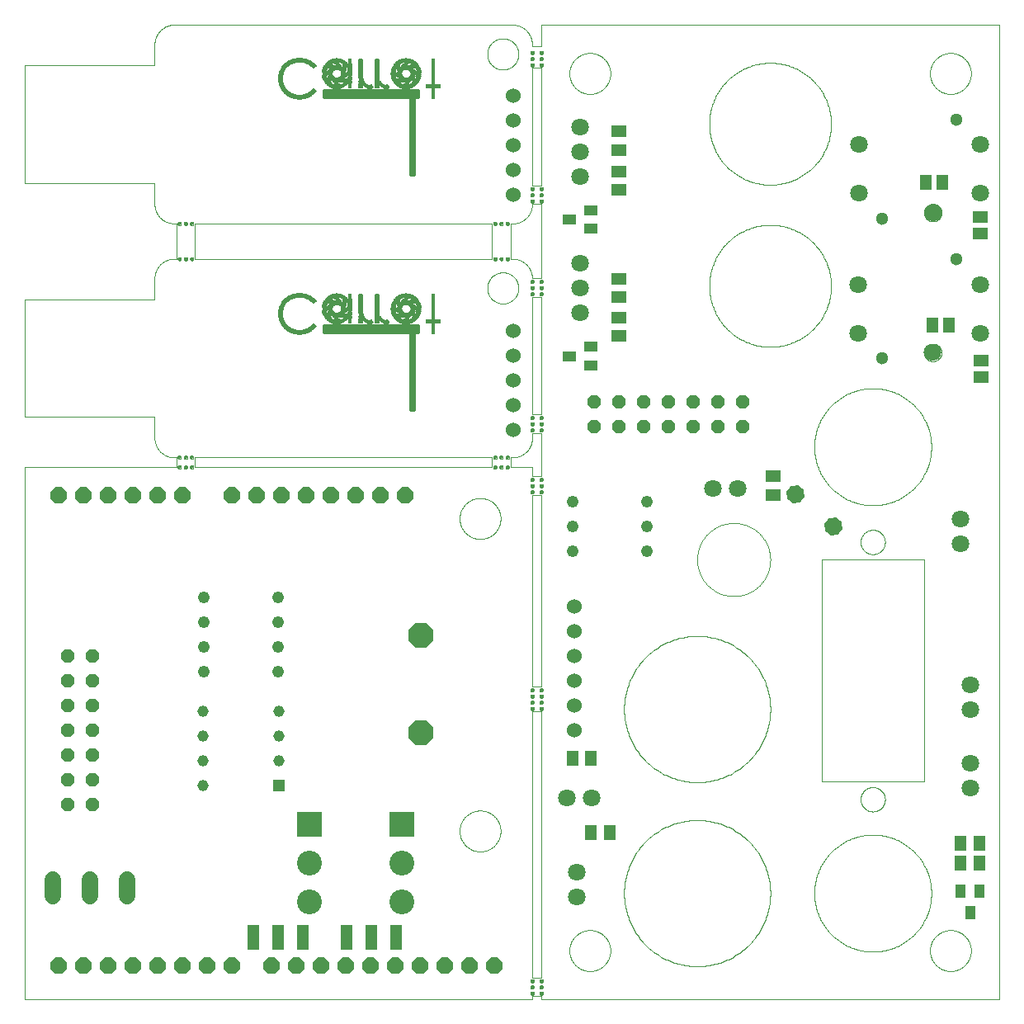
<source format=gbs>
G04 EAGLE Gerber X2 export*
%TF.Part,Single*%
%TF.FileFunction,Other,Solder Mask bottom*%
%TF.FilePolarity,Positive*%
%TF.GenerationSoftware,Autodesk,EAGLE,9.4.0*%
%TF.CreationDate,2019-06-20T13:36:34Z*%
G75*
%MOMM*%
%FSLAX34Y34*%
%LPD*%
%INSolder Mask bottom*%
%AMOC8*
5,1,8,0,0,1.08239X$1,22.5*%
G01*
%ADD10C,0.050000*%
%ADD11C,0.076200*%
%ADD12C,0.000000*%
%ADD13C,0.350000*%
%ADD14C,1.219200*%
%ADD15R,1.159000X1.159000*%
%ADD16C,1.159000*%
%ADD17C,1.676400*%
%ADD18P,1.484606X8X292.500000*%
%ADD19P,1.814519X8X202.500000*%
%ADD20P,2.749271X8X112.500000*%
%ADD21C,1.524000*%
%ADD22R,1.500000X1.300000*%
%ADD23C,1.800000*%
%ADD24C,1.300000*%
%ADD25R,1.400000X1.000000*%
%ADD26R,1.600000X1.300000*%
%ADD27P,1.484606X8X202.500000*%
%ADD28R,1.000000X1.400000*%
%ADD29R,1.300000X1.600000*%
%ADD30R,1.300000X1.500000*%
%ADD31P,1.924489X8X162.500000*%
%ADD32R,0.400000X0.020000*%
%ADD33R,0.760000X0.020000*%
%ADD34R,0.200000X0.020000*%
%ADD35R,0.240000X0.020000*%
%ADD36R,1.000000X0.020000*%
%ADD37R,0.540000X0.020000*%
%ADD38R,0.580000X0.020000*%
%ADD39R,1.180000X0.020000*%
%ADD40R,0.740000X0.020000*%
%ADD41R,0.780000X0.020000*%
%ADD42R,1.320000X0.020000*%
%ADD43R,0.880000X0.020000*%
%ADD44R,0.940000X0.020000*%
%ADD45R,1.480000X0.020000*%
%ADD46R,0.980000X0.020000*%
%ADD47R,0.380000X0.020000*%
%ADD48R,1.060000X0.020000*%
%ADD49R,0.360000X0.020000*%
%ADD50R,1.600000X0.020000*%
%ADD51R,1.100000X0.020000*%
%ADD52R,0.420000X0.020000*%
%ADD53R,0.440000X0.020000*%
%ADD54R,1.160000X0.020000*%
%ADD55R,1.700000X0.020000*%
%ADD56R,1.200000X0.020000*%
%ADD57R,1.260000X0.020000*%
%ADD58R,1.800000X0.020000*%
%ADD59R,1.300000X0.020000*%
%ADD60R,1.340000X0.020000*%
%ADD61R,1.900000X0.020000*%
%ADD62R,1.360000X0.020000*%
%ADD63R,1.440000X0.020000*%
%ADD64R,1.980000X0.020000*%
%ADD65R,1.520000X0.020000*%
%ADD66R,2.080000X0.020000*%
%ADD67R,1.500000X0.020000*%
%ADD68R,1.580000X0.020000*%
%ADD69R,2.160000X0.020000*%
%ADD70R,1.640000X0.020000*%
%ADD71R,2.240000X0.020000*%
%ADD72R,1.620000X0.020000*%
%ADD73R,2.300000X0.020000*%
%ADD74R,1.760000X0.020000*%
%ADD75R,2.380000X0.020000*%
%ADD76R,1.740000X0.020000*%
%ADD77R,2.420000X0.020000*%
%ADD78R,1.780000X0.020000*%
%ADD79R,1.860000X0.020000*%
%ADD80R,2.500000X0.020000*%
%ADD81R,1.920000X0.020000*%
%ADD82R,2.540000X0.020000*%
%ADD83R,1.960000X0.020000*%
%ADD84R,2.620000X0.020000*%
%ADD85R,1.940000X0.020000*%
%ADD86R,2.000000X0.020000*%
%ADD87R,2.660000X0.020000*%
%ADD88R,2.040000X0.020000*%
%ADD89R,1.120000X0.020000*%
%ADD90R,0.900000X0.020000*%
%ADD91R,1.040000X0.020000*%
%ADD92R,0.700000X0.020000*%
%ADD93R,0.820000X0.020000*%
%ADD94R,0.960000X0.020000*%
%ADD95R,0.920000X0.020000*%
%ADD96R,1.220000X0.020000*%
%ADD97R,0.660000X0.020000*%
%ADD98R,1.240000X0.020000*%
%ADD99R,0.620000X0.020000*%
%ADD100R,0.720000X0.020000*%
%ADD101R,0.860000X0.020000*%
%ADD102R,0.680000X0.020000*%
%ADD103R,0.840000X0.020000*%
%ADD104R,0.640000X0.020000*%
%ADD105R,0.520000X0.020000*%
%ADD106R,0.560000X0.020000*%
%ADD107R,0.800000X0.020000*%
%ADD108R,0.500000X0.020000*%
%ADD109R,0.480000X0.020000*%
%ADD110R,0.600000X0.020000*%
%ADD111R,0.460000X0.020000*%
%ADD112R,1.680000X0.020000*%
%ADD113R,1.720000X0.020000*%
%ADD114R,1.820000X0.020000*%
%ADD115R,1.840000X0.020000*%
%ADD116R,1.880000X0.020000*%
%ADD117R,0.320000X0.020000*%
%ADD118R,2.320000X0.020000*%
%ADD119R,2.800000X0.020000*%
%ADD120R,2.340000X0.020000*%
%ADD121R,2.820000X0.020000*%
%ADD122R,0.260000X0.020000*%
%ADD123R,2.360000X0.020000*%
%ADD124R,0.220000X0.020000*%
%ADD125R,0.180000X0.020000*%
%ADD126R,0.120000X0.020000*%
%ADD127R,0.080000X0.020000*%
%ADD128R,0.040000X0.020000*%
%ADD129R,1.140000X0.020000*%
%ADD130R,1.080000X0.020000*%
%ADD131R,1.660000X0.020000*%
%ADD132R,2.400000X0.020000*%
%ADD133R,2.980000X0.020000*%
%ADD134R,2.960000X0.020000*%
%ADD135R,2.840000X0.020000*%
%ADD136R,2.940000X0.020000*%
%ADD137R,2.780000X0.020000*%
%ADD138R,2.100000X0.020000*%
%ADD139R,2.060000X0.020000*%
%ADD140R,2.020000X0.020000*%
%ADD141R,0.060000X0.020000*%
%ADD142R,0.140000X0.020000*%
%ADD143R,1.540000X0.020000*%
%ADD144R,1.460000X0.020000*%
%ADD145R,1.420000X0.020000*%
%ADD146R,9.740000X0.020000*%
%ADD147R,9.840000X0.020000*%
%ADD148R,9.900000X0.020000*%
%ADD149R,9.940000X0.020000*%
%ADD150R,9.960000X0.020000*%
%ADD151R,9.980000X0.020000*%
%ADD152R,10.020000X0.020000*%
%ADD153R,2.580000X0.020000*%
%ADD154R,2.520000X0.020000*%
%ADD155R,2.460000X0.020000*%
%ADD156R,2.260000X0.020000*%
%ADD157R,2.200000X0.020000*%
%ADD158R,2.120000X0.020000*%
%ADD159R,9.820000X0.020000*%
%ADD160R,1.020000X0.020000*%
%ADD161R,2.550000X2.550000*%
%ADD162C,2.550000*%
%ADD163R,1.270000X2.540000*%


D10*
X153350Y1000008D02*
X152867Y1000002D01*
X152384Y999985D01*
X151902Y999955D01*
X151420Y999915D01*
X150940Y999862D01*
X150461Y999798D01*
X149983Y999723D01*
X149508Y999635D01*
X149035Y999537D01*
X148564Y999427D01*
X148096Y999306D01*
X147632Y999173D01*
X147170Y999029D01*
X146712Y998874D01*
X146258Y998708D01*
X145809Y998532D01*
X145363Y998344D01*
X144922Y998146D01*
X144487Y997937D01*
X144056Y997717D01*
X143631Y997488D01*
X143211Y997248D01*
X142798Y996998D01*
X142390Y996738D01*
X141989Y996468D01*
X141595Y996189D01*
X141207Y995900D01*
X140827Y995602D01*
X140453Y995295D01*
X140088Y994979D01*
X139730Y994654D01*
X139380Y994320D01*
X139038Y993979D01*
X138705Y993629D01*
X138380Y993271D01*
X138064Y992905D01*
X137757Y992532D01*
X137459Y992152D01*
X137170Y991764D01*
X136891Y991370D01*
X136621Y990969D01*
X136361Y990561D01*
X136111Y990148D01*
X135871Y989728D01*
X135641Y989303D01*
X135422Y988872D01*
X135213Y988436D01*
X135014Y987996D01*
X134827Y987550D01*
X134650Y987101D01*
X134484Y986647D01*
X134329Y986189D01*
X134185Y985727D01*
X134053Y985263D01*
X133931Y984795D01*
X133821Y984324D01*
X133723Y983851D01*
X133636Y983376D01*
X133560Y982898D01*
X133496Y982419D01*
X133443Y981939D01*
X133403Y981457D01*
X133373Y980975D01*
X133356Y980492D01*
X133350Y980008D01*
X500700Y1000000D02*
X501191Y999994D01*
X501682Y999976D01*
X502172Y999946D01*
X502661Y999904D01*
X503148Y999850D01*
X503635Y999784D01*
X504119Y999706D01*
X504602Y999616D01*
X505082Y999514D01*
X505560Y999401D01*
X506034Y999276D01*
X506505Y999139D01*
X506973Y998991D01*
X507438Y998831D01*
X507898Y998660D01*
X508353Y998478D01*
X508804Y998284D01*
X509251Y998080D01*
X509692Y997865D01*
X510127Y997639D01*
X510557Y997402D01*
X510981Y997155D01*
X511399Y996898D01*
X511811Y996630D01*
X512215Y996352D01*
X512613Y996065D01*
X513004Y995768D01*
X513387Y995461D01*
X513763Y995145D01*
X514130Y994820D01*
X514490Y994486D01*
X514841Y994143D01*
X515184Y993792D01*
X515518Y993432D01*
X515843Y993065D01*
X516159Y992689D01*
X516466Y992306D01*
X516763Y991915D01*
X517051Y991518D01*
X517328Y991113D01*
X517596Y990701D01*
X517854Y990284D01*
X518101Y989860D01*
X518338Y989430D01*
X518564Y988994D01*
X518779Y988553D01*
X518983Y988107D01*
X519177Y987656D01*
X519359Y987200D01*
X519530Y986740D01*
X519690Y986276D01*
X519838Y985808D01*
X519975Y985337D01*
X520100Y984862D01*
X520213Y984385D01*
X520315Y983904D01*
X520405Y983422D01*
X520483Y982937D01*
X520549Y982451D01*
X520603Y981963D01*
X520646Y981474D01*
X520676Y980984D01*
X520694Y980494D01*
X520700Y980003D01*
X153374Y796131D02*
X152883Y796137D01*
X152392Y796155D01*
X151902Y796185D01*
X151413Y796227D01*
X150925Y796281D01*
X150439Y796347D01*
X149954Y796425D01*
X149472Y796515D01*
X148991Y796616D01*
X148514Y796730D01*
X148039Y796855D01*
X147568Y796991D01*
X147100Y797140D01*
X146636Y797299D01*
X146175Y797470D01*
X145720Y797652D01*
X145269Y797846D01*
X144822Y798050D01*
X144381Y798265D01*
X143945Y798491D01*
X143515Y798728D01*
X143091Y798975D01*
X142673Y799233D01*
X142262Y799500D01*
X141857Y799778D01*
X141459Y800065D01*
X141068Y800362D01*
X140685Y800669D01*
X140309Y800985D01*
X139942Y801310D01*
X139582Y801644D01*
X139231Y801987D01*
X138888Y802338D01*
X138554Y802698D01*
X138228Y803066D01*
X137912Y803441D01*
X137606Y803824D01*
X137308Y804215D01*
X137021Y804613D01*
X136743Y805017D01*
X136475Y805429D01*
X136218Y805847D01*
X135971Y806271D01*
X135734Y806701D01*
X135508Y807136D01*
X135292Y807578D01*
X135088Y808024D01*
X134894Y808475D01*
X134712Y808931D01*
X134541Y809391D01*
X134381Y809855D01*
X134233Y810323D01*
X134096Y810794D01*
X133971Y811269D01*
X133858Y811746D01*
X133756Y812227D01*
X133666Y812709D01*
X133588Y813194D01*
X133522Y813680D01*
X133468Y814168D01*
X133425Y814657D01*
X133395Y815147D01*
X133377Y815638D01*
X133371Y816128D01*
X153350Y759924D02*
X152867Y759918D01*
X152384Y759901D01*
X151901Y759871D01*
X151420Y759831D01*
X150939Y759778D01*
X150460Y759714D01*
X149983Y759639D01*
X149507Y759551D01*
X149034Y759453D01*
X148564Y759343D01*
X148096Y759222D01*
X147631Y759089D01*
X147170Y758945D01*
X146712Y758790D01*
X146258Y758624D01*
X145808Y758447D01*
X145363Y758260D01*
X144922Y758061D01*
X144486Y757853D01*
X144056Y757633D01*
X143630Y757403D01*
X143211Y757163D01*
X142797Y756913D01*
X142390Y756653D01*
X141989Y756384D01*
X141594Y756104D01*
X141207Y755816D01*
X140826Y755517D01*
X140453Y755210D01*
X140088Y754894D01*
X139730Y754569D01*
X139380Y754236D01*
X139038Y753894D01*
X138705Y753544D01*
X138380Y753186D01*
X138064Y752821D01*
X137757Y752448D01*
X137458Y752067D01*
X137170Y751680D01*
X136890Y751285D01*
X136621Y750884D01*
X136361Y750477D01*
X136111Y750063D01*
X135871Y749644D01*
X135641Y749218D01*
X135421Y748788D01*
X135213Y748352D01*
X135014Y747911D01*
X134827Y747466D01*
X134650Y747016D01*
X134484Y746562D01*
X134329Y746104D01*
X134185Y745643D01*
X134052Y745178D01*
X133931Y744710D01*
X133821Y744240D01*
X133723Y743767D01*
X133635Y743291D01*
X133560Y742814D01*
X133496Y742335D01*
X133443Y741854D01*
X133403Y741373D01*
X133373Y740890D01*
X133356Y740407D01*
X133350Y739924D01*
X133350Y576100D02*
X133356Y575617D01*
X133373Y575134D01*
X133403Y574651D01*
X133443Y574170D01*
X133496Y573689D01*
X133560Y573210D01*
X133635Y572733D01*
X133723Y572257D01*
X133821Y571784D01*
X133931Y571314D01*
X134052Y570846D01*
X134185Y570381D01*
X134329Y569920D01*
X134484Y569462D01*
X134650Y569008D01*
X134827Y568558D01*
X135014Y568113D01*
X135213Y567672D01*
X135421Y567236D01*
X135641Y566806D01*
X135871Y566380D01*
X136111Y565961D01*
X136361Y565547D01*
X136621Y565140D01*
X136890Y564739D01*
X137170Y564344D01*
X137458Y563957D01*
X137757Y563576D01*
X138064Y563203D01*
X138380Y562838D01*
X138705Y562480D01*
X139038Y562130D01*
X139380Y561788D01*
X139730Y561455D01*
X140088Y561130D01*
X140453Y560814D01*
X140826Y560507D01*
X141207Y560208D01*
X141594Y559920D01*
X141989Y559640D01*
X142390Y559371D01*
X142797Y559111D01*
X143211Y558861D01*
X143630Y558621D01*
X144056Y558391D01*
X144486Y558171D01*
X144922Y557963D01*
X145363Y557764D01*
X145808Y557577D01*
X146258Y557400D01*
X146712Y557234D01*
X147170Y557079D01*
X147631Y556935D01*
X148096Y556802D01*
X148564Y556681D01*
X149034Y556571D01*
X149507Y556473D01*
X149983Y556385D01*
X150460Y556310D01*
X150939Y556246D01*
X151420Y556193D01*
X151901Y556153D01*
X152384Y556123D01*
X152867Y556106D01*
X153350Y556100D01*
X817819Y451241D02*
X817819Y223241D01*
X922819Y223241D02*
X922819Y451241D01*
X520700Y0D02*
X0Y0D01*
X520700Y0D02*
X520700Y3175D01*
X155575Y546100D02*
X0Y546100D01*
X0Y0D01*
X153350Y556100D02*
X152867Y556106D01*
X152384Y556123D01*
X151901Y556153D01*
X151420Y556193D01*
X150939Y556246D01*
X150460Y556310D01*
X149983Y556385D01*
X149507Y556473D01*
X149034Y556571D01*
X148564Y556681D01*
X148096Y556802D01*
X147631Y556935D01*
X147170Y557079D01*
X146712Y557234D01*
X146258Y557400D01*
X145808Y557577D01*
X145363Y557764D01*
X144922Y557963D01*
X144486Y558171D01*
X144056Y558391D01*
X143630Y558621D01*
X143211Y558861D01*
X142797Y559111D01*
X142390Y559371D01*
X141989Y559640D01*
X141594Y559920D01*
X141207Y560208D01*
X140826Y560507D01*
X140453Y560814D01*
X140088Y561130D01*
X139730Y561455D01*
X139380Y561788D01*
X139038Y562130D01*
X138705Y562480D01*
X138380Y562838D01*
X138064Y563203D01*
X137757Y563576D01*
X137458Y563957D01*
X137170Y564344D01*
X136890Y564739D01*
X136621Y565140D01*
X136361Y565547D01*
X136111Y565961D01*
X135871Y566380D01*
X135641Y566806D01*
X135421Y567236D01*
X135213Y567672D01*
X135014Y568113D01*
X134827Y568558D01*
X134650Y569008D01*
X134484Y569462D01*
X134329Y569920D01*
X134185Y570381D01*
X134052Y570846D01*
X133931Y571314D01*
X133821Y571784D01*
X133723Y572257D01*
X133635Y572733D01*
X133560Y573210D01*
X133496Y573689D01*
X133443Y574170D01*
X133403Y574651D01*
X133373Y575134D01*
X133356Y575617D01*
X133350Y576100D01*
X133350Y739924D02*
X133356Y740407D01*
X133373Y740890D01*
X133403Y741373D01*
X133443Y741854D01*
X133496Y742335D01*
X133560Y742814D01*
X133635Y743291D01*
X133723Y743767D01*
X133821Y744240D01*
X133931Y744710D01*
X134052Y745178D01*
X134185Y745643D01*
X134329Y746104D01*
X134484Y746562D01*
X134650Y747016D01*
X134827Y747466D01*
X135014Y747911D01*
X135213Y748352D01*
X135421Y748788D01*
X135641Y749218D01*
X135871Y749644D01*
X136111Y750063D01*
X136361Y750477D01*
X136621Y750884D01*
X136890Y751285D01*
X137170Y751680D01*
X137458Y752067D01*
X137757Y752448D01*
X138064Y752821D01*
X138380Y753186D01*
X138705Y753544D01*
X139038Y753894D01*
X139380Y754236D01*
X139730Y754569D01*
X140088Y754894D01*
X140453Y755210D01*
X140826Y755517D01*
X141207Y755816D01*
X141594Y756104D01*
X141989Y756384D01*
X142390Y756653D01*
X142797Y756913D01*
X143211Y757163D01*
X143630Y757403D01*
X144056Y757633D01*
X144486Y757853D01*
X144922Y758061D01*
X145363Y758260D01*
X145808Y758447D01*
X146258Y758624D01*
X146712Y758790D01*
X147170Y758945D01*
X147631Y759089D01*
X148096Y759222D01*
X148564Y759343D01*
X149034Y759453D01*
X149507Y759551D01*
X149983Y759639D01*
X150460Y759714D01*
X150939Y759778D01*
X151420Y759831D01*
X151901Y759871D01*
X152384Y759901D01*
X152867Y759918D01*
X153350Y759924D01*
X0Y837771D02*
X0Y958421D01*
X133371Y816128D02*
X133377Y815638D01*
X133395Y815147D01*
X133425Y814657D01*
X133468Y814168D01*
X133522Y813680D01*
X133588Y813194D01*
X133666Y812709D01*
X133756Y812227D01*
X133858Y811746D01*
X133971Y811269D01*
X134096Y810794D01*
X134233Y810323D01*
X134381Y809855D01*
X134541Y809391D01*
X134712Y808931D01*
X134894Y808475D01*
X135088Y808024D01*
X135292Y807578D01*
X135508Y807136D01*
X135734Y806701D01*
X135971Y806271D01*
X136218Y805847D01*
X136475Y805429D01*
X136743Y805017D01*
X137021Y804613D01*
X137308Y804215D01*
X137606Y803824D01*
X137912Y803441D01*
X138228Y803066D01*
X138554Y802698D01*
X138888Y802338D01*
X139231Y801987D01*
X139582Y801644D01*
X139942Y801310D01*
X140309Y800985D01*
X140685Y800669D01*
X141068Y800362D01*
X141459Y800065D01*
X141857Y799778D01*
X142262Y799500D01*
X142673Y799233D01*
X143091Y798975D01*
X143515Y798728D01*
X143945Y798491D01*
X144381Y798265D01*
X144822Y798050D01*
X145269Y797846D01*
X145720Y797652D01*
X146175Y797470D01*
X146636Y797299D01*
X147100Y797140D01*
X147568Y796991D01*
X148039Y796855D01*
X148514Y796730D01*
X148991Y796616D01*
X149472Y796515D01*
X149954Y796425D01*
X150439Y796347D01*
X150925Y796281D01*
X151413Y796227D01*
X151902Y796185D01*
X152392Y796155D01*
X152883Y796137D01*
X153374Y796131D01*
X500700Y1000000D02*
X501191Y999994D01*
X501682Y999976D01*
X502172Y999946D01*
X502661Y999904D01*
X503148Y999850D01*
X503635Y999784D01*
X504119Y999706D01*
X504602Y999616D01*
X505082Y999514D01*
X505560Y999401D01*
X506034Y999276D01*
X506505Y999139D01*
X506973Y998991D01*
X507438Y998831D01*
X507898Y998660D01*
X508353Y998478D01*
X508804Y998284D01*
X509251Y998080D01*
X509692Y997865D01*
X510127Y997639D01*
X510557Y997402D01*
X510981Y997155D01*
X511399Y996898D01*
X511811Y996630D01*
X512215Y996352D01*
X512613Y996065D01*
X513004Y995768D01*
X513387Y995461D01*
X513763Y995145D01*
X514130Y994820D01*
X514490Y994486D01*
X514841Y994143D01*
X515184Y993792D01*
X515518Y993432D01*
X515843Y993065D01*
X516159Y992689D01*
X516466Y992306D01*
X516763Y991915D01*
X517051Y991518D01*
X517328Y991113D01*
X517596Y990701D01*
X517854Y990284D01*
X518101Y989860D01*
X518338Y989430D01*
X518564Y988994D01*
X518779Y988553D01*
X518983Y988107D01*
X519177Y987656D01*
X519359Y987200D01*
X519530Y986740D01*
X519690Y986276D01*
X519838Y985808D01*
X519975Y985337D01*
X520100Y984862D01*
X520213Y984385D01*
X520315Y983904D01*
X520405Y983422D01*
X520483Y982937D01*
X520549Y982451D01*
X520603Y981963D01*
X520646Y981474D01*
X520676Y980984D01*
X520694Y980494D01*
X520700Y980003D01*
X500700Y1000000D02*
X153350Y1000008D01*
X530000Y0D02*
X1000000Y0D01*
X1000000Y1000000D01*
X530000Y1000000D01*
X133350Y718337D02*
X0Y718337D01*
X133350Y718337D02*
X133350Y739924D01*
X133356Y740407D01*
X133373Y740890D01*
X133403Y741373D01*
X133443Y741854D01*
X133496Y742335D01*
X133560Y742814D01*
X133635Y743291D01*
X133723Y743767D01*
X133821Y744240D01*
X133931Y744710D01*
X134052Y745178D01*
X134185Y745643D01*
X134329Y746104D01*
X134484Y746562D01*
X134650Y747016D01*
X134827Y747466D01*
X135014Y747911D01*
X135213Y748352D01*
X135421Y748788D01*
X135641Y749218D01*
X135871Y749644D01*
X136111Y750063D01*
X136361Y750477D01*
X136621Y750884D01*
X136890Y751285D01*
X137170Y751680D01*
X137458Y752067D01*
X137757Y752448D01*
X138064Y752821D01*
X138380Y753186D01*
X138705Y753544D01*
X139038Y753894D01*
X139380Y754236D01*
X139730Y754569D01*
X140088Y754894D01*
X140453Y755210D01*
X140826Y755517D01*
X141207Y755816D01*
X141594Y756104D01*
X141989Y756384D01*
X142390Y756653D01*
X142797Y756913D01*
X143211Y757163D01*
X143630Y757403D01*
X144056Y757633D01*
X144486Y757853D01*
X144922Y758061D01*
X145363Y758260D01*
X145808Y758447D01*
X146258Y758624D01*
X146712Y758790D01*
X147170Y758945D01*
X147631Y759089D01*
X148096Y759222D01*
X148564Y759343D01*
X149034Y759453D01*
X149507Y759551D01*
X149983Y759639D01*
X150460Y759714D01*
X150939Y759778D01*
X151420Y759831D01*
X151901Y759871D01*
X152384Y759901D01*
X152867Y759918D01*
X153350Y759924D01*
D11*
X500700Y759925D02*
X501185Y759917D01*
X501669Y759898D01*
X502153Y759867D01*
X502637Y759824D01*
X503119Y759770D01*
X503599Y759703D01*
X504078Y759626D01*
X504555Y759537D01*
X505030Y759436D01*
X505502Y759324D01*
X505971Y759200D01*
X506437Y759065D01*
X506899Y758919D01*
X507358Y758762D01*
X507813Y758594D01*
X508264Y758415D01*
X508711Y758225D01*
X509152Y758024D01*
X509589Y757813D01*
X510020Y757591D01*
X510446Y757359D01*
X510866Y757116D01*
X511281Y756864D01*
X511689Y756601D01*
X512090Y756329D01*
X512485Y756047D01*
X512873Y755756D01*
X513254Y755455D01*
X513627Y755145D01*
X513993Y754827D01*
X514351Y754499D01*
X514701Y754163D01*
X515043Y753819D01*
X515376Y753467D01*
X515701Y753106D01*
X516017Y752738D01*
X516324Y752362D01*
X516621Y751979D01*
X516910Y751589D01*
X517189Y751192D01*
X517458Y750789D01*
X517717Y750379D01*
X517967Y749963D01*
X518206Y749541D01*
X518435Y749113D01*
X518654Y748680D01*
X518862Y748242D01*
X519059Y747799D01*
X519246Y747351D01*
X519422Y746899D01*
X519587Y746443D01*
X519740Y745983D01*
X519883Y745519D01*
X520014Y745052D01*
X520134Y744582D01*
X520243Y744109D01*
X520340Y743634D01*
X520426Y743156D01*
X520500Y742677D01*
X520562Y742196D01*
X520613Y741713D01*
X520653Y741230D01*
X520680Y740745D01*
X520696Y740261D01*
X520700Y739775D01*
D10*
X153350Y556100D02*
X152867Y556106D01*
X152384Y556123D01*
X151901Y556153D01*
X151420Y556193D01*
X150939Y556246D01*
X150460Y556310D01*
X149983Y556385D01*
X149507Y556473D01*
X149034Y556571D01*
X148564Y556681D01*
X148096Y556802D01*
X147631Y556935D01*
X147170Y557079D01*
X146712Y557234D01*
X146258Y557400D01*
X145808Y557577D01*
X145363Y557764D01*
X144922Y557963D01*
X144486Y558171D01*
X144056Y558391D01*
X143630Y558621D01*
X143211Y558861D01*
X142797Y559111D01*
X142390Y559371D01*
X141989Y559640D01*
X141594Y559920D01*
X141207Y560208D01*
X140826Y560507D01*
X140453Y560814D01*
X140088Y561130D01*
X139730Y561455D01*
X139380Y561788D01*
X139038Y562130D01*
X138705Y562480D01*
X138380Y562838D01*
X138064Y563203D01*
X137757Y563576D01*
X137458Y563957D01*
X137170Y564344D01*
X136890Y564739D01*
X136621Y565140D01*
X136361Y565547D01*
X136111Y565961D01*
X135871Y566380D01*
X135641Y566806D01*
X135421Y567236D01*
X135213Y567672D01*
X135014Y568113D01*
X134827Y568558D01*
X134650Y569008D01*
X134484Y569462D01*
X134329Y569920D01*
X134185Y570381D01*
X134052Y570846D01*
X133931Y571314D01*
X133821Y571784D01*
X133723Y572257D01*
X133635Y572733D01*
X133560Y573210D01*
X133496Y573689D01*
X133443Y574170D01*
X133403Y574651D01*
X133373Y575134D01*
X133356Y575617D01*
X133350Y576100D01*
X133350Y597687D01*
X0Y597687D01*
X0Y718337D01*
X0Y837771D02*
X133368Y837771D01*
X133371Y816129D01*
X133371Y816128D02*
X133377Y815638D01*
X133395Y815147D01*
X133425Y814657D01*
X133468Y814168D01*
X133522Y813680D01*
X133588Y813194D01*
X133666Y812709D01*
X133756Y812227D01*
X133858Y811746D01*
X133971Y811269D01*
X134096Y810794D01*
X134233Y810323D01*
X134381Y809855D01*
X134541Y809391D01*
X134712Y808931D01*
X134894Y808475D01*
X135088Y808024D01*
X135292Y807578D01*
X135508Y807136D01*
X135734Y806701D01*
X135971Y806271D01*
X136218Y805847D01*
X136475Y805429D01*
X136743Y805017D01*
X137021Y804613D01*
X137308Y804215D01*
X137606Y803824D01*
X137912Y803441D01*
X138228Y803066D01*
X138554Y802698D01*
X138888Y802338D01*
X139231Y801987D01*
X139582Y801644D01*
X139942Y801310D01*
X140309Y800985D01*
X140685Y800669D01*
X141068Y800362D01*
X141459Y800065D01*
X141857Y799778D01*
X142262Y799500D01*
X142673Y799233D01*
X143091Y798975D01*
X143515Y798728D01*
X143945Y798491D01*
X144381Y798265D01*
X144822Y798050D01*
X145269Y797846D01*
X145720Y797652D01*
X146175Y797470D01*
X146636Y797299D01*
X147100Y797140D01*
X147568Y796991D01*
X148039Y796855D01*
X148514Y796730D01*
X148991Y796616D01*
X149472Y796515D01*
X149954Y796425D01*
X150439Y796347D01*
X150925Y796281D01*
X151413Y796227D01*
X151902Y796185D01*
X152392Y796155D01*
X152883Y796137D01*
X153374Y796131D01*
D11*
X500723Y796131D02*
X501205Y796135D01*
X501686Y796151D01*
X502166Y796178D01*
X502646Y796217D01*
X503125Y796267D01*
X503602Y796329D01*
X504078Y796403D01*
X504552Y796488D01*
X505024Y796584D01*
X505493Y796692D01*
X505959Y796811D01*
X506423Y796941D01*
X506883Y797082D01*
X507339Y797235D01*
X507792Y797398D01*
X508241Y797573D01*
X508685Y797758D01*
X509125Y797954D01*
X509560Y798160D01*
X509990Y798377D01*
X510414Y798605D01*
X510833Y798842D01*
X511246Y799089D01*
X511653Y799347D01*
X512053Y799614D01*
X512447Y799891D01*
X512834Y800177D01*
X513214Y800472D01*
X513587Y800777D01*
X513953Y801090D01*
X514310Y801412D01*
X514660Y801743D01*
X515002Y802082D01*
X515335Y802429D01*
X515660Y802785D01*
X515976Y803148D01*
X516284Y803518D01*
X516582Y803896D01*
X516871Y804281D01*
X517151Y804673D01*
X517421Y805071D01*
X517682Y805476D01*
X517932Y805887D01*
X518173Y806304D01*
X518403Y806726D01*
X518624Y807154D01*
X518833Y807588D01*
X519033Y808026D01*
X519221Y808469D01*
X519399Y808916D01*
X519566Y809368D01*
X519722Y809823D01*
X519867Y810282D01*
X520001Y810745D01*
X520124Y811210D01*
X520235Y811678D01*
X520335Y812149D01*
X520424Y812623D01*
X520501Y813098D01*
X520566Y813575D01*
X520620Y814053D01*
X520663Y814532D01*
X520694Y815013D01*
X520713Y815494D01*
X520721Y815975D01*
D10*
X153350Y1000008D02*
X152867Y1000002D01*
X152384Y999985D01*
X151902Y999955D01*
X151420Y999915D01*
X150940Y999862D01*
X150461Y999798D01*
X149983Y999723D01*
X149508Y999635D01*
X149035Y999537D01*
X148564Y999427D01*
X148096Y999306D01*
X147632Y999173D01*
X147170Y999029D01*
X146712Y998874D01*
X146258Y998708D01*
X145809Y998532D01*
X145363Y998344D01*
X144922Y998146D01*
X144487Y997937D01*
X144056Y997717D01*
X143631Y997488D01*
X143211Y997248D01*
X142798Y996998D01*
X142390Y996738D01*
X141989Y996468D01*
X141595Y996189D01*
X141207Y995900D01*
X140827Y995602D01*
X140453Y995295D01*
X140088Y994979D01*
X139730Y994654D01*
X139380Y994320D01*
X139038Y993979D01*
X138705Y993629D01*
X138380Y993271D01*
X138064Y992905D01*
X137757Y992532D01*
X137459Y992152D01*
X137170Y991764D01*
X136891Y991370D01*
X136621Y990969D01*
X136361Y990561D01*
X136111Y990148D01*
X135871Y989728D01*
X135641Y989303D01*
X135422Y988872D01*
X135213Y988436D01*
X135014Y987996D01*
X134827Y987550D01*
X134650Y987101D01*
X134484Y986647D01*
X134329Y986189D01*
X134185Y985727D01*
X134053Y985263D01*
X133931Y984795D01*
X133821Y984324D01*
X133723Y983851D01*
X133636Y983376D01*
X133560Y982898D01*
X133496Y982419D01*
X133443Y981939D01*
X133403Y981457D01*
X133373Y980975D01*
X133356Y980492D01*
X133350Y980008D01*
X133350Y980009D02*
X133349Y958421D01*
X0Y958421D01*
X615119Y297835D02*
X615142Y299676D01*
X615209Y301515D01*
X615322Y303352D01*
X615480Y305186D01*
X615683Y307016D01*
X615931Y308840D01*
X616223Y310657D01*
X616560Y312467D01*
X616941Y314268D01*
X617367Y316059D01*
X617836Y317838D01*
X618348Y319606D01*
X618904Y321361D01*
X619503Y323102D01*
X620145Y324827D01*
X620828Y326536D01*
X621553Y328228D01*
X622320Y329902D01*
X623127Y331556D01*
X623975Y333190D01*
X624862Y334802D01*
X625789Y336393D01*
X626755Y337960D01*
X627759Y339503D01*
X628800Y341021D01*
X629878Y342512D01*
X630993Y343977D01*
X632143Y345414D01*
X633328Y346823D01*
X634548Y348202D01*
X635800Y349551D01*
X637086Y350868D01*
X638403Y352154D01*
X639752Y353406D01*
X641131Y354626D01*
X642540Y355811D01*
X643977Y356961D01*
X645442Y358076D01*
X646933Y359154D01*
X648451Y360195D01*
X649994Y361199D01*
X651561Y362165D01*
X653152Y363092D01*
X654764Y363979D01*
X656398Y364827D01*
X658052Y365634D01*
X659726Y366401D01*
X661418Y367126D01*
X663127Y367809D01*
X664852Y368451D01*
X666593Y369050D01*
X668348Y369606D01*
X670116Y370118D01*
X671895Y370587D01*
X673686Y371013D01*
X675487Y371394D01*
X677297Y371731D01*
X679114Y372023D01*
X680938Y372271D01*
X682768Y372474D01*
X684602Y372632D01*
X686439Y372745D01*
X688278Y372812D01*
X690119Y372835D01*
X691960Y372812D01*
X693799Y372745D01*
X695636Y372632D01*
X697470Y372474D01*
X699300Y372271D01*
X701124Y372023D01*
X702941Y371731D01*
X704751Y371394D01*
X706552Y371013D01*
X708343Y370587D01*
X710122Y370118D01*
X711890Y369606D01*
X713645Y369050D01*
X715386Y368451D01*
X717111Y367809D01*
X718820Y367126D01*
X720512Y366401D01*
X722186Y365634D01*
X723840Y364827D01*
X725474Y363979D01*
X727086Y363092D01*
X728677Y362165D01*
X730244Y361199D01*
X731787Y360195D01*
X733305Y359154D01*
X734796Y358076D01*
X736261Y356961D01*
X737698Y355811D01*
X739107Y354626D01*
X740486Y353406D01*
X741835Y352154D01*
X743152Y350868D01*
X744438Y349551D01*
X745690Y348202D01*
X746910Y346823D01*
X748095Y345414D01*
X749245Y343977D01*
X750360Y342512D01*
X751438Y341021D01*
X752479Y339503D01*
X753483Y337960D01*
X754449Y336393D01*
X755376Y334802D01*
X756263Y333190D01*
X757111Y331556D01*
X757918Y329902D01*
X758685Y328228D01*
X759410Y326536D01*
X760093Y324827D01*
X760735Y323102D01*
X761334Y321361D01*
X761890Y319606D01*
X762402Y317838D01*
X762871Y316059D01*
X763297Y314268D01*
X763678Y312467D01*
X764015Y310657D01*
X764307Y308840D01*
X764555Y307016D01*
X764758Y305186D01*
X764916Y303352D01*
X765029Y301515D01*
X765096Y299676D01*
X765119Y297835D01*
X765096Y295994D01*
X765029Y294155D01*
X764916Y292318D01*
X764758Y290484D01*
X764555Y288654D01*
X764307Y286830D01*
X764015Y285013D01*
X763678Y283203D01*
X763297Y281402D01*
X762871Y279611D01*
X762402Y277832D01*
X761890Y276064D01*
X761334Y274309D01*
X760735Y272568D01*
X760093Y270843D01*
X759410Y269134D01*
X758685Y267442D01*
X757918Y265768D01*
X757111Y264114D01*
X756263Y262480D01*
X755376Y260868D01*
X754449Y259277D01*
X753483Y257710D01*
X752479Y256167D01*
X751438Y254649D01*
X750360Y253158D01*
X749245Y251693D01*
X748095Y250256D01*
X746910Y248847D01*
X745690Y247468D01*
X744438Y246119D01*
X743152Y244802D01*
X741835Y243516D01*
X740486Y242264D01*
X739107Y241044D01*
X737698Y239859D01*
X736261Y238709D01*
X734796Y237594D01*
X733305Y236516D01*
X731787Y235475D01*
X730244Y234471D01*
X728677Y233505D01*
X727086Y232578D01*
X725474Y231691D01*
X723840Y230843D01*
X722186Y230036D01*
X720512Y229269D01*
X718820Y228544D01*
X717111Y227861D01*
X715386Y227219D01*
X713645Y226620D01*
X711890Y226064D01*
X710122Y225552D01*
X708343Y225083D01*
X706552Y224657D01*
X704751Y224276D01*
X702941Y223939D01*
X701124Y223647D01*
X699300Y223399D01*
X697470Y223196D01*
X695636Y223038D01*
X693799Y222925D01*
X691960Y222858D01*
X690119Y222835D01*
X688278Y222858D01*
X686439Y222925D01*
X684602Y223038D01*
X682768Y223196D01*
X680938Y223399D01*
X679114Y223647D01*
X677297Y223939D01*
X675487Y224276D01*
X673686Y224657D01*
X671895Y225083D01*
X670116Y225552D01*
X668348Y226064D01*
X666593Y226620D01*
X664852Y227219D01*
X663127Y227861D01*
X661418Y228544D01*
X659726Y229269D01*
X658052Y230036D01*
X656398Y230843D01*
X654764Y231691D01*
X653152Y232578D01*
X651561Y233505D01*
X649994Y234471D01*
X648451Y235475D01*
X646933Y236516D01*
X645442Y237594D01*
X643977Y238709D01*
X642540Y239859D01*
X641131Y241044D01*
X639752Y242264D01*
X638403Y243516D01*
X637086Y244802D01*
X635800Y246119D01*
X634548Y247468D01*
X633328Y248847D01*
X632143Y250256D01*
X630993Y251693D01*
X629878Y253158D01*
X628800Y254649D01*
X627759Y256167D01*
X626755Y257710D01*
X625789Y259277D01*
X624862Y260868D01*
X623975Y262480D01*
X623127Y264114D01*
X622320Y265768D01*
X621553Y267442D01*
X620828Y269134D01*
X620145Y270843D01*
X619503Y272568D01*
X618904Y274309D01*
X618348Y276064D01*
X617836Y277832D01*
X617367Y279611D01*
X616941Y281402D01*
X616560Y283203D01*
X616223Y285013D01*
X615931Y286830D01*
X615683Y288654D01*
X615480Y290484D01*
X615322Y292318D01*
X615209Y294155D01*
X615142Y295994D01*
X615119Y297835D01*
X857819Y205241D02*
X857823Y205548D01*
X857834Y205854D01*
X857853Y206161D01*
X857879Y206466D01*
X857913Y206771D01*
X857954Y207075D01*
X858003Y207378D01*
X858059Y207680D01*
X858123Y207980D01*
X858194Y208278D01*
X858272Y208575D01*
X858357Y208870D01*
X858450Y209162D01*
X858550Y209452D01*
X858657Y209740D01*
X858771Y210025D01*
X858891Y210307D01*
X859019Y210585D01*
X859154Y210861D01*
X859295Y211133D01*
X859443Y211402D01*
X859597Y211667D01*
X859758Y211928D01*
X859926Y212186D01*
X860099Y212439D01*
X860279Y212687D01*
X860465Y212931D01*
X860656Y213171D01*
X860854Y213406D01*
X861057Y213635D01*
X861266Y213860D01*
X861480Y214080D01*
X861700Y214294D01*
X861925Y214503D01*
X862154Y214706D01*
X862389Y214904D01*
X862629Y215095D01*
X862873Y215281D01*
X863121Y215461D01*
X863374Y215634D01*
X863632Y215802D01*
X863893Y215963D01*
X864158Y216117D01*
X864427Y216265D01*
X864699Y216406D01*
X864975Y216541D01*
X865253Y216669D01*
X865535Y216789D01*
X865820Y216903D01*
X866108Y217010D01*
X866398Y217110D01*
X866690Y217203D01*
X866985Y217288D01*
X867282Y217366D01*
X867580Y217437D01*
X867880Y217501D01*
X868182Y217557D01*
X868485Y217606D01*
X868789Y217647D01*
X869094Y217681D01*
X869399Y217707D01*
X869706Y217726D01*
X870012Y217737D01*
X870319Y217741D01*
X870626Y217737D01*
X870932Y217726D01*
X871239Y217707D01*
X871544Y217681D01*
X871849Y217647D01*
X872153Y217606D01*
X872456Y217557D01*
X872758Y217501D01*
X873058Y217437D01*
X873356Y217366D01*
X873653Y217288D01*
X873948Y217203D01*
X874240Y217110D01*
X874530Y217010D01*
X874818Y216903D01*
X875103Y216789D01*
X875385Y216669D01*
X875663Y216541D01*
X875939Y216406D01*
X876211Y216265D01*
X876480Y216117D01*
X876745Y215963D01*
X877006Y215802D01*
X877264Y215634D01*
X877517Y215461D01*
X877765Y215281D01*
X878009Y215095D01*
X878249Y214904D01*
X878484Y214706D01*
X878713Y214503D01*
X878938Y214294D01*
X879158Y214080D01*
X879372Y213860D01*
X879581Y213635D01*
X879784Y213406D01*
X879982Y213171D01*
X880173Y212931D01*
X880359Y212687D01*
X880539Y212439D01*
X880712Y212186D01*
X880880Y211928D01*
X881041Y211667D01*
X881195Y211402D01*
X881343Y211133D01*
X881484Y210861D01*
X881619Y210585D01*
X881747Y210307D01*
X881867Y210025D01*
X881981Y209740D01*
X882088Y209452D01*
X882188Y209162D01*
X882281Y208870D01*
X882366Y208575D01*
X882444Y208278D01*
X882515Y207980D01*
X882579Y207680D01*
X882635Y207378D01*
X882684Y207075D01*
X882725Y206771D01*
X882759Y206466D01*
X882785Y206161D01*
X882804Y205854D01*
X882815Y205548D01*
X882819Y205241D01*
X882815Y204934D01*
X882804Y204628D01*
X882785Y204321D01*
X882759Y204016D01*
X882725Y203711D01*
X882684Y203407D01*
X882635Y203104D01*
X882579Y202802D01*
X882515Y202502D01*
X882444Y202204D01*
X882366Y201907D01*
X882281Y201612D01*
X882188Y201320D01*
X882088Y201030D01*
X881981Y200742D01*
X881867Y200457D01*
X881747Y200175D01*
X881619Y199897D01*
X881484Y199621D01*
X881343Y199349D01*
X881195Y199080D01*
X881041Y198815D01*
X880880Y198554D01*
X880712Y198296D01*
X880539Y198043D01*
X880359Y197795D01*
X880173Y197551D01*
X879982Y197311D01*
X879784Y197076D01*
X879581Y196847D01*
X879372Y196622D01*
X879158Y196402D01*
X878938Y196188D01*
X878713Y195979D01*
X878484Y195776D01*
X878249Y195578D01*
X878009Y195387D01*
X877765Y195201D01*
X877517Y195021D01*
X877264Y194848D01*
X877006Y194680D01*
X876745Y194519D01*
X876480Y194365D01*
X876211Y194217D01*
X875939Y194076D01*
X875663Y193941D01*
X875385Y193813D01*
X875103Y193693D01*
X874818Y193579D01*
X874530Y193472D01*
X874240Y193372D01*
X873948Y193279D01*
X873653Y193194D01*
X873356Y193116D01*
X873058Y193045D01*
X872758Y192981D01*
X872456Y192925D01*
X872153Y192876D01*
X871849Y192835D01*
X871544Y192801D01*
X871239Y192775D01*
X870932Y192756D01*
X870626Y192745D01*
X870319Y192741D01*
X870012Y192745D01*
X869706Y192756D01*
X869399Y192775D01*
X869094Y192801D01*
X868789Y192835D01*
X868485Y192876D01*
X868182Y192925D01*
X867880Y192981D01*
X867580Y193045D01*
X867282Y193116D01*
X866985Y193194D01*
X866690Y193279D01*
X866398Y193372D01*
X866108Y193472D01*
X865820Y193579D01*
X865535Y193693D01*
X865253Y193813D01*
X864975Y193941D01*
X864699Y194076D01*
X864427Y194217D01*
X864158Y194365D01*
X863893Y194519D01*
X863632Y194680D01*
X863374Y194848D01*
X863121Y195021D01*
X862873Y195201D01*
X862629Y195387D01*
X862389Y195578D01*
X862154Y195776D01*
X861925Y195979D01*
X861700Y196188D01*
X861480Y196402D01*
X861266Y196622D01*
X861057Y196847D01*
X860854Y197076D01*
X860656Y197311D01*
X860465Y197551D01*
X860279Y197795D01*
X860099Y198043D01*
X859926Y198296D01*
X859758Y198554D01*
X859597Y198815D01*
X859443Y199080D01*
X859295Y199349D01*
X859154Y199621D01*
X859019Y199897D01*
X858891Y200175D01*
X858771Y200457D01*
X858657Y200742D01*
X858550Y201030D01*
X858450Y201320D01*
X858357Y201612D01*
X858272Y201907D01*
X858194Y202204D01*
X858123Y202502D01*
X858059Y202802D01*
X858003Y203104D01*
X857954Y203407D01*
X857913Y203711D01*
X857879Y204016D01*
X857853Y204321D01*
X857834Y204628D01*
X857823Y204934D01*
X857819Y205241D01*
X615119Y108941D02*
X615142Y110782D01*
X615209Y112621D01*
X615322Y114458D01*
X615480Y116292D01*
X615683Y118122D01*
X615931Y119946D01*
X616223Y121763D01*
X616560Y123573D01*
X616941Y125374D01*
X617367Y127165D01*
X617836Y128944D01*
X618348Y130712D01*
X618904Y132467D01*
X619503Y134208D01*
X620145Y135933D01*
X620828Y137642D01*
X621553Y139334D01*
X622320Y141008D01*
X623127Y142662D01*
X623975Y144296D01*
X624862Y145908D01*
X625789Y147499D01*
X626755Y149066D01*
X627759Y150609D01*
X628800Y152127D01*
X629878Y153618D01*
X630993Y155083D01*
X632143Y156520D01*
X633328Y157929D01*
X634548Y159308D01*
X635800Y160657D01*
X637086Y161974D01*
X638403Y163260D01*
X639752Y164512D01*
X641131Y165732D01*
X642540Y166917D01*
X643977Y168067D01*
X645442Y169182D01*
X646933Y170260D01*
X648451Y171301D01*
X649994Y172305D01*
X651561Y173271D01*
X653152Y174198D01*
X654764Y175085D01*
X656398Y175933D01*
X658052Y176740D01*
X659726Y177507D01*
X661418Y178232D01*
X663127Y178915D01*
X664852Y179557D01*
X666593Y180156D01*
X668348Y180712D01*
X670116Y181224D01*
X671895Y181693D01*
X673686Y182119D01*
X675487Y182500D01*
X677297Y182837D01*
X679114Y183129D01*
X680938Y183377D01*
X682768Y183580D01*
X684602Y183738D01*
X686439Y183851D01*
X688278Y183918D01*
X690119Y183941D01*
X691960Y183918D01*
X693799Y183851D01*
X695636Y183738D01*
X697470Y183580D01*
X699300Y183377D01*
X701124Y183129D01*
X702941Y182837D01*
X704751Y182500D01*
X706552Y182119D01*
X708343Y181693D01*
X710122Y181224D01*
X711890Y180712D01*
X713645Y180156D01*
X715386Y179557D01*
X717111Y178915D01*
X718820Y178232D01*
X720512Y177507D01*
X722186Y176740D01*
X723840Y175933D01*
X725474Y175085D01*
X727086Y174198D01*
X728677Y173271D01*
X730244Y172305D01*
X731787Y171301D01*
X733305Y170260D01*
X734796Y169182D01*
X736261Y168067D01*
X737698Y166917D01*
X739107Y165732D01*
X740486Y164512D01*
X741835Y163260D01*
X743152Y161974D01*
X744438Y160657D01*
X745690Y159308D01*
X746910Y157929D01*
X748095Y156520D01*
X749245Y155083D01*
X750360Y153618D01*
X751438Y152127D01*
X752479Y150609D01*
X753483Y149066D01*
X754449Y147499D01*
X755376Y145908D01*
X756263Y144296D01*
X757111Y142662D01*
X757918Y141008D01*
X758685Y139334D01*
X759410Y137642D01*
X760093Y135933D01*
X760735Y134208D01*
X761334Y132467D01*
X761890Y130712D01*
X762402Y128944D01*
X762871Y127165D01*
X763297Y125374D01*
X763678Y123573D01*
X764015Y121763D01*
X764307Y119946D01*
X764555Y118122D01*
X764758Y116292D01*
X764916Y114458D01*
X765029Y112621D01*
X765096Y110782D01*
X765119Y108941D01*
X765096Y107100D01*
X765029Y105261D01*
X764916Y103424D01*
X764758Y101590D01*
X764555Y99760D01*
X764307Y97936D01*
X764015Y96119D01*
X763678Y94309D01*
X763297Y92508D01*
X762871Y90717D01*
X762402Y88938D01*
X761890Y87170D01*
X761334Y85415D01*
X760735Y83674D01*
X760093Y81949D01*
X759410Y80240D01*
X758685Y78548D01*
X757918Y76874D01*
X757111Y75220D01*
X756263Y73586D01*
X755376Y71974D01*
X754449Y70383D01*
X753483Y68816D01*
X752479Y67273D01*
X751438Y65755D01*
X750360Y64264D01*
X749245Y62799D01*
X748095Y61362D01*
X746910Y59953D01*
X745690Y58574D01*
X744438Y57225D01*
X743152Y55908D01*
X741835Y54622D01*
X740486Y53370D01*
X739107Y52150D01*
X737698Y50965D01*
X736261Y49815D01*
X734796Y48700D01*
X733305Y47622D01*
X731787Y46581D01*
X730244Y45577D01*
X728677Y44611D01*
X727086Y43684D01*
X725474Y42797D01*
X723840Y41949D01*
X722186Y41142D01*
X720512Y40375D01*
X718820Y39650D01*
X717111Y38967D01*
X715386Y38325D01*
X713645Y37726D01*
X711890Y37170D01*
X710122Y36658D01*
X708343Y36189D01*
X706552Y35763D01*
X704751Y35382D01*
X702941Y35045D01*
X701124Y34753D01*
X699300Y34505D01*
X697470Y34302D01*
X695636Y34144D01*
X693799Y34031D01*
X691960Y33964D01*
X690119Y33941D01*
X688278Y33964D01*
X686439Y34031D01*
X684602Y34144D01*
X682768Y34302D01*
X680938Y34505D01*
X679114Y34753D01*
X677297Y35045D01*
X675487Y35382D01*
X673686Y35763D01*
X671895Y36189D01*
X670116Y36658D01*
X668348Y37170D01*
X666593Y37726D01*
X664852Y38325D01*
X663127Y38967D01*
X661418Y39650D01*
X659726Y40375D01*
X658052Y41142D01*
X656398Y41949D01*
X654764Y42797D01*
X653152Y43684D01*
X651561Y44611D01*
X649994Y45577D01*
X648451Y46581D01*
X646933Y47622D01*
X645442Y48700D01*
X643977Y49815D01*
X642540Y50965D01*
X641131Y52150D01*
X639752Y53370D01*
X638403Y54622D01*
X637086Y55908D01*
X635800Y57225D01*
X634548Y58574D01*
X633328Y59953D01*
X632143Y61362D01*
X630993Y62799D01*
X629878Y64264D01*
X628800Y65755D01*
X627759Y67273D01*
X626755Y68816D01*
X625789Y70383D01*
X624862Y71974D01*
X623975Y73586D01*
X623127Y75220D01*
X622320Y76874D01*
X621553Y78548D01*
X620828Y80240D01*
X620145Y81949D01*
X619503Y83674D01*
X618904Y85415D01*
X618348Y87170D01*
X617836Y88938D01*
X617367Y90717D01*
X616941Y92508D01*
X616560Y94309D01*
X616223Y96119D01*
X615931Y97936D01*
X615683Y99760D01*
X615480Y101590D01*
X615322Y103424D01*
X615209Y105261D01*
X615142Y107100D01*
X615119Y108941D01*
X929000Y50000D02*
X929006Y50515D01*
X929025Y51030D01*
X929057Y51545D01*
X929101Y52058D01*
X929158Y52571D01*
X929227Y53081D01*
X929309Y53590D01*
X929404Y54097D01*
X929510Y54601D01*
X929629Y55103D01*
X929761Y55601D01*
X929904Y56096D01*
X930060Y56587D01*
X930228Y57075D01*
X930407Y57558D01*
X930599Y58036D01*
X930802Y58510D01*
X931016Y58979D01*
X931242Y59442D01*
X931480Y59899D01*
X931728Y60351D01*
X931988Y60796D01*
X932258Y61235D01*
X932539Y61667D01*
X932831Y62092D01*
X933133Y62510D01*
X933445Y62920D01*
X933767Y63322D01*
X934099Y63717D01*
X934440Y64103D01*
X934791Y64480D01*
X935151Y64849D01*
X935520Y65209D01*
X935897Y65560D01*
X936283Y65901D01*
X936678Y66233D01*
X937080Y66555D01*
X937490Y66867D01*
X937908Y67169D01*
X938333Y67461D01*
X938765Y67742D01*
X939204Y68012D01*
X939649Y68272D01*
X940101Y68520D01*
X940558Y68758D01*
X941021Y68984D01*
X941490Y69198D01*
X941964Y69401D01*
X942442Y69593D01*
X942925Y69772D01*
X943413Y69940D01*
X943904Y70096D01*
X944399Y70239D01*
X944897Y70371D01*
X945399Y70490D01*
X945903Y70596D01*
X946410Y70691D01*
X946919Y70773D01*
X947429Y70842D01*
X947942Y70899D01*
X948455Y70943D01*
X948970Y70975D01*
X949485Y70994D01*
X950000Y71000D01*
X950515Y70994D01*
X951030Y70975D01*
X951545Y70943D01*
X952058Y70899D01*
X952571Y70842D01*
X953081Y70773D01*
X953590Y70691D01*
X954097Y70596D01*
X954601Y70490D01*
X955103Y70371D01*
X955601Y70239D01*
X956096Y70096D01*
X956587Y69940D01*
X957075Y69772D01*
X957558Y69593D01*
X958036Y69401D01*
X958510Y69198D01*
X958979Y68984D01*
X959442Y68758D01*
X959899Y68520D01*
X960351Y68272D01*
X960796Y68012D01*
X961235Y67742D01*
X961667Y67461D01*
X962092Y67169D01*
X962510Y66867D01*
X962920Y66555D01*
X963322Y66233D01*
X963717Y65901D01*
X964103Y65560D01*
X964480Y65209D01*
X964849Y64849D01*
X965209Y64480D01*
X965560Y64103D01*
X965901Y63717D01*
X966233Y63322D01*
X966555Y62920D01*
X966867Y62510D01*
X967169Y62092D01*
X967461Y61667D01*
X967742Y61235D01*
X968012Y60796D01*
X968272Y60351D01*
X968520Y59899D01*
X968758Y59442D01*
X968984Y58979D01*
X969198Y58510D01*
X969401Y58036D01*
X969593Y57558D01*
X969772Y57075D01*
X969940Y56587D01*
X970096Y56096D01*
X970239Y55601D01*
X970371Y55103D01*
X970490Y54601D01*
X970596Y54097D01*
X970691Y53590D01*
X970773Y53081D01*
X970842Y52571D01*
X970899Y52058D01*
X970943Y51545D01*
X970975Y51030D01*
X970994Y50515D01*
X971000Y50000D01*
X970994Y49485D01*
X970975Y48970D01*
X970943Y48455D01*
X970899Y47942D01*
X970842Y47429D01*
X970773Y46919D01*
X970691Y46410D01*
X970596Y45903D01*
X970490Y45399D01*
X970371Y44897D01*
X970239Y44399D01*
X970096Y43904D01*
X969940Y43413D01*
X969772Y42925D01*
X969593Y42442D01*
X969401Y41964D01*
X969198Y41490D01*
X968984Y41021D01*
X968758Y40558D01*
X968520Y40101D01*
X968272Y39649D01*
X968012Y39204D01*
X967742Y38765D01*
X967461Y38333D01*
X967169Y37908D01*
X966867Y37490D01*
X966555Y37080D01*
X966233Y36678D01*
X965901Y36283D01*
X965560Y35897D01*
X965209Y35520D01*
X964849Y35151D01*
X964480Y34791D01*
X964103Y34440D01*
X963717Y34099D01*
X963322Y33767D01*
X962920Y33445D01*
X962510Y33133D01*
X962092Y32831D01*
X961667Y32539D01*
X961235Y32258D01*
X960796Y31988D01*
X960351Y31728D01*
X959899Y31480D01*
X959442Y31242D01*
X958979Y31016D01*
X958510Y30802D01*
X958036Y30599D01*
X957558Y30407D01*
X957075Y30228D01*
X956587Y30060D01*
X956096Y29904D01*
X955601Y29761D01*
X955103Y29629D01*
X954601Y29510D01*
X954097Y29404D01*
X953590Y29309D01*
X953081Y29227D01*
X952571Y29158D01*
X952058Y29101D01*
X951545Y29057D01*
X951030Y29025D01*
X950515Y29006D01*
X950000Y29000D01*
X949485Y29006D01*
X948970Y29025D01*
X948455Y29057D01*
X947942Y29101D01*
X947429Y29158D01*
X946919Y29227D01*
X946410Y29309D01*
X945903Y29404D01*
X945399Y29510D01*
X944897Y29629D01*
X944399Y29761D01*
X943904Y29904D01*
X943413Y30060D01*
X942925Y30228D01*
X942442Y30407D01*
X941964Y30599D01*
X941490Y30802D01*
X941021Y31016D01*
X940558Y31242D01*
X940101Y31480D01*
X939649Y31728D01*
X939204Y31988D01*
X938765Y32258D01*
X938333Y32539D01*
X937908Y32831D01*
X937490Y33133D01*
X937080Y33445D01*
X936678Y33767D01*
X936283Y34099D01*
X935897Y34440D01*
X935520Y34791D01*
X935151Y35151D01*
X934791Y35520D01*
X934440Y35897D01*
X934099Y36283D01*
X933767Y36678D01*
X933445Y37080D01*
X933133Y37490D01*
X932831Y37908D01*
X932539Y38333D01*
X932258Y38765D01*
X931988Y39204D01*
X931728Y39649D01*
X931480Y40101D01*
X931242Y40558D01*
X931016Y41021D01*
X930802Y41490D01*
X930599Y41964D01*
X930407Y42442D01*
X930228Y42925D01*
X930060Y43413D01*
X929904Y43904D01*
X929761Y44399D01*
X929629Y44897D01*
X929510Y45399D01*
X929404Y45903D01*
X929309Y46410D01*
X929227Y46919D01*
X929158Y47429D01*
X929101Y47942D01*
X929057Y48455D01*
X929025Y48970D01*
X929006Y49485D01*
X929000Y50000D01*
X810319Y108941D02*
X810337Y110413D01*
X810391Y111885D01*
X810482Y113355D01*
X810608Y114822D01*
X810770Y116286D01*
X810968Y117745D01*
X811202Y119199D01*
X811472Y120646D01*
X811777Y122087D01*
X812117Y123520D01*
X812492Y124944D01*
X812903Y126358D01*
X813347Y127762D01*
X813826Y129154D01*
X814339Y130535D01*
X814886Y131902D01*
X815466Y133255D01*
X816080Y134594D01*
X816726Y135918D01*
X817404Y137225D01*
X818114Y138515D01*
X818855Y139787D01*
X819628Y141041D01*
X820431Y142275D01*
X821264Y143489D01*
X822127Y144683D01*
X823018Y145855D01*
X823938Y147005D01*
X824886Y148131D01*
X825862Y149235D01*
X826864Y150313D01*
X827893Y151367D01*
X828947Y152396D01*
X830025Y153398D01*
X831129Y154374D01*
X832255Y155322D01*
X833405Y156242D01*
X834577Y157133D01*
X835771Y157996D01*
X836985Y158829D01*
X838219Y159632D01*
X839473Y160405D01*
X840745Y161146D01*
X842035Y161856D01*
X843342Y162534D01*
X844666Y163180D01*
X846005Y163794D01*
X847358Y164374D01*
X848725Y164921D01*
X850106Y165434D01*
X851498Y165913D01*
X852902Y166357D01*
X854316Y166768D01*
X855740Y167143D01*
X857173Y167483D01*
X858614Y167788D01*
X860061Y168058D01*
X861515Y168292D01*
X862974Y168490D01*
X864438Y168652D01*
X865905Y168778D01*
X867375Y168869D01*
X868847Y168923D01*
X870319Y168941D01*
X871791Y168923D01*
X873263Y168869D01*
X874733Y168778D01*
X876200Y168652D01*
X877664Y168490D01*
X879123Y168292D01*
X880577Y168058D01*
X882024Y167788D01*
X883465Y167483D01*
X884898Y167143D01*
X886322Y166768D01*
X887736Y166357D01*
X889140Y165913D01*
X890532Y165434D01*
X891913Y164921D01*
X893280Y164374D01*
X894633Y163794D01*
X895972Y163180D01*
X897296Y162534D01*
X898603Y161856D01*
X899893Y161146D01*
X901165Y160405D01*
X902419Y159632D01*
X903653Y158829D01*
X904867Y157996D01*
X906061Y157133D01*
X907233Y156242D01*
X908383Y155322D01*
X909509Y154374D01*
X910613Y153398D01*
X911691Y152396D01*
X912745Y151367D01*
X913774Y150313D01*
X914776Y149235D01*
X915752Y148131D01*
X916700Y147005D01*
X917620Y145855D01*
X918511Y144683D01*
X919374Y143489D01*
X920207Y142275D01*
X921010Y141041D01*
X921783Y139787D01*
X922524Y138515D01*
X923234Y137225D01*
X923912Y135918D01*
X924558Y134594D01*
X925172Y133255D01*
X925752Y131902D01*
X926299Y130535D01*
X926812Y129154D01*
X927291Y127762D01*
X927735Y126358D01*
X928146Y124944D01*
X928521Y123520D01*
X928861Y122087D01*
X929166Y120646D01*
X929436Y119199D01*
X929670Y117745D01*
X929868Y116286D01*
X930030Y114822D01*
X930156Y113355D01*
X930247Y111885D01*
X930301Y110413D01*
X930319Y108941D01*
X930301Y107469D01*
X930247Y105997D01*
X930156Y104527D01*
X930030Y103060D01*
X929868Y101596D01*
X929670Y100137D01*
X929436Y98683D01*
X929166Y97236D01*
X928861Y95795D01*
X928521Y94362D01*
X928146Y92938D01*
X927735Y91524D01*
X927291Y90120D01*
X926812Y88728D01*
X926299Y87347D01*
X925752Y85980D01*
X925172Y84627D01*
X924558Y83288D01*
X923912Y81964D01*
X923234Y80657D01*
X922524Y79367D01*
X921783Y78095D01*
X921010Y76841D01*
X920207Y75607D01*
X919374Y74393D01*
X918511Y73199D01*
X917620Y72027D01*
X916700Y70877D01*
X915752Y69751D01*
X914776Y68647D01*
X913774Y67569D01*
X912745Y66515D01*
X911691Y65486D01*
X910613Y64484D01*
X909509Y63508D01*
X908383Y62560D01*
X907233Y61640D01*
X906061Y60749D01*
X904867Y59886D01*
X903653Y59053D01*
X902419Y58250D01*
X901165Y57477D01*
X899893Y56736D01*
X898603Y56026D01*
X897296Y55348D01*
X895972Y54702D01*
X894633Y54088D01*
X893280Y53508D01*
X891913Y52961D01*
X890532Y52448D01*
X889140Y51969D01*
X887736Y51525D01*
X886322Y51114D01*
X884898Y50739D01*
X883465Y50399D01*
X882024Y50094D01*
X880577Y49824D01*
X879123Y49590D01*
X877664Y49392D01*
X876200Y49230D01*
X874733Y49104D01*
X873263Y49013D01*
X871791Y48959D01*
X870319Y48941D01*
X868847Y48959D01*
X867375Y49013D01*
X865905Y49104D01*
X864438Y49230D01*
X862974Y49392D01*
X861515Y49590D01*
X860061Y49824D01*
X858614Y50094D01*
X857173Y50399D01*
X855740Y50739D01*
X854316Y51114D01*
X852902Y51525D01*
X851498Y51969D01*
X850106Y52448D01*
X848725Y52961D01*
X847358Y53508D01*
X846005Y54088D01*
X844666Y54702D01*
X843342Y55348D01*
X842035Y56026D01*
X840745Y56736D01*
X839473Y57477D01*
X838219Y58250D01*
X836985Y59053D01*
X835771Y59886D01*
X834577Y60749D01*
X833405Y61640D01*
X832255Y62560D01*
X831129Y63508D01*
X830025Y64484D01*
X828947Y65486D01*
X827893Y66515D01*
X826864Y67569D01*
X825862Y68647D01*
X824886Y69751D01*
X823938Y70877D01*
X823018Y72027D01*
X822127Y73199D01*
X821264Y74393D01*
X820431Y75607D01*
X819628Y76841D01*
X818855Y78095D01*
X818114Y79367D01*
X817404Y80657D01*
X816726Y81964D01*
X816080Y83288D01*
X815466Y84627D01*
X814886Y85980D01*
X814339Y87347D01*
X813826Y88728D01*
X813347Y90120D01*
X812903Y91524D01*
X812492Y92938D01*
X812117Y94362D01*
X811777Y95795D01*
X811472Y97236D01*
X811202Y98683D01*
X810968Y100137D01*
X810770Y101596D01*
X810608Y103060D01*
X810482Y104527D01*
X810391Y105997D01*
X810337Y107469D01*
X810319Y108941D01*
X559000Y50000D02*
X559006Y50515D01*
X559025Y51030D01*
X559057Y51545D01*
X559101Y52058D01*
X559158Y52571D01*
X559227Y53081D01*
X559309Y53590D01*
X559404Y54097D01*
X559510Y54601D01*
X559629Y55103D01*
X559761Y55601D01*
X559904Y56096D01*
X560060Y56587D01*
X560228Y57075D01*
X560407Y57558D01*
X560599Y58036D01*
X560802Y58510D01*
X561016Y58979D01*
X561242Y59442D01*
X561480Y59899D01*
X561728Y60351D01*
X561988Y60796D01*
X562258Y61235D01*
X562539Y61667D01*
X562831Y62092D01*
X563133Y62510D01*
X563445Y62920D01*
X563767Y63322D01*
X564099Y63717D01*
X564440Y64103D01*
X564791Y64480D01*
X565151Y64849D01*
X565520Y65209D01*
X565897Y65560D01*
X566283Y65901D01*
X566678Y66233D01*
X567080Y66555D01*
X567490Y66867D01*
X567908Y67169D01*
X568333Y67461D01*
X568765Y67742D01*
X569204Y68012D01*
X569649Y68272D01*
X570101Y68520D01*
X570558Y68758D01*
X571021Y68984D01*
X571490Y69198D01*
X571964Y69401D01*
X572442Y69593D01*
X572925Y69772D01*
X573413Y69940D01*
X573904Y70096D01*
X574399Y70239D01*
X574897Y70371D01*
X575399Y70490D01*
X575903Y70596D01*
X576410Y70691D01*
X576919Y70773D01*
X577429Y70842D01*
X577942Y70899D01*
X578455Y70943D01*
X578970Y70975D01*
X579485Y70994D01*
X580000Y71000D01*
X580515Y70994D01*
X581030Y70975D01*
X581545Y70943D01*
X582058Y70899D01*
X582571Y70842D01*
X583081Y70773D01*
X583590Y70691D01*
X584097Y70596D01*
X584601Y70490D01*
X585103Y70371D01*
X585601Y70239D01*
X586096Y70096D01*
X586587Y69940D01*
X587075Y69772D01*
X587558Y69593D01*
X588036Y69401D01*
X588510Y69198D01*
X588979Y68984D01*
X589442Y68758D01*
X589899Y68520D01*
X590351Y68272D01*
X590796Y68012D01*
X591235Y67742D01*
X591667Y67461D01*
X592092Y67169D01*
X592510Y66867D01*
X592920Y66555D01*
X593322Y66233D01*
X593717Y65901D01*
X594103Y65560D01*
X594480Y65209D01*
X594849Y64849D01*
X595209Y64480D01*
X595560Y64103D01*
X595901Y63717D01*
X596233Y63322D01*
X596555Y62920D01*
X596867Y62510D01*
X597169Y62092D01*
X597461Y61667D01*
X597742Y61235D01*
X598012Y60796D01*
X598272Y60351D01*
X598520Y59899D01*
X598758Y59442D01*
X598984Y58979D01*
X599198Y58510D01*
X599401Y58036D01*
X599593Y57558D01*
X599772Y57075D01*
X599940Y56587D01*
X600096Y56096D01*
X600239Y55601D01*
X600371Y55103D01*
X600490Y54601D01*
X600596Y54097D01*
X600691Y53590D01*
X600773Y53081D01*
X600842Y52571D01*
X600899Y52058D01*
X600943Y51545D01*
X600975Y51030D01*
X600994Y50515D01*
X601000Y50000D01*
X600994Y49485D01*
X600975Y48970D01*
X600943Y48455D01*
X600899Y47942D01*
X600842Y47429D01*
X600773Y46919D01*
X600691Y46410D01*
X600596Y45903D01*
X600490Y45399D01*
X600371Y44897D01*
X600239Y44399D01*
X600096Y43904D01*
X599940Y43413D01*
X599772Y42925D01*
X599593Y42442D01*
X599401Y41964D01*
X599198Y41490D01*
X598984Y41021D01*
X598758Y40558D01*
X598520Y40101D01*
X598272Y39649D01*
X598012Y39204D01*
X597742Y38765D01*
X597461Y38333D01*
X597169Y37908D01*
X596867Y37490D01*
X596555Y37080D01*
X596233Y36678D01*
X595901Y36283D01*
X595560Y35897D01*
X595209Y35520D01*
X594849Y35151D01*
X594480Y34791D01*
X594103Y34440D01*
X593717Y34099D01*
X593322Y33767D01*
X592920Y33445D01*
X592510Y33133D01*
X592092Y32831D01*
X591667Y32539D01*
X591235Y32258D01*
X590796Y31988D01*
X590351Y31728D01*
X589899Y31480D01*
X589442Y31242D01*
X588979Y31016D01*
X588510Y30802D01*
X588036Y30599D01*
X587558Y30407D01*
X587075Y30228D01*
X586587Y30060D01*
X586096Y29904D01*
X585601Y29761D01*
X585103Y29629D01*
X584601Y29510D01*
X584097Y29404D01*
X583590Y29309D01*
X583081Y29227D01*
X582571Y29158D01*
X582058Y29101D01*
X581545Y29057D01*
X581030Y29025D01*
X580515Y29006D01*
X580000Y29000D01*
X579485Y29006D01*
X578970Y29025D01*
X578455Y29057D01*
X577942Y29101D01*
X577429Y29158D01*
X576919Y29227D01*
X576410Y29309D01*
X575903Y29404D01*
X575399Y29510D01*
X574897Y29629D01*
X574399Y29761D01*
X573904Y29904D01*
X573413Y30060D01*
X572925Y30228D01*
X572442Y30407D01*
X571964Y30599D01*
X571490Y30802D01*
X571021Y31016D01*
X570558Y31242D01*
X570101Y31480D01*
X569649Y31728D01*
X569204Y31988D01*
X568765Y32258D01*
X568333Y32539D01*
X567908Y32831D01*
X567490Y33133D01*
X567080Y33445D01*
X566678Y33767D01*
X566283Y34099D01*
X565897Y34440D01*
X565520Y34791D01*
X565151Y35151D01*
X564791Y35520D01*
X564440Y35897D01*
X564099Y36283D01*
X563767Y36678D01*
X563445Y37080D01*
X563133Y37490D01*
X562831Y37908D01*
X562539Y38333D01*
X562258Y38765D01*
X561988Y39204D01*
X561728Y39649D01*
X561480Y40101D01*
X561242Y40558D01*
X561016Y41021D01*
X560802Y41490D01*
X560599Y41964D01*
X560407Y42442D01*
X560228Y42925D01*
X560060Y43413D01*
X559904Y43904D01*
X559761Y44399D01*
X559629Y44897D01*
X559510Y45399D01*
X559404Y45903D01*
X559309Y46410D01*
X559227Y46919D01*
X559158Y47429D01*
X559101Y47942D01*
X559057Y48455D01*
X559025Y48970D01*
X559006Y49485D01*
X559000Y50000D01*
X702500Y732064D02*
X702519Y733598D01*
X702575Y735131D01*
X702669Y736662D01*
X702801Y738190D01*
X702970Y739715D01*
X703176Y741235D01*
X703420Y742749D01*
X703701Y744257D01*
X704019Y745758D01*
X704373Y747250D01*
X704764Y748734D01*
X705191Y750207D01*
X705654Y751669D01*
X706153Y753120D01*
X706688Y754557D01*
X707258Y755982D01*
X707862Y757392D01*
X708501Y758786D01*
X709173Y760165D01*
X709880Y761526D01*
X710620Y762870D01*
X711392Y764195D01*
X712197Y765501D01*
X713033Y766787D01*
X713901Y768052D01*
X714800Y769295D01*
X715728Y770516D01*
X716687Y771714D01*
X717674Y772887D01*
X718691Y774036D01*
X719735Y775160D01*
X720806Y776258D01*
X721904Y777329D01*
X723028Y778373D01*
X724177Y779390D01*
X725350Y780377D01*
X726548Y781336D01*
X727769Y782264D01*
X729012Y783163D01*
X730277Y784031D01*
X731563Y784867D01*
X732869Y785672D01*
X734194Y786444D01*
X735538Y787184D01*
X736899Y787891D01*
X738278Y788563D01*
X739672Y789202D01*
X741082Y789806D01*
X742507Y790376D01*
X743944Y790911D01*
X745395Y791410D01*
X746857Y791873D01*
X748330Y792300D01*
X749814Y792691D01*
X751306Y793045D01*
X752807Y793363D01*
X754315Y793644D01*
X755829Y793888D01*
X757349Y794094D01*
X758874Y794263D01*
X760402Y794395D01*
X761933Y794489D01*
X763466Y794545D01*
X765000Y794564D01*
X766534Y794545D01*
X768067Y794489D01*
X769598Y794395D01*
X771126Y794263D01*
X772651Y794094D01*
X774171Y793888D01*
X775685Y793644D01*
X777193Y793363D01*
X778694Y793045D01*
X780186Y792691D01*
X781670Y792300D01*
X783143Y791873D01*
X784605Y791410D01*
X786056Y790911D01*
X787493Y790376D01*
X788918Y789806D01*
X790328Y789202D01*
X791722Y788563D01*
X793101Y787891D01*
X794462Y787184D01*
X795806Y786444D01*
X797131Y785672D01*
X798437Y784867D01*
X799723Y784031D01*
X800988Y783163D01*
X802231Y782264D01*
X803452Y781336D01*
X804650Y780377D01*
X805823Y779390D01*
X806972Y778373D01*
X808096Y777329D01*
X809194Y776258D01*
X810265Y775160D01*
X811309Y774036D01*
X812326Y772887D01*
X813313Y771714D01*
X814272Y770516D01*
X815200Y769295D01*
X816099Y768052D01*
X816967Y766787D01*
X817803Y765501D01*
X818608Y764195D01*
X819380Y762870D01*
X820120Y761526D01*
X820827Y760165D01*
X821499Y758786D01*
X822138Y757392D01*
X822742Y755982D01*
X823312Y754557D01*
X823847Y753120D01*
X824346Y751669D01*
X824809Y750207D01*
X825236Y748734D01*
X825627Y747250D01*
X825981Y745758D01*
X826299Y744257D01*
X826580Y742749D01*
X826824Y741235D01*
X827030Y739715D01*
X827199Y738190D01*
X827331Y736662D01*
X827425Y735131D01*
X827481Y733598D01*
X827500Y732064D01*
X827481Y730530D01*
X827425Y728997D01*
X827331Y727466D01*
X827199Y725938D01*
X827030Y724413D01*
X826824Y722893D01*
X826580Y721379D01*
X826299Y719871D01*
X825981Y718370D01*
X825627Y716878D01*
X825236Y715394D01*
X824809Y713921D01*
X824346Y712459D01*
X823847Y711008D01*
X823312Y709571D01*
X822742Y708146D01*
X822138Y706736D01*
X821499Y705342D01*
X820827Y703963D01*
X820120Y702602D01*
X819380Y701258D01*
X818608Y699933D01*
X817803Y698627D01*
X816967Y697341D01*
X816099Y696076D01*
X815200Y694833D01*
X814272Y693612D01*
X813313Y692414D01*
X812326Y691241D01*
X811309Y690092D01*
X810265Y688968D01*
X809194Y687870D01*
X808096Y686799D01*
X806972Y685755D01*
X805823Y684738D01*
X804650Y683751D01*
X803452Y682792D01*
X802231Y681864D01*
X800988Y680965D01*
X799723Y680097D01*
X798437Y679261D01*
X797131Y678456D01*
X795806Y677684D01*
X794462Y676944D01*
X793101Y676237D01*
X791722Y675565D01*
X790328Y674926D01*
X788918Y674322D01*
X787493Y673752D01*
X786056Y673217D01*
X784605Y672718D01*
X783143Y672255D01*
X781670Y671828D01*
X780186Y671437D01*
X778694Y671083D01*
X777193Y670765D01*
X775685Y670484D01*
X774171Y670240D01*
X772651Y670034D01*
X771126Y669865D01*
X769598Y669733D01*
X768067Y669639D01*
X766534Y669583D01*
X765000Y669564D01*
X763466Y669583D01*
X761933Y669639D01*
X760402Y669733D01*
X758874Y669865D01*
X757349Y670034D01*
X755829Y670240D01*
X754315Y670484D01*
X752807Y670765D01*
X751306Y671083D01*
X749814Y671437D01*
X748330Y671828D01*
X746857Y672255D01*
X745395Y672718D01*
X743944Y673217D01*
X742507Y673752D01*
X741082Y674322D01*
X739672Y674926D01*
X738278Y675565D01*
X736899Y676237D01*
X735538Y676944D01*
X734194Y677684D01*
X732869Y678456D01*
X731563Y679261D01*
X730277Y680097D01*
X729012Y680965D01*
X727769Y681864D01*
X726548Y682792D01*
X725350Y683751D01*
X724177Y684738D01*
X723028Y685755D01*
X721904Y686799D01*
X720806Y687870D01*
X719735Y688968D01*
X718691Y690092D01*
X717674Y691241D01*
X716687Y692414D01*
X715728Y693612D01*
X714800Y694833D01*
X713901Y696076D01*
X713033Y697341D01*
X712197Y698627D01*
X711392Y699933D01*
X710620Y701258D01*
X709880Y702602D01*
X709173Y703963D01*
X708501Y705342D01*
X707862Y706736D01*
X707258Y708146D01*
X706688Y709571D01*
X706153Y711008D01*
X705654Y712459D01*
X705191Y713921D01*
X704764Y715394D01*
X704373Y716878D01*
X704019Y718370D01*
X703701Y719871D01*
X703420Y721379D01*
X703176Y722893D01*
X702970Y724413D01*
X702801Y725938D01*
X702669Y727466D01*
X702575Y728997D01*
X702519Y730530D01*
X702500Y732064D01*
X702500Y898369D02*
X702519Y899903D01*
X702575Y901436D01*
X702669Y902967D01*
X702801Y904495D01*
X702970Y906020D01*
X703176Y907540D01*
X703420Y909054D01*
X703701Y910562D01*
X704019Y912063D01*
X704373Y913555D01*
X704764Y915039D01*
X705191Y916512D01*
X705654Y917974D01*
X706153Y919425D01*
X706688Y920862D01*
X707258Y922287D01*
X707862Y923697D01*
X708501Y925091D01*
X709173Y926470D01*
X709880Y927831D01*
X710620Y929175D01*
X711392Y930500D01*
X712197Y931806D01*
X713033Y933092D01*
X713901Y934357D01*
X714800Y935600D01*
X715728Y936821D01*
X716687Y938019D01*
X717674Y939192D01*
X718691Y940341D01*
X719735Y941465D01*
X720806Y942563D01*
X721904Y943634D01*
X723028Y944678D01*
X724177Y945695D01*
X725350Y946682D01*
X726548Y947641D01*
X727769Y948569D01*
X729012Y949468D01*
X730277Y950336D01*
X731563Y951172D01*
X732869Y951977D01*
X734194Y952749D01*
X735538Y953489D01*
X736899Y954196D01*
X738278Y954868D01*
X739672Y955507D01*
X741082Y956111D01*
X742507Y956681D01*
X743944Y957216D01*
X745395Y957715D01*
X746857Y958178D01*
X748330Y958605D01*
X749814Y958996D01*
X751306Y959350D01*
X752807Y959668D01*
X754315Y959949D01*
X755829Y960193D01*
X757349Y960399D01*
X758874Y960568D01*
X760402Y960700D01*
X761933Y960794D01*
X763466Y960850D01*
X765000Y960869D01*
X766534Y960850D01*
X768067Y960794D01*
X769598Y960700D01*
X771126Y960568D01*
X772651Y960399D01*
X774171Y960193D01*
X775685Y959949D01*
X777193Y959668D01*
X778694Y959350D01*
X780186Y958996D01*
X781670Y958605D01*
X783143Y958178D01*
X784605Y957715D01*
X786056Y957216D01*
X787493Y956681D01*
X788918Y956111D01*
X790328Y955507D01*
X791722Y954868D01*
X793101Y954196D01*
X794462Y953489D01*
X795806Y952749D01*
X797131Y951977D01*
X798437Y951172D01*
X799723Y950336D01*
X800988Y949468D01*
X802231Y948569D01*
X803452Y947641D01*
X804650Y946682D01*
X805823Y945695D01*
X806972Y944678D01*
X808096Y943634D01*
X809194Y942563D01*
X810265Y941465D01*
X811309Y940341D01*
X812326Y939192D01*
X813313Y938019D01*
X814272Y936821D01*
X815200Y935600D01*
X816099Y934357D01*
X816967Y933092D01*
X817803Y931806D01*
X818608Y930500D01*
X819380Y929175D01*
X820120Y927831D01*
X820827Y926470D01*
X821499Y925091D01*
X822138Y923697D01*
X822742Y922287D01*
X823312Y920862D01*
X823847Y919425D01*
X824346Y917974D01*
X824809Y916512D01*
X825236Y915039D01*
X825627Y913555D01*
X825981Y912063D01*
X826299Y910562D01*
X826580Y909054D01*
X826824Y907540D01*
X827030Y906020D01*
X827199Y904495D01*
X827331Y902967D01*
X827425Y901436D01*
X827481Y899903D01*
X827500Y898369D01*
X827481Y896835D01*
X827425Y895302D01*
X827331Y893771D01*
X827199Y892243D01*
X827030Y890718D01*
X826824Y889198D01*
X826580Y887684D01*
X826299Y886176D01*
X825981Y884675D01*
X825627Y883183D01*
X825236Y881699D01*
X824809Y880226D01*
X824346Y878764D01*
X823847Y877313D01*
X823312Y875876D01*
X822742Y874451D01*
X822138Y873041D01*
X821499Y871647D01*
X820827Y870268D01*
X820120Y868907D01*
X819380Y867563D01*
X818608Y866238D01*
X817803Y864932D01*
X816967Y863646D01*
X816099Y862381D01*
X815200Y861138D01*
X814272Y859917D01*
X813313Y858719D01*
X812326Y857546D01*
X811309Y856397D01*
X810265Y855273D01*
X809194Y854175D01*
X808096Y853104D01*
X806972Y852060D01*
X805823Y851043D01*
X804650Y850056D01*
X803452Y849097D01*
X802231Y848169D01*
X800988Y847270D01*
X799723Y846402D01*
X798437Y845566D01*
X797131Y844761D01*
X795806Y843989D01*
X794462Y843249D01*
X793101Y842542D01*
X791722Y841870D01*
X790328Y841231D01*
X788918Y840627D01*
X787493Y840057D01*
X786056Y839522D01*
X784605Y839023D01*
X783143Y838560D01*
X781670Y838133D01*
X780186Y837742D01*
X778694Y837388D01*
X777193Y837070D01*
X775685Y836789D01*
X774171Y836545D01*
X772651Y836339D01*
X771126Y836170D01*
X769598Y836038D01*
X768067Y835944D01*
X766534Y835888D01*
X765000Y835869D01*
X763466Y835888D01*
X761933Y835944D01*
X760402Y836038D01*
X758874Y836170D01*
X757349Y836339D01*
X755829Y836545D01*
X754315Y836789D01*
X752807Y837070D01*
X751306Y837388D01*
X749814Y837742D01*
X748330Y838133D01*
X746857Y838560D01*
X745395Y839023D01*
X743944Y839522D01*
X742507Y840057D01*
X741082Y840627D01*
X739672Y841231D01*
X738278Y841870D01*
X736899Y842542D01*
X735538Y843249D01*
X734194Y843989D01*
X732869Y844761D01*
X731563Y845566D01*
X730277Y846402D01*
X729012Y847270D01*
X727769Y848169D01*
X726548Y849097D01*
X725350Y850056D01*
X724177Y851043D01*
X723028Y852060D01*
X721904Y853104D01*
X720806Y854175D01*
X719735Y855273D01*
X718691Y856397D01*
X717674Y857546D01*
X716687Y858719D01*
X715728Y859917D01*
X714800Y861138D01*
X713901Y862381D01*
X713033Y863646D01*
X712197Y864932D01*
X711392Y866238D01*
X710620Y867563D01*
X709880Y868907D01*
X709173Y870268D01*
X708501Y871647D01*
X707862Y873041D01*
X707258Y874451D01*
X706688Y875876D01*
X706153Y877313D01*
X705654Y878764D01*
X705191Y880226D01*
X704764Y881699D01*
X704373Y883183D01*
X704019Y884675D01*
X703701Y886176D01*
X703420Y887684D01*
X703176Y889198D01*
X702970Y890718D01*
X702801Y892243D01*
X702669Y893771D01*
X702575Y895302D01*
X702519Y896835D01*
X702500Y898369D01*
X929000Y950000D02*
X929006Y950515D01*
X929025Y951030D01*
X929057Y951545D01*
X929101Y952058D01*
X929158Y952571D01*
X929227Y953081D01*
X929309Y953590D01*
X929404Y954097D01*
X929510Y954601D01*
X929629Y955103D01*
X929761Y955601D01*
X929904Y956096D01*
X930060Y956587D01*
X930228Y957075D01*
X930407Y957558D01*
X930599Y958036D01*
X930802Y958510D01*
X931016Y958979D01*
X931242Y959442D01*
X931480Y959899D01*
X931728Y960351D01*
X931988Y960796D01*
X932258Y961235D01*
X932539Y961667D01*
X932831Y962092D01*
X933133Y962510D01*
X933445Y962920D01*
X933767Y963322D01*
X934099Y963717D01*
X934440Y964103D01*
X934791Y964480D01*
X935151Y964849D01*
X935520Y965209D01*
X935897Y965560D01*
X936283Y965901D01*
X936678Y966233D01*
X937080Y966555D01*
X937490Y966867D01*
X937908Y967169D01*
X938333Y967461D01*
X938765Y967742D01*
X939204Y968012D01*
X939649Y968272D01*
X940101Y968520D01*
X940558Y968758D01*
X941021Y968984D01*
X941490Y969198D01*
X941964Y969401D01*
X942442Y969593D01*
X942925Y969772D01*
X943413Y969940D01*
X943904Y970096D01*
X944399Y970239D01*
X944897Y970371D01*
X945399Y970490D01*
X945903Y970596D01*
X946410Y970691D01*
X946919Y970773D01*
X947429Y970842D01*
X947942Y970899D01*
X948455Y970943D01*
X948970Y970975D01*
X949485Y970994D01*
X950000Y971000D01*
X950515Y970994D01*
X951030Y970975D01*
X951545Y970943D01*
X952058Y970899D01*
X952571Y970842D01*
X953081Y970773D01*
X953590Y970691D01*
X954097Y970596D01*
X954601Y970490D01*
X955103Y970371D01*
X955601Y970239D01*
X956096Y970096D01*
X956587Y969940D01*
X957075Y969772D01*
X957558Y969593D01*
X958036Y969401D01*
X958510Y969198D01*
X958979Y968984D01*
X959442Y968758D01*
X959899Y968520D01*
X960351Y968272D01*
X960796Y968012D01*
X961235Y967742D01*
X961667Y967461D01*
X962092Y967169D01*
X962510Y966867D01*
X962920Y966555D01*
X963322Y966233D01*
X963717Y965901D01*
X964103Y965560D01*
X964480Y965209D01*
X964849Y964849D01*
X965209Y964480D01*
X965560Y964103D01*
X965901Y963717D01*
X966233Y963322D01*
X966555Y962920D01*
X966867Y962510D01*
X967169Y962092D01*
X967461Y961667D01*
X967742Y961235D01*
X968012Y960796D01*
X968272Y960351D01*
X968520Y959899D01*
X968758Y959442D01*
X968984Y958979D01*
X969198Y958510D01*
X969401Y958036D01*
X969593Y957558D01*
X969772Y957075D01*
X969940Y956587D01*
X970096Y956096D01*
X970239Y955601D01*
X970371Y955103D01*
X970490Y954601D01*
X970596Y954097D01*
X970691Y953590D01*
X970773Y953081D01*
X970842Y952571D01*
X970899Y952058D01*
X970943Y951545D01*
X970975Y951030D01*
X970994Y950515D01*
X971000Y950000D01*
X970994Y949485D01*
X970975Y948970D01*
X970943Y948455D01*
X970899Y947942D01*
X970842Y947429D01*
X970773Y946919D01*
X970691Y946410D01*
X970596Y945903D01*
X970490Y945399D01*
X970371Y944897D01*
X970239Y944399D01*
X970096Y943904D01*
X969940Y943413D01*
X969772Y942925D01*
X969593Y942442D01*
X969401Y941964D01*
X969198Y941490D01*
X968984Y941021D01*
X968758Y940558D01*
X968520Y940101D01*
X968272Y939649D01*
X968012Y939204D01*
X967742Y938765D01*
X967461Y938333D01*
X967169Y937908D01*
X966867Y937490D01*
X966555Y937080D01*
X966233Y936678D01*
X965901Y936283D01*
X965560Y935897D01*
X965209Y935520D01*
X964849Y935151D01*
X964480Y934791D01*
X964103Y934440D01*
X963717Y934099D01*
X963322Y933767D01*
X962920Y933445D01*
X962510Y933133D01*
X962092Y932831D01*
X961667Y932539D01*
X961235Y932258D01*
X960796Y931988D01*
X960351Y931728D01*
X959899Y931480D01*
X959442Y931242D01*
X958979Y931016D01*
X958510Y930802D01*
X958036Y930599D01*
X957558Y930407D01*
X957075Y930228D01*
X956587Y930060D01*
X956096Y929904D01*
X955601Y929761D01*
X955103Y929629D01*
X954601Y929510D01*
X954097Y929404D01*
X953590Y929309D01*
X953081Y929227D01*
X952571Y929158D01*
X952058Y929101D01*
X951545Y929057D01*
X951030Y929025D01*
X950515Y929006D01*
X950000Y929000D01*
X949485Y929006D01*
X948970Y929025D01*
X948455Y929057D01*
X947942Y929101D01*
X947429Y929158D01*
X946919Y929227D01*
X946410Y929309D01*
X945903Y929404D01*
X945399Y929510D01*
X944897Y929629D01*
X944399Y929761D01*
X943904Y929904D01*
X943413Y930060D01*
X942925Y930228D01*
X942442Y930407D01*
X941964Y930599D01*
X941490Y930802D01*
X941021Y931016D01*
X940558Y931242D01*
X940101Y931480D01*
X939649Y931728D01*
X939204Y931988D01*
X938765Y932258D01*
X938333Y932539D01*
X937908Y932831D01*
X937490Y933133D01*
X937080Y933445D01*
X936678Y933767D01*
X936283Y934099D01*
X935897Y934440D01*
X935520Y934791D01*
X935151Y935151D01*
X934791Y935520D01*
X934440Y935897D01*
X934099Y936283D01*
X933767Y936678D01*
X933445Y937080D01*
X933133Y937490D01*
X932831Y937908D01*
X932539Y938333D01*
X932258Y938765D01*
X931988Y939204D01*
X931728Y939649D01*
X931480Y940101D01*
X931242Y940558D01*
X931016Y941021D01*
X930802Y941490D01*
X930599Y941964D01*
X930407Y942442D01*
X930228Y942925D01*
X930060Y943413D01*
X929904Y943904D01*
X929761Y944399D01*
X929629Y944897D01*
X929510Y945399D01*
X929404Y945903D01*
X929309Y946410D01*
X929227Y946919D01*
X929158Y947429D01*
X929101Y947942D01*
X929057Y948455D01*
X929025Y948970D01*
X929006Y949485D01*
X929000Y950000D01*
X559000Y950000D02*
X559006Y950515D01*
X559025Y951030D01*
X559057Y951545D01*
X559101Y952058D01*
X559158Y952571D01*
X559227Y953081D01*
X559309Y953590D01*
X559404Y954097D01*
X559510Y954601D01*
X559629Y955103D01*
X559761Y955601D01*
X559904Y956096D01*
X560060Y956587D01*
X560228Y957075D01*
X560407Y957558D01*
X560599Y958036D01*
X560802Y958510D01*
X561016Y958979D01*
X561242Y959442D01*
X561480Y959899D01*
X561728Y960351D01*
X561988Y960796D01*
X562258Y961235D01*
X562539Y961667D01*
X562831Y962092D01*
X563133Y962510D01*
X563445Y962920D01*
X563767Y963322D01*
X564099Y963717D01*
X564440Y964103D01*
X564791Y964480D01*
X565151Y964849D01*
X565520Y965209D01*
X565897Y965560D01*
X566283Y965901D01*
X566678Y966233D01*
X567080Y966555D01*
X567490Y966867D01*
X567908Y967169D01*
X568333Y967461D01*
X568765Y967742D01*
X569204Y968012D01*
X569649Y968272D01*
X570101Y968520D01*
X570558Y968758D01*
X571021Y968984D01*
X571490Y969198D01*
X571964Y969401D01*
X572442Y969593D01*
X572925Y969772D01*
X573413Y969940D01*
X573904Y970096D01*
X574399Y970239D01*
X574897Y970371D01*
X575399Y970490D01*
X575903Y970596D01*
X576410Y970691D01*
X576919Y970773D01*
X577429Y970842D01*
X577942Y970899D01*
X578455Y970943D01*
X578970Y970975D01*
X579485Y970994D01*
X580000Y971000D01*
X580515Y970994D01*
X581030Y970975D01*
X581545Y970943D01*
X582058Y970899D01*
X582571Y970842D01*
X583081Y970773D01*
X583590Y970691D01*
X584097Y970596D01*
X584601Y970490D01*
X585103Y970371D01*
X585601Y970239D01*
X586096Y970096D01*
X586587Y969940D01*
X587075Y969772D01*
X587558Y969593D01*
X588036Y969401D01*
X588510Y969198D01*
X588979Y968984D01*
X589442Y968758D01*
X589899Y968520D01*
X590351Y968272D01*
X590796Y968012D01*
X591235Y967742D01*
X591667Y967461D01*
X592092Y967169D01*
X592510Y966867D01*
X592920Y966555D01*
X593322Y966233D01*
X593717Y965901D01*
X594103Y965560D01*
X594480Y965209D01*
X594849Y964849D01*
X595209Y964480D01*
X595560Y964103D01*
X595901Y963717D01*
X596233Y963322D01*
X596555Y962920D01*
X596867Y962510D01*
X597169Y962092D01*
X597461Y961667D01*
X597742Y961235D01*
X598012Y960796D01*
X598272Y960351D01*
X598520Y959899D01*
X598758Y959442D01*
X598984Y958979D01*
X599198Y958510D01*
X599401Y958036D01*
X599593Y957558D01*
X599772Y957075D01*
X599940Y956587D01*
X600096Y956096D01*
X600239Y955601D01*
X600371Y955103D01*
X600490Y954601D01*
X600596Y954097D01*
X600691Y953590D01*
X600773Y953081D01*
X600842Y952571D01*
X600899Y952058D01*
X600943Y951545D01*
X600975Y951030D01*
X600994Y950515D01*
X601000Y950000D01*
X600994Y949485D01*
X600975Y948970D01*
X600943Y948455D01*
X600899Y947942D01*
X600842Y947429D01*
X600773Y946919D01*
X600691Y946410D01*
X600596Y945903D01*
X600490Y945399D01*
X600371Y944897D01*
X600239Y944399D01*
X600096Y943904D01*
X599940Y943413D01*
X599772Y942925D01*
X599593Y942442D01*
X599401Y941964D01*
X599198Y941490D01*
X598984Y941021D01*
X598758Y940558D01*
X598520Y940101D01*
X598272Y939649D01*
X598012Y939204D01*
X597742Y938765D01*
X597461Y938333D01*
X597169Y937908D01*
X596867Y937490D01*
X596555Y937080D01*
X596233Y936678D01*
X595901Y936283D01*
X595560Y935897D01*
X595209Y935520D01*
X594849Y935151D01*
X594480Y934791D01*
X594103Y934440D01*
X593717Y934099D01*
X593322Y933767D01*
X592920Y933445D01*
X592510Y933133D01*
X592092Y932831D01*
X591667Y932539D01*
X591235Y932258D01*
X590796Y931988D01*
X590351Y931728D01*
X589899Y931480D01*
X589442Y931242D01*
X588979Y931016D01*
X588510Y930802D01*
X588036Y930599D01*
X587558Y930407D01*
X587075Y930228D01*
X586587Y930060D01*
X586096Y929904D01*
X585601Y929761D01*
X585103Y929629D01*
X584601Y929510D01*
X584097Y929404D01*
X583590Y929309D01*
X583081Y929227D01*
X582571Y929158D01*
X582058Y929101D01*
X581545Y929057D01*
X581030Y929025D01*
X580515Y929006D01*
X580000Y929000D01*
X579485Y929006D01*
X578970Y929025D01*
X578455Y929057D01*
X577942Y929101D01*
X577429Y929158D01*
X576919Y929227D01*
X576410Y929309D01*
X575903Y929404D01*
X575399Y929510D01*
X574897Y929629D01*
X574399Y929761D01*
X573904Y929904D01*
X573413Y930060D01*
X572925Y930228D01*
X572442Y930407D01*
X571964Y930599D01*
X571490Y930802D01*
X571021Y931016D01*
X570558Y931242D01*
X570101Y931480D01*
X569649Y931728D01*
X569204Y931988D01*
X568765Y932258D01*
X568333Y932539D01*
X567908Y932831D01*
X567490Y933133D01*
X567080Y933445D01*
X566678Y933767D01*
X566283Y934099D01*
X565897Y934440D01*
X565520Y934791D01*
X565151Y935151D01*
X564791Y935520D01*
X564440Y935897D01*
X564099Y936283D01*
X563767Y936678D01*
X563445Y937080D01*
X563133Y937490D01*
X562831Y937908D01*
X562539Y938333D01*
X562258Y938765D01*
X561988Y939204D01*
X561728Y939649D01*
X561480Y940101D01*
X561242Y940558D01*
X561016Y941021D01*
X560802Y941490D01*
X560599Y941964D01*
X560407Y942442D01*
X560228Y942925D01*
X560060Y943413D01*
X559904Y943904D01*
X559761Y944399D01*
X559629Y944897D01*
X559510Y945399D01*
X559404Y945903D01*
X559309Y946410D01*
X559227Y946919D01*
X559158Y947429D01*
X559101Y947942D01*
X559057Y948455D01*
X559025Y948970D01*
X559006Y949485D01*
X559000Y950000D01*
X817819Y223241D02*
X922819Y223241D01*
X810319Y566956D02*
X810337Y568428D01*
X810391Y569900D01*
X810482Y571370D01*
X810608Y572837D01*
X810770Y574301D01*
X810968Y575760D01*
X811202Y577214D01*
X811472Y578661D01*
X811777Y580102D01*
X812117Y581535D01*
X812492Y582959D01*
X812903Y584373D01*
X813347Y585777D01*
X813826Y587169D01*
X814339Y588550D01*
X814886Y589917D01*
X815466Y591270D01*
X816080Y592609D01*
X816726Y593933D01*
X817404Y595240D01*
X818114Y596530D01*
X818855Y597802D01*
X819628Y599056D01*
X820431Y600290D01*
X821264Y601504D01*
X822127Y602698D01*
X823018Y603870D01*
X823938Y605020D01*
X824886Y606146D01*
X825862Y607250D01*
X826864Y608328D01*
X827893Y609382D01*
X828947Y610411D01*
X830025Y611413D01*
X831129Y612389D01*
X832255Y613337D01*
X833405Y614257D01*
X834577Y615148D01*
X835771Y616011D01*
X836985Y616844D01*
X838219Y617647D01*
X839473Y618420D01*
X840745Y619161D01*
X842035Y619871D01*
X843342Y620549D01*
X844666Y621195D01*
X846005Y621809D01*
X847358Y622389D01*
X848725Y622936D01*
X850106Y623449D01*
X851498Y623928D01*
X852902Y624372D01*
X854316Y624783D01*
X855740Y625158D01*
X857173Y625498D01*
X858614Y625803D01*
X860061Y626073D01*
X861515Y626307D01*
X862974Y626505D01*
X864438Y626667D01*
X865905Y626793D01*
X867375Y626884D01*
X868847Y626938D01*
X870319Y626956D01*
X871791Y626938D01*
X873263Y626884D01*
X874733Y626793D01*
X876200Y626667D01*
X877664Y626505D01*
X879123Y626307D01*
X880577Y626073D01*
X882024Y625803D01*
X883465Y625498D01*
X884898Y625158D01*
X886322Y624783D01*
X887736Y624372D01*
X889140Y623928D01*
X890532Y623449D01*
X891913Y622936D01*
X893280Y622389D01*
X894633Y621809D01*
X895972Y621195D01*
X897296Y620549D01*
X898603Y619871D01*
X899893Y619161D01*
X901165Y618420D01*
X902419Y617647D01*
X903653Y616844D01*
X904867Y616011D01*
X906061Y615148D01*
X907233Y614257D01*
X908383Y613337D01*
X909509Y612389D01*
X910613Y611413D01*
X911691Y610411D01*
X912745Y609382D01*
X913774Y608328D01*
X914776Y607250D01*
X915752Y606146D01*
X916700Y605020D01*
X917620Y603870D01*
X918511Y602698D01*
X919374Y601504D01*
X920207Y600290D01*
X921010Y599056D01*
X921783Y597802D01*
X922524Y596530D01*
X923234Y595240D01*
X923912Y593933D01*
X924558Y592609D01*
X925172Y591270D01*
X925752Y589917D01*
X926299Y588550D01*
X926812Y587169D01*
X927291Y585777D01*
X927735Y584373D01*
X928146Y582959D01*
X928521Y581535D01*
X928861Y580102D01*
X929166Y578661D01*
X929436Y577214D01*
X929670Y575760D01*
X929868Y574301D01*
X930030Y572837D01*
X930156Y571370D01*
X930247Y569900D01*
X930301Y568428D01*
X930319Y566956D01*
X930301Y565484D01*
X930247Y564012D01*
X930156Y562542D01*
X930030Y561075D01*
X929868Y559611D01*
X929670Y558152D01*
X929436Y556698D01*
X929166Y555251D01*
X928861Y553810D01*
X928521Y552377D01*
X928146Y550953D01*
X927735Y549539D01*
X927291Y548135D01*
X926812Y546743D01*
X926299Y545362D01*
X925752Y543995D01*
X925172Y542642D01*
X924558Y541303D01*
X923912Y539979D01*
X923234Y538672D01*
X922524Y537382D01*
X921783Y536110D01*
X921010Y534856D01*
X920207Y533622D01*
X919374Y532408D01*
X918511Y531214D01*
X917620Y530042D01*
X916700Y528892D01*
X915752Y527766D01*
X914776Y526662D01*
X913774Y525584D01*
X912745Y524530D01*
X911691Y523501D01*
X910613Y522499D01*
X909509Y521523D01*
X908383Y520575D01*
X907233Y519655D01*
X906061Y518764D01*
X904867Y517901D01*
X903653Y517068D01*
X902419Y516265D01*
X901165Y515492D01*
X899893Y514751D01*
X898603Y514041D01*
X897296Y513363D01*
X895972Y512717D01*
X894633Y512103D01*
X893280Y511523D01*
X891913Y510976D01*
X890532Y510463D01*
X889140Y509984D01*
X887736Y509540D01*
X886322Y509129D01*
X884898Y508754D01*
X883465Y508414D01*
X882024Y508109D01*
X880577Y507839D01*
X879123Y507605D01*
X877664Y507407D01*
X876200Y507245D01*
X874733Y507119D01*
X873263Y507028D01*
X871791Y506974D01*
X870319Y506956D01*
X868847Y506974D01*
X867375Y507028D01*
X865905Y507119D01*
X864438Y507245D01*
X862974Y507407D01*
X861515Y507605D01*
X860061Y507839D01*
X858614Y508109D01*
X857173Y508414D01*
X855740Y508754D01*
X854316Y509129D01*
X852902Y509540D01*
X851498Y509984D01*
X850106Y510463D01*
X848725Y510976D01*
X847358Y511523D01*
X846005Y512103D01*
X844666Y512717D01*
X843342Y513363D01*
X842035Y514041D01*
X840745Y514751D01*
X839473Y515492D01*
X838219Y516265D01*
X836985Y517068D01*
X835771Y517901D01*
X834577Y518764D01*
X833405Y519655D01*
X832255Y520575D01*
X831129Y521523D01*
X830025Y522499D01*
X828947Y523501D01*
X827893Y524530D01*
X826864Y525584D01*
X825862Y526662D01*
X824886Y527766D01*
X823938Y528892D01*
X823018Y530042D01*
X822127Y531214D01*
X821264Y532408D01*
X820431Y533622D01*
X819628Y534856D01*
X818855Y536110D01*
X818114Y537382D01*
X817404Y538672D01*
X816726Y539979D01*
X816080Y541303D01*
X815466Y542642D01*
X814886Y543995D01*
X814339Y545362D01*
X813826Y546743D01*
X813347Y548135D01*
X812903Y549539D01*
X812492Y550953D01*
X812117Y552377D01*
X811777Y553810D01*
X811472Y555251D01*
X811202Y556698D01*
X810968Y558152D01*
X810770Y559611D01*
X810608Y561075D01*
X810482Y562542D01*
X810391Y564012D01*
X810337Y565484D01*
X810319Y566956D01*
X857819Y469241D02*
X857823Y469548D01*
X857834Y469854D01*
X857853Y470161D01*
X857879Y470466D01*
X857913Y470771D01*
X857954Y471075D01*
X858003Y471378D01*
X858059Y471680D01*
X858123Y471980D01*
X858194Y472278D01*
X858272Y472575D01*
X858357Y472870D01*
X858450Y473162D01*
X858550Y473452D01*
X858657Y473740D01*
X858771Y474025D01*
X858891Y474307D01*
X859019Y474585D01*
X859154Y474861D01*
X859295Y475133D01*
X859443Y475402D01*
X859597Y475667D01*
X859758Y475928D01*
X859926Y476186D01*
X860099Y476439D01*
X860279Y476687D01*
X860465Y476931D01*
X860656Y477171D01*
X860854Y477406D01*
X861057Y477635D01*
X861266Y477860D01*
X861480Y478080D01*
X861700Y478294D01*
X861925Y478503D01*
X862154Y478706D01*
X862389Y478904D01*
X862629Y479095D01*
X862873Y479281D01*
X863121Y479461D01*
X863374Y479634D01*
X863632Y479802D01*
X863893Y479963D01*
X864158Y480117D01*
X864427Y480265D01*
X864699Y480406D01*
X864975Y480541D01*
X865253Y480669D01*
X865535Y480789D01*
X865820Y480903D01*
X866108Y481010D01*
X866398Y481110D01*
X866690Y481203D01*
X866985Y481288D01*
X867282Y481366D01*
X867580Y481437D01*
X867880Y481501D01*
X868182Y481557D01*
X868485Y481606D01*
X868789Y481647D01*
X869094Y481681D01*
X869399Y481707D01*
X869706Y481726D01*
X870012Y481737D01*
X870319Y481741D01*
X870626Y481737D01*
X870932Y481726D01*
X871239Y481707D01*
X871544Y481681D01*
X871849Y481647D01*
X872153Y481606D01*
X872456Y481557D01*
X872758Y481501D01*
X873058Y481437D01*
X873356Y481366D01*
X873653Y481288D01*
X873948Y481203D01*
X874240Y481110D01*
X874530Y481010D01*
X874818Y480903D01*
X875103Y480789D01*
X875385Y480669D01*
X875663Y480541D01*
X875939Y480406D01*
X876211Y480265D01*
X876480Y480117D01*
X876745Y479963D01*
X877006Y479802D01*
X877264Y479634D01*
X877517Y479461D01*
X877765Y479281D01*
X878009Y479095D01*
X878249Y478904D01*
X878484Y478706D01*
X878713Y478503D01*
X878938Y478294D01*
X879158Y478080D01*
X879372Y477860D01*
X879581Y477635D01*
X879784Y477406D01*
X879982Y477171D01*
X880173Y476931D01*
X880359Y476687D01*
X880539Y476439D01*
X880712Y476186D01*
X880880Y475928D01*
X881041Y475667D01*
X881195Y475402D01*
X881343Y475133D01*
X881484Y474861D01*
X881619Y474585D01*
X881747Y474307D01*
X881867Y474025D01*
X881981Y473740D01*
X882088Y473452D01*
X882188Y473162D01*
X882281Y472870D01*
X882366Y472575D01*
X882444Y472278D01*
X882515Y471980D01*
X882579Y471680D01*
X882635Y471378D01*
X882684Y471075D01*
X882725Y470771D01*
X882759Y470466D01*
X882785Y470161D01*
X882804Y469854D01*
X882815Y469548D01*
X882819Y469241D01*
X882815Y468934D01*
X882804Y468628D01*
X882785Y468321D01*
X882759Y468016D01*
X882725Y467711D01*
X882684Y467407D01*
X882635Y467104D01*
X882579Y466802D01*
X882515Y466502D01*
X882444Y466204D01*
X882366Y465907D01*
X882281Y465612D01*
X882188Y465320D01*
X882088Y465030D01*
X881981Y464742D01*
X881867Y464457D01*
X881747Y464175D01*
X881619Y463897D01*
X881484Y463621D01*
X881343Y463349D01*
X881195Y463080D01*
X881041Y462815D01*
X880880Y462554D01*
X880712Y462296D01*
X880539Y462043D01*
X880359Y461795D01*
X880173Y461551D01*
X879982Y461311D01*
X879784Y461076D01*
X879581Y460847D01*
X879372Y460622D01*
X879158Y460402D01*
X878938Y460188D01*
X878713Y459979D01*
X878484Y459776D01*
X878249Y459578D01*
X878009Y459387D01*
X877765Y459201D01*
X877517Y459021D01*
X877264Y458848D01*
X877006Y458680D01*
X876745Y458519D01*
X876480Y458365D01*
X876211Y458217D01*
X875939Y458076D01*
X875663Y457941D01*
X875385Y457813D01*
X875103Y457693D01*
X874818Y457579D01*
X874530Y457472D01*
X874240Y457372D01*
X873948Y457279D01*
X873653Y457194D01*
X873356Y457116D01*
X873058Y457045D01*
X872758Y456981D01*
X872456Y456925D01*
X872153Y456876D01*
X871849Y456835D01*
X871544Y456801D01*
X871239Y456775D01*
X870932Y456756D01*
X870626Y456745D01*
X870319Y456741D01*
X870012Y456745D01*
X869706Y456756D01*
X869399Y456775D01*
X869094Y456801D01*
X868789Y456835D01*
X868485Y456876D01*
X868182Y456925D01*
X867880Y456981D01*
X867580Y457045D01*
X867282Y457116D01*
X866985Y457194D01*
X866690Y457279D01*
X866398Y457372D01*
X866108Y457472D01*
X865820Y457579D01*
X865535Y457693D01*
X865253Y457813D01*
X864975Y457941D01*
X864699Y458076D01*
X864427Y458217D01*
X864158Y458365D01*
X863893Y458519D01*
X863632Y458680D01*
X863374Y458848D01*
X863121Y459021D01*
X862873Y459201D01*
X862629Y459387D01*
X862389Y459578D01*
X862154Y459776D01*
X861925Y459979D01*
X861700Y460188D01*
X861480Y460402D01*
X861266Y460622D01*
X861057Y460847D01*
X860854Y461076D01*
X860656Y461311D01*
X860465Y461551D01*
X860279Y461795D01*
X860099Y462043D01*
X859926Y462296D01*
X859758Y462554D01*
X859597Y462815D01*
X859443Y463080D01*
X859295Y463349D01*
X859154Y463621D01*
X859019Y463897D01*
X858891Y464175D01*
X858771Y464457D01*
X858657Y464742D01*
X858550Y465030D01*
X858450Y465320D01*
X858357Y465612D01*
X858272Y465907D01*
X858194Y466204D01*
X858123Y466502D01*
X858059Y466802D01*
X858003Y467104D01*
X857954Y467407D01*
X857913Y467711D01*
X857879Y468016D01*
X857853Y468321D01*
X857834Y468628D01*
X857823Y468934D01*
X857819Y469241D01*
X817819Y451241D02*
X922819Y451241D01*
X690138Y451241D02*
X690149Y452161D01*
X690183Y453081D01*
X690240Y454000D01*
X690319Y454917D01*
X690420Y455831D01*
X690544Y456743D01*
X690690Y457652D01*
X690859Y458557D01*
X691049Y459457D01*
X691262Y460353D01*
X691496Y461243D01*
X691753Y462127D01*
X692031Y463004D01*
X692330Y463874D01*
X692651Y464737D01*
X692993Y465592D01*
X693355Y466438D01*
X693738Y467274D01*
X694142Y468101D01*
X694566Y468918D01*
X695010Y469725D01*
X695473Y470520D01*
X695956Y471303D01*
X696458Y472075D01*
X696979Y472834D01*
X697518Y473580D01*
X698075Y474312D01*
X698650Y475031D01*
X699243Y475735D01*
X699852Y476424D01*
X700479Y477099D01*
X701121Y477758D01*
X701780Y478400D01*
X702455Y479027D01*
X703144Y479636D01*
X703848Y480229D01*
X704567Y480804D01*
X705299Y481361D01*
X706045Y481900D01*
X706804Y482421D01*
X707576Y482923D01*
X708359Y483406D01*
X709154Y483869D01*
X709961Y484313D01*
X710778Y484737D01*
X711605Y485141D01*
X712441Y485524D01*
X713287Y485886D01*
X714142Y486228D01*
X715005Y486549D01*
X715875Y486848D01*
X716752Y487126D01*
X717636Y487383D01*
X718526Y487617D01*
X719422Y487830D01*
X720322Y488020D01*
X721227Y488189D01*
X722136Y488335D01*
X723048Y488459D01*
X723962Y488560D01*
X724879Y488639D01*
X725798Y488696D01*
X726718Y488730D01*
X727638Y488741D01*
X728558Y488730D01*
X729478Y488696D01*
X730397Y488639D01*
X731314Y488560D01*
X732228Y488459D01*
X733140Y488335D01*
X734049Y488189D01*
X734954Y488020D01*
X735854Y487830D01*
X736750Y487617D01*
X737640Y487383D01*
X738524Y487126D01*
X739401Y486848D01*
X740271Y486549D01*
X741134Y486228D01*
X741989Y485886D01*
X742835Y485524D01*
X743671Y485141D01*
X744498Y484737D01*
X745315Y484313D01*
X746122Y483869D01*
X746917Y483406D01*
X747700Y482923D01*
X748472Y482421D01*
X749231Y481900D01*
X749977Y481361D01*
X750709Y480804D01*
X751428Y480229D01*
X752132Y479636D01*
X752821Y479027D01*
X753496Y478400D01*
X754155Y477758D01*
X754797Y477099D01*
X755424Y476424D01*
X756033Y475735D01*
X756626Y475031D01*
X757201Y474312D01*
X757758Y473580D01*
X758297Y472834D01*
X758818Y472075D01*
X759320Y471303D01*
X759803Y470520D01*
X760266Y469725D01*
X760710Y468918D01*
X761134Y468101D01*
X761538Y467274D01*
X761921Y466438D01*
X762283Y465592D01*
X762625Y464737D01*
X762946Y463874D01*
X763245Y463004D01*
X763523Y462127D01*
X763780Y461243D01*
X764014Y460353D01*
X764227Y459457D01*
X764417Y458557D01*
X764586Y457652D01*
X764732Y456743D01*
X764856Y455831D01*
X764957Y454917D01*
X765036Y454000D01*
X765093Y453081D01*
X765127Y452161D01*
X765138Y451241D01*
X765127Y450321D01*
X765093Y449401D01*
X765036Y448482D01*
X764957Y447565D01*
X764856Y446651D01*
X764732Y445739D01*
X764586Y444830D01*
X764417Y443925D01*
X764227Y443025D01*
X764014Y442129D01*
X763780Y441239D01*
X763523Y440355D01*
X763245Y439478D01*
X762946Y438608D01*
X762625Y437745D01*
X762283Y436890D01*
X761921Y436044D01*
X761538Y435208D01*
X761134Y434381D01*
X760710Y433564D01*
X760266Y432757D01*
X759803Y431962D01*
X759320Y431179D01*
X758818Y430407D01*
X758297Y429648D01*
X757758Y428902D01*
X757201Y428170D01*
X756626Y427451D01*
X756033Y426747D01*
X755424Y426058D01*
X754797Y425383D01*
X754155Y424724D01*
X753496Y424082D01*
X752821Y423455D01*
X752132Y422846D01*
X751428Y422253D01*
X750709Y421678D01*
X749977Y421121D01*
X749231Y420582D01*
X748472Y420061D01*
X747700Y419559D01*
X746917Y419076D01*
X746122Y418613D01*
X745315Y418169D01*
X744498Y417745D01*
X743671Y417341D01*
X742835Y416958D01*
X741989Y416596D01*
X741134Y416254D01*
X740271Y415933D01*
X739401Y415634D01*
X738524Y415356D01*
X737640Y415099D01*
X736750Y414865D01*
X735854Y414652D01*
X734954Y414462D01*
X734049Y414293D01*
X733140Y414147D01*
X732228Y414023D01*
X731314Y413922D01*
X730397Y413843D01*
X729478Y413786D01*
X728558Y413752D01*
X727638Y413741D01*
X726718Y413752D01*
X725798Y413786D01*
X724879Y413843D01*
X723962Y413922D01*
X723048Y414023D01*
X722136Y414147D01*
X721227Y414293D01*
X720322Y414462D01*
X719422Y414652D01*
X718526Y414865D01*
X717636Y415099D01*
X716752Y415356D01*
X715875Y415634D01*
X715005Y415933D01*
X714142Y416254D01*
X713287Y416596D01*
X712441Y416958D01*
X711605Y417341D01*
X710778Y417745D01*
X709961Y418169D01*
X709154Y418613D01*
X708359Y419076D01*
X707576Y419559D01*
X706804Y420061D01*
X706045Y420582D01*
X705299Y421121D01*
X704567Y421678D01*
X703848Y422253D01*
X703144Y422846D01*
X702455Y423455D01*
X701780Y424082D01*
X701121Y424724D01*
X700479Y425383D01*
X699852Y426058D01*
X699243Y426747D01*
X698650Y427451D01*
X698075Y428170D01*
X697518Y428902D01*
X696979Y429648D01*
X696458Y430407D01*
X695956Y431179D01*
X695473Y431962D01*
X695010Y432757D01*
X694566Y433564D01*
X694142Y434381D01*
X693738Y435208D01*
X693355Y436044D01*
X692993Y436890D01*
X692651Y437745D01*
X692330Y438608D01*
X692031Y439478D01*
X691753Y440355D01*
X691496Y441239D01*
X691262Y442129D01*
X691049Y443025D01*
X690859Y443925D01*
X690690Y444830D01*
X690544Y445739D01*
X690420Y446651D01*
X690319Y447565D01*
X690240Y448482D01*
X690183Y449401D01*
X690149Y450321D01*
X690138Y451241D01*
X446360Y493395D02*
X446366Y493910D01*
X446385Y494425D01*
X446417Y494940D01*
X446461Y495453D01*
X446518Y495966D01*
X446587Y496476D01*
X446669Y496985D01*
X446764Y497492D01*
X446870Y497996D01*
X446989Y498498D01*
X447121Y498996D01*
X447264Y499491D01*
X447420Y499982D01*
X447588Y500470D01*
X447767Y500953D01*
X447959Y501431D01*
X448162Y501905D01*
X448376Y502374D01*
X448602Y502837D01*
X448840Y503294D01*
X449088Y503746D01*
X449348Y504191D01*
X449618Y504630D01*
X449899Y505062D01*
X450191Y505487D01*
X450493Y505905D01*
X450805Y506315D01*
X451127Y506717D01*
X451459Y507112D01*
X451800Y507498D01*
X452151Y507875D01*
X452511Y508244D01*
X452880Y508604D01*
X453257Y508955D01*
X453643Y509296D01*
X454038Y509628D01*
X454440Y509950D01*
X454850Y510262D01*
X455268Y510564D01*
X455693Y510856D01*
X456125Y511137D01*
X456564Y511407D01*
X457009Y511667D01*
X457461Y511915D01*
X457918Y512153D01*
X458381Y512379D01*
X458850Y512593D01*
X459324Y512796D01*
X459802Y512988D01*
X460285Y513167D01*
X460773Y513335D01*
X461264Y513491D01*
X461759Y513634D01*
X462257Y513766D01*
X462759Y513885D01*
X463263Y513991D01*
X463770Y514086D01*
X464279Y514168D01*
X464789Y514237D01*
X465302Y514294D01*
X465815Y514338D01*
X466330Y514370D01*
X466845Y514389D01*
X467360Y514395D01*
X467875Y514389D01*
X468390Y514370D01*
X468905Y514338D01*
X469418Y514294D01*
X469931Y514237D01*
X470441Y514168D01*
X470950Y514086D01*
X471457Y513991D01*
X471961Y513885D01*
X472463Y513766D01*
X472961Y513634D01*
X473456Y513491D01*
X473947Y513335D01*
X474435Y513167D01*
X474918Y512988D01*
X475396Y512796D01*
X475870Y512593D01*
X476339Y512379D01*
X476802Y512153D01*
X477259Y511915D01*
X477711Y511667D01*
X478156Y511407D01*
X478595Y511137D01*
X479027Y510856D01*
X479452Y510564D01*
X479870Y510262D01*
X480280Y509950D01*
X480682Y509628D01*
X481077Y509296D01*
X481463Y508955D01*
X481840Y508604D01*
X482209Y508244D01*
X482569Y507875D01*
X482920Y507498D01*
X483261Y507112D01*
X483593Y506717D01*
X483915Y506315D01*
X484227Y505905D01*
X484529Y505487D01*
X484821Y505062D01*
X485102Y504630D01*
X485372Y504191D01*
X485632Y503746D01*
X485880Y503294D01*
X486118Y502837D01*
X486344Y502374D01*
X486558Y501905D01*
X486761Y501431D01*
X486953Y500953D01*
X487132Y500470D01*
X487300Y499982D01*
X487456Y499491D01*
X487599Y498996D01*
X487731Y498498D01*
X487850Y497996D01*
X487956Y497492D01*
X488051Y496985D01*
X488133Y496476D01*
X488202Y495966D01*
X488259Y495453D01*
X488303Y494940D01*
X488335Y494425D01*
X488354Y493910D01*
X488360Y493395D01*
X488354Y492880D01*
X488335Y492365D01*
X488303Y491850D01*
X488259Y491337D01*
X488202Y490824D01*
X488133Y490314D01*
X488051Y489805D01*
X487956Y489298D01*
X487850Y488794D01*
X487731Y488292D01*
X487599Y487794D01*
X487456Y487299D01*
X487300Y486808D01*
X487132Y486320D01*
X486953Y485837D01*
X486761Y485359D01*
X486558Y484885D01*
X486344Y484416D01*
X486118Y483953D01*
X485880Y483496D01*
X485632Y483044D01*
X485372Y482599D01*
X485102Y482160D01*
X484821Y481728D01*
X484529Y481303D01*
X484227Y480885D01*
X483915Y480475D01*
X483593Y480073D01*
X483261Y479678D01*
X482920Y479292D01*
X482569Y478915D01*
X482209Y478546D01*
X481840Y478186D01*
X481463Y477835D01*
X481077Y477494D01*
X480682Y477162D01*
X480280Y476840D01*
X479870Y476528D01*
X479452Y476226D01*
X479027Y475934D01*
X478595Y475653D01*
X478156Y475383D01*
X477711Y475123D01*
X477259Y474875D01*
X476802Y474637D01*
X476339Y474411D01*
X475870Y474197D01*
X475396Y473994D01*
X474918Y473802D01*
X474435Y473623D01*
X473947Y473455D01*
X473456Y473299D01*
X472961Y473156D01*
X472463Y473024D01*
X471961Y472905D01*
X471457Y472799D01*
X470950Y472704D01*
X470441Y472622D01*
X469931Y472553D01*
X469418Y472496D01*
X468905Y472452D01*
X468390Y472420D01*
X467875Y472401D01*
X467360Y472395D01*
X466845Y472401D01*
X466330Y472420D01*
X465815Y472452D01*
X465302Y472496D01*
X464789Y472553D01*
X464279Y472622D01*
X463770Y472704D01*
X463263Y472799D01*
X462759Y472905D01*
X462257Y473024D01*
X461759Y473156D01*
X461264Y473299D01*
X460773Y473455D01*
X460285Y473623D01*
X459802Y473802D01*
X459324Y473994D01*
X458850Y474197D01*
X458381Y474411D01*
X457918Y474637D01*
X457461Y474875D01*
X457009Y475123D01*
X456564Y475383D01*
X456125Y475653D01*
X455693Y475934D01*
X455268Y476226D01*
X454850Y476528D01*
X454440Y476840D01*
X454038Y477162D01*
X453643Y477494D01*
X453257Y477835D01*
X452880Y478186D01*
X452511Y478546D01*
X452151Y478915D01*
X451800Y479292D01*
X451459Y479678D01*
X451127Y480073D01*
X450805Y480475D01*
X450493Y480885D01*
X450191Y481303D01*
X449899Y481728D01*
X449618Y482160D01*
X449348Y482599D01*
X449088Y483044D01*
X448840Y483496D01*
X448602Y483953D01*
X448376Y484416D01*
X448162Y484885D01*
X447959Y485359D01*
X447767Y485837D01*
X447588Y486320D01*
X447420Y486808D01*
X447264Y487299D01*
X447121Y487794D01*
X446989Y488292D01*
X446870Y488794D01*
X446764Y489298D01*
X446669Y489805D01*
X446587Y490314D01*
X446518Y490824D01*
X446461Y491337D01*
X446417Y491850D01*
X446385Y492365D01*
X446366Y492880D01*
X446360Y493395D01*
X446360Y172720D02*
X446366Y173235D01*
X446385Y173750D01*
X446417Y174265D01*
X446461Y174778D01*
X446518Y175291D01*
X446587Y175801D01*
X446669Y176310D01*
X446764Y176817D01*
X446870Y177321D01*
X446989Y177823D01*
X447121Y178321D01*
X447264Y178816D01*
X447420Y179307D01*
X447588Y179795D01*
X447767Y180278D01*
X447959Y180756D01*
X448162Y181230D01*
X448376Y181699D01*
X448602Y182162D01*
X448840Y182619D01*
X449088Y183071D01*
X449348Y183516D01*
X449618Y183955D01*
X449899Y184387D01*
X450191Y184812D01*
X450493Y185230D01*
X450805Y185640D01*
X451127Y186042D01*
X451459Y186437D01*
X451800Y186823D01*
X452151Y187200D01*
X452511Y187569D01*
X452880Y187929D01*
X453257Y188280D01*
X453643Y188621D01*
X454038Y188953D01*
X454440Y189275D01*
X454850Y189587D01*
X455268Y189889D01*
X455693Y190181D01*
X456125Y190462D01*
X456564Y190732D01*
X457009Y190992D01*
X457461Y191240D01*
X457918Y191478D01*
X458381Y191704D01*
X458850Y191918D01*
X459324Y192121D01*
X459802Y192313D01*
X460285Y192492D01*
X460773Y192660D01*
X461264Y192816D01*
X461759Y192959D01*
X462257Y193091D01*
X462759Y193210D01*
X463263Y193316D01*
X463770Y193411D01*
X464279Y193493D01*
X464789Y193562D01*
X465302Y193619D01*
X465815Y193663D01*
X466330Y193695D01*
X466845Y193714D01*
X467360Y193720D01*
X467875Y193714D01*
X468390Y193695D01*
X468905Y193663D01*
X469418Y193619D01*
X469931Y193562D01*
X470441Y193493D01*
X470950Y193411D01*
X471457Y193316D01*
X471961Y193210D01*
X472463Y193091D01*
X472961Y192959D01*
X473456Y192816D01*
X473947Y192660D01*
X474435Y192492D01*
X474918Y192313D01*
X475396Y192121D01*
X475870Y191918D01*
X476339Y191704D01*
X476802Y191478D01*
X477259Y191240D01*
X477711Y190992D01*
X478156Y190732D01*
X478595Y190462D01*
X479027Y190181D01*
X479452Y189889D01*
X479870Y189587D01*
X480280Y189275D01*
X480682Y188953D01*
X481077Y188621D01*
X481463Y188280D01*
X481840Y187929D01*
X482209Y187569D01*
X482569Y187200D01*
X482920Y186823D01*
X483261Y186437D01*
X483593Y186042D01*
X483915Y185640D01*
X484227Y185230D01*
X484529Y184812D01*
X484821Y184387D01*
X485102Y183955D01*
X485372Y183516D01*
X485632Y183071D01*
X485880Y182619D01*
X486118Y182162D01*
X486344Y181699D01*
X486558Y181230D01*
X486761Y180756D01*
X486953Y180278D01*
X487132Y179795D01*
X487300Y179307D01*
X487456Y178816D01*
X487599Y178321D01*
X487731Y177823D01*
X487850Y177321D01*
X487956Y176817D01*
X488051Y176310D01*
X488133Y175801D01*
X488202Y175291D01*
X488259Y174778D01*
X488303Y174265D01*
X488335Y173750D01*
X488354Y173235D01*
X488360Y172720D01*
X488354Y172205D01*
X488335Y171690D01*
X488303Y171175D01*
X488259Y170662D01*
X488202Y170149D01*
X488133Y169639D01*
X488051Y169130D01*
X487956Y168623D01*
X487850Y168119D01*
X487731Y167617D01*
X487599Y167119D01*
X487456Y166624D01*
X487300Y166133D01*
X487132Y165645D01*
X486953Y165162D01*
X486761Y164684D01*
X486558Y164210D01*
X486344Y163741D01*
X486118Y163278D01*
X485880Y162821D01*
X485632Y162369D01*
X485372Y161924D01*
X485102Y161485D01*
X484821Y161053D01*
X484529Y160628D01*
X484227Y160210D01*
X483915Y159800D01*
X483593Y159398D01*
X483261Y159003D01*
X482920Y158617D01*
X482569Y158240D01*
X482209Y157871D01*
X481840Y157511D01*
X481463Y157160D01*
X481077Y156819D01*
X480682Y156487D01*
X480280Y156165D01*
X479870Y155853D01*
X479452Y155551D01*
X479027Y155259D01*
X478595Y154978D01*
X478156Y154708D01*
X477711Y154448D01*
X477259Y154200D01*
X476802Y153962D01*
X476339Y153736D01*
X475870Y153522D01*
X475396Y153319D01*
X474918Y153127D01*
X474435Y152948D01*
X473947Y152780D01*
X473456Y152624D01*
X472961Y152481D01*
X472463Y152349D01*
X471961Y152230D01*
X471457Y152124D01*
X470950Y152029D01*
X470441Y151947D01*
X469931Y151878D01*
X469418Y151821D01*
X468905Y151777D01*
X468390Y151745D01*
X467875Y151726D01*
X467360Y151720D01*
X466845Y151726D01*
X466330Y151745D01*
X465815Y151777D01*
X465302Y151821D01*
X464789Y151878D01*
X464279Y151947D01*
X463770Y152029D01*
X463263Y152124D01*
X462759Y152230D01*
X462257Y152349D01*
X461759Y152481D01*
X461264Y152624D01*
X460773Y152780D01*
X460285Y152948D01*
X459802Y153127D01*
X459324Y153319D01*
X458850Y153522D01*
X458381Y153736D01*
X457918Y153962D01*
X457461Y154200D01*
X457009Y154448D01*
X456564Y154708D01*
X456125Y154978D01*
X455693Y155259D01*
X455268Y155551D01*
X454850Y155853D01*
X454440Y156165D01*
X454038Y156487D01*
X453643Y156819D01*
X453257Y157160D01*
X452880Y157511D01*
X452511Y157871D01*
X452151Y158240D01*
X451800Y158617D01*
X451459Y159003D01*
X451127Y159398D01*
X450805Y159800D01*
X450493Y160210D01*
X450191Y160628D01*
X449899Y161053D01*
X449618Y161485D01*
X449348Y161924D01*
X449088Y162369D01*
X448840Y162821D01*
X448602Y163278D01*
X448376Y163741D01*
X448162Y164210D01*
X447959Y164684D01*
X447767Y165162D01*
X447588Y165645D01*
X447420Y166133D01*
X447264Y166624D01*
X447121Y167119D01*
X446989Y167617D01*
X446870Y168119D01*
X446764Y168623D01*
X446669Y169130D01*
X446587Y169639D01*
X446518Y170149D01*
X446461Y170662D01*
X446417Y171175D01*
X446385Y171690D01*
X446366Y172205D01*
X446360Y172720D01*
X474701Y970000D02*
X474706Y970393D01*
X474720Y970785D01*
X474744Y971177D01*
X474778Y971568D01*
X474821Y971959D01*
X474874Y972348D01*
X474937Y972735D01*
X475008Y973121D01*
X475090Y973506D01*
X475180Y973888D01*
X475281Y974267D01*
X475390Y974645D01*
X475509Y975019D01*
X475636Y975390D01*
X475773Y975758D01*
X475919Y976123D01*
X476074Y976484D01*
X476237Y976841D01*
X476409Y977194D01*
X476590Y977542D01*
X476780Y977886D01*
X476977Y978226D01*
X477183Y978560D01*
X477397Y978889D01*
X477620Y979213D01*
X477850Y979531D01*
X478087Y979844D01*
X478333Y980150D01*
X478586Y980451D01*
X478846Y980745D01*
X479113Y981033D01*
X479387Y981314D01*
X479668Y981588D01*
X479956Y981855D01*
X480250Y982115D01*
X480551Y982368D01*
X480857Y982614D01*
X481170Y982851D01*
X481488Y983081D01*
X481812Y983304D01*
X482141Y983518D01*
X482475Y983724D01*
X482815Y983921D01*
X483159Y984111D01*
X483507Y984292D01*
X483860Y984464D01*
X484217Y984627D01*
X484578Y984782D01*
X484943Y984928D01*
X485311Y985065D01*
X485682Y985192D01*
X486056Y985311D01*
X486434Y985420D01*
X486813Y985521D01*
X487195Y985611D01*
X487580Y985693D01*
X487966Y985764D01*
X488353Y985827D01*
X488742Y985880D01*
X489133Y985923D01*
X489524Y985957D01*
X489916Y985981D01*
X490308Y985995D01*
X490701Y986000D01*
X491094Y985995D01*
X491486Y985981D01*
X491878Y985957D01*
X492269Y985923D01*
X492660Y985880D01*
X493049Y985827D01*
X493436Y985764D01*
X493822Y985693D01*
X494207Y985611D01*
X494589Y985521D01*
X494968Y985420D01*
X495346Y985311D01*
X495720Y985192D01*
X496091Y985065D01*
X496459Y984928D01*
X496824Y984782D01*
X497185Y984627D01*
X497542Y984464D01*
X497895Y984292D01*
X498243Y984111D01*
X498587Y983921D01*
X498927Y983724D01*
X499261Y983518D01*
X499590Y983304D01*
X499914Y983081D01*
X500232Y982851D01*
X500545Y982614D01*
X500851Y982368D01*
X501152Y982115D01*
X501446Y981855D01*
X501734Y981588D01*
X502015Y981314D01*
X502289Y981033D01*
X502556Y980745D01*
X502816Y980451D01*
X503069Y980150D01*
X503315Y979844D01*
X503552Y979531D01*
X503782Y979213D01*
X504005Y978889D01*
X504219Y978560D01*
X504425Y978226D01*
X504622Y977886D01*
X504812Y977542D01*
X504993Y977194D01*
X505165Y976841D01*
X505328Y976484D01*
X505483Y976123D01*
X505629Y975758D01*
X505766Y975390D01*
X505893Y975019D01*
X506012Y974645D01*
X506121Y974267D01*
X506222Y973888D01*
X506312Y973506D01*
X506394Y973121D01*
X506465Y972735D01*
X506528Y972348D01*
X506581Y971959D01*
X506624Y971568D01*
X506658Y971177D01*
X506682Y970785D01*
X506696Y970393D01*
X506701Y970000D01*
X506696Y969607D01*
X506682Y969215D01*
X506658Y968823D01*
X506624Y968432D01*
X506581Y968041D01*
X506528Y967652D01*
X506465Y967265D01*
X506394Y966879D01*
X506312Y966494D01*
X506222Y966112D01*
X506121Y965733D01*
X506012Y965355D01*
X505893Y964981D01*
X505766Y964610D01*
X505629Y964242D01*
X505483Y963877D01*
X505328Y963516D01*
X505165Y963159D01*
X504993Y962806D01*
X504812Y962458D01*
X504622Y962114D01*
X504425Y961774D01*
X504219Y961440D01*
X504005Y961111D01*
X503782Y960787D01*
X503552Y960469D01*
X503315Y960156D01*
X503069Y959850D01*
X502816Y959549D01*
X502556Y959255D01*
X502289Y958967D01*
X502015Y958686D01*
X501734Y958412D01*
X501446Y958145D01*
X501152Y957885D01*
X500851Y957632D01*
X500545Y957386D01*
X500232Y957149D01*
X499914Y956919D01*
X499590Y956696D01*
X499261Y956482D01*
X498927Y956276D01*
X498587Y956079D01*
X498243Y955889D01*
X497895Y955708D01*
X497542Y955536D01*
X497185Y955373D01*
X496824Y955218D01*
X496459Y955072D01*
X496091Y954935D01*
X495720Y954808D01*
X495346Y954689D01*
X494968Y954580D01*
X494589Y954479D01*
X494207Y954389D01*
X493822Y954307D01*
X493436Y954236D01*
X493049Y954173D01*
X492660Y954120D01*
X492269Y954077D01*
X491878Y954043D01*
X491486Y954019D01*
X491094Y954005D01*
X490701Y954000D01*
X490308Y954005D01*
X489916Y954019D01*
X489524Y954043D01*
X489133Y954077D01*
X488742Y954120D01*
X488353Y954173D01*
X487966Y954236D01*
X487580Y954307D01*
X487195Y954389D01*
X486813Y954479D01*
X486434Y954580D01*
X486056Y954689D01*
X485682Y954808D01*
X485311Y954935D01*
X484943Y955072D01*
X484578Y955218D01*
X484217Y955373D01*
X483860Y955536D01*
X483507Y955708D01*
X483159Y955889D01*
X482815Y956079D01*
X482475Y956276D01*
X482141Y956482D01*
X481812Y956696D01*
X481488Y956919D01*
X481170Y957149D01*
X480857Y957386D01*
X480551Y957632D01*
X480250Y957885D01*
X479956Y958145D01*
X479668Y958412D01*
X479387Y958686D01*
X479113Y958967D01*
X478846Y959255D01*
X478586Y959549D01*
X478333Y959850D01*
X478087Y960156D01*
X477850Y960469D01*
X477620Y960787D01*
X477397Y961111D01*
X477183Y961440D01*
X476977Y961774D01*
X476780Y962114D01*
X476590Y962458D01*
X476409Y962806D01*
X476237Y963159D01*
X476074Y963516D01*
X475919Y963877D01*
X475773Y964242D01*
X475636Y964610D01*
X475509Y964981D01*
X475390Y965355D01*
X475281Y965733D01*
X475180Y966112D01*
X475090Y966494D01*
X475008Y966879D01*
X474937Y967265D01*
X474874Y967652D01*
X474821Y968041D01*
X474778Y968432D01*
X474744Y968823D01*
X474720Y969215D01*
X474706Y969607D01*
X474701Y970000D01*
X474700Y729924D02*
X474705Y730317D01*
X474719Y730709D01*
X474743Y731101D01*
X474777Y731492D01*
X474820Y731883D01*
X474873Y732272D01*
X474936Y732659D01*
X475007Y733045D01*
X475089Y733430D01*
X475179Y733812D01*
X475280Y734191D01*
X475389Y734569D01*
X475508Y734943D01*
X475635Y735314D01*
X475772Y735682D01*
X475918Y736047D01*
X476073Y736408D01*
X476236Y736765D01*
X476408Y737118D01*
X476589Y737466D01*
X476779Y737810D01*
X476976Y738150D01*
X477182Y738484D01*
X477396Y738813D01*
X477619Y739137D01*
X477849Y739455D01*
X478086Y739768D01*
X478332Y740074D01*
X478585Y740375D01*
X478845Y740669D01*
X479112Y740957D01*
X479386Y741238D01*
X479667Y741512D01*
X479955Y741779D01*
X480249Y742039D01*
X480550Y742292D01*
X480856Y742538D01*
X481169Y742775D01*
X481487Y743005D01*
X481811Y743228D01*
X482140Y743442D01*
X482474Y743648D01*
X482814Y743845D01*
X483158Y744035D01*
X483506Y744216D01*
X483859Y744388D01*
X484216Y744551D01*
X484577Y744706D01*
X484942Y744852D01*
X485310Y744989D01*
X485681Y745116D01*
X486055Y745235D01*
X486433Y745344D01*
X486812Y745445D01*
X487194Y745535D01*
X487579Y745617D01*
X487965Y745688D01*
X488352Y745751D01*
X488741Y745804D01*
X489132Y745847D01*
X489523Y745881D01*
X489915Y745905D01*
X490307Y745919D01*
X490700Y745924D01*
X491093Y745919D01*
X491485Y745905D01*
X491877Y745881D01*
X492268Y745847D01*
X492659Y745804D01*
X493048Y745751D01*
X493435Y745688D01*
X493821Y745617D01*
X494206Y745535D01*
X494588Y745445D01*
X494967Y745344D01*
X495345Y745235D01*
X495719Y745116D01*
X496090Y744989D01*
X496458Y744852D01*
X496823Y744706D01*
X497184Y744551D01*
X497541Y744388D01*
X497894Y744216D01*
X498242Y744035D01*
X498586Y743845D01*
X498926Y743648D01*
X499260Y743442D01*
X499589Y743228D01*
X499913Y743005D01*
X500231Y742775D01*
X500544Y742538D01*
X500850Y742292D01*
X501151Y742039D01*
X501445Y741779D01*
X501733Y741512D01*
X502014Y741238D01*
X502288Y740957D01*
X502555Y740669D01*
X502815Y740375D01*
X503068Y740074D01*
X503314Y739768D01*
X503551Y739455D01*
X503781Y739137D01*
X504004Y738813D01*
X504218Y738484D01*
X504424Y738150D01*
X504621Y737810D01*
X504811Y737466D01*
X504992Y737118D01*
X505164Y736765D01*
X505327Y736408D01*
X505482Y736047D01*
X505628Y735682D01*
X505765Y735314D01*
X505892Y734943D01*
X506011Y734569D01*
X506120Y734191D01*
X506221Y733812D01*
X506311Y733430D01*
X506393Y733045D01*
X506464Y732659D01*
X506527Y732272D01*
X506580Y731883D01*
X506623Y731492D01*
X506657Y731101D01*
X506681Y730709D01*
X506695Y730317D01*
X506700Y729924D01*
X506695Y729531D01*
X506681Y729139D01*
X506657Y728747D01*
X506623Y728356D01*
X506580Y727965D01*
X506527Y727576D01*
X506464Y727189D01*
X506393Y726803D01*
X506311Y726418D01*
X506221Y726036D01*
X506120Y725657D01*
X506011Y725279D01*
X505892Y724905D01*
X505765Y724534D01*
X505628Y724166D01*
X505482Y723801D01*
X505327Y723440D01*
X505164Y723083D01*
X504992Y722730D01*
X504811Y722382D01*
X504621Y722038D01*
X504424Y721698D01*
X504218Y721364D01*
X504004Y721035D01*
X503781Y720711D01*
X503551Y720393D01*
X503314Y720080D01*
X503068Y719774D01*
X502815Y719473D01*
X502555Y719179D01*
X502288Y718891D01*
X502014Y718610D01*
X501733Y718336D01*
X501445Y718069D01*
X501151Y717809D01*
X500850Y717556D01*
X500544Y717310D01*
X500231Y717073D01*
X499913Y716843D01*
X499589Y716620D01*
X499260Y716406D01*
X498926Y716200D01*
X498586Y716003D01*
X498242Y715813D01*
X497894Y715632D01*
X497541Y715460D01*
X497184Y715297D01*
X496823Y715142D01*
X496458Y714996D01*
X496090Y714859D01*
X495719Y714732D01*
X495345Y714613D01*
X494967Y714504D01*
X494588Y714403D01*
X494206Y714313D01*
X493821Y714231D01*
X493435Y714160D01*
X493048Y714097D01*
X492659Y714044D01*
X492268Y714001D01*
X491877Y713967D01*
X491485Y713943D01*
X491093Y713929D01*
X490700Y713924D01*
X490307Y713929D01*
X489915Y713943D01*
X489523Y713967D01*
X489132Y714001D01*
X488741Y714044D01*
X488352Y714097D01*
X487965Y714160D01*
X487579Y714231D01*
X487194Y714313D01*
X486812Y714403D01*
X486433Y714504D01*
X486055Y714613D01*
X485681Y714732D01*
X485310Y714859D01*
X484942Y714996D01*
X484577Y715142D01*
X484216Y715297D01*
X483859Y715460D01*
X483506Y715632D01*
X483158Y715813D01*
X482814Y716003D01*
X482474Y716200D01*
X482140Y716406D01*
X481811Y716620D01*
X481487Y716843D01*
X481169Y717073D01*
X480856Y717310D01*
X480550Y717556D01*
X480249Y717809D01*
X479955Y718069D01*
X479667Y718336D01*
X479386Y718610D01*
X479112Y718891D01*
X478845Y719179D01*
X478585Y719473D01*
X478332Y719774D01*
X478086Y720080D01*
X477849Y720393D01*
X477619Y720711D01*
X477396Y721035D01*
X477182Y721364D01*
X476976Y721698D01*
X476779Y722038D01*
X476589Y722382D01*
X476408Y722730D01*
X476236Y723083D01*
X476073Y723440D01*
X475918Y723801D01*
X475772Y724166D01*
X475635Y724534D01*
X475508Y724905D01*
X475389Y725279D01*
X475280Y725657D01*
X475179Y726036D01*
X475089Y726418D01*
X475007Y726803D01*
X474936Y727189D01*
X474873Y727576D01*
X474820Y727965D01*
X474777Y728356D01*
X474743Y728747D01*
X474719Y729139D01*
X474705Y729531D01*
X474700Y729924D01*
D11*
X174625Y556100D02*
X174625Y546100D01*
X479425Y546100D02*
X479425Y556100D01*
X498475Y556100D02*
X498475Y546100D01*
X479425Y556100D02*
X174625Y556100D01*
X174625Y546100D02*
X479425Y546100D01*
X520700Y720725D02*
X530225Y720725D01*
X530225Y600075D01*
X520700Y600075D01*
X520700Y720725D01*
X520700Y320675D02*
X530225Y320675D01*
X530225Y517525D01*
X520700Y517525D01*
X520700Y320675D01*
X520700Y295275D02*
X520700Y22225D01*
X530225Y22225D01*
X530225Y295275D01*
X520700Y295275D01*
X520700Y536575D02*
X530225Y536575D01*
X530225Y581025D01*
X520700Y581025D01*
X520700Y546100D02*
X520700Y536575D01*
X520700Y546100D02*
X498475Y546100D01*
X500700Y556100D02*
X501183Y556106D01*
X501666Y556123D01*
X502149Y556153D01*
X502630Y556193D01*
X503111Y556246D01*
X503590Y556310D01*
X504067Y556385D01*
X504543Y556473D01*
X505016Y556571D01*
X505486Y556681D01*
X505954Y556802D01*
X506419Y556935D01*
X506880Y557079D01*
X507338Y557234D01*
X507792Y557400D01*
X508242Y557577D01*
X508687Y557764D01*
X509128Y557963D01*
X509564Y558171D01*
X509994Y558391D01*
X510420Y558621D01*
X510839Y558861D01*
X511253Y559111D01*
X511660Y559371D01*
X512061Y559640D01*
X512456Y559920D01*
X512843Y560208D01*
X513224Y560507D01*
X513597Y560814D01*
X513962Y561130D01*
X514320Y561455D01*
X514670Y561788D01*
X515012Y562130D01*
X515345Y562480D01*
X515670Y562838D01*
X515986Y563203D01*
X516293Y563576D01*
X516592Y563957D01*
X516880Y564344D01*
X517160Y564739D01*
X517429Y565140D01*
X517689Y565547D01*
X517939Y565961D01*
X518179Y566380D01*
X518409Y566806D01*
X518629Y567236D01*
X518837Y567672D01*
X519036Y568113D01*
X519223Y568558D01*
X519400Y569008D01*
X519566Y569462D01*
X519721Y569920D01*
X519865Y570381D01*
X519998Y570846D01*
X520119Y571314D01*
X520229Y571784D01*
X520327Y572257D01*
X520415Y572733D01*
X520490Y573210D01*
X520554Y573689D01*
X520607Y574170D01*
X520647Y574651D01*
X520677Y575134D01*
X520694Y575617D01*
X520700Y576100D01*
X500700Y556100D02*
X498475Y556100D01*
X520700Y576100D02*
X520700Y581025D01*
X498475Y759924D02*
X498475Y796131D01*
D12*
X518950Y6350D02*
X518952Y6433D01*
X518958Y6516D01*
X518968Y6599D01*
X518982Y6681D01*
X518999Y6763D01*
X519021Y6843D01*
X519046Y6922D01*
X519075Y7000D01*
X519108Y7077D01*
X519145Y7152D01*
X519184Y7225D01*
X519228Y7296D01*
X519274Y7365D01*
X519324Y7432D01*
X519377Y7496D01*
X519433Y7558D01*
X519492Y7617D01*
X519554Y7673D01*
X519618Y7726D01*
X519685Y7776D01*
X519754Y7822D01*
X519825Y7866D01*
X519898Y7905D01*
X519973Y7942D01*
X520050Y7975D01*
X520128Y8004D01*
X520207Y8029D01*
X520287Y8051D01*
X520369Y8068D01*
X520451Y8082D01*
X520534Y8092D01*
X520617Y8098D01*
X520700Y8100D01*
X520783Y8098D01*
X520866Y8092D01*
X520949Y8082D01*
X521031Y8068D01*
X521113Y8051D01*
X521193Y8029D01*
X521272Y8004D01*
X521350Y7975D01*
X521427Y7942D01*
X521502Y7905D01*
X521575Y7866D01*
X521646Y7822D01*
X521715Y7776D01*
X521782Y7726D01*
X521846Y7673D01*
X521908Y7617D01*
X521967Y7558D01*
X522023Y7496D01*
X522076Y7432D01*
X522126Y7365D01*
X522172Y7296D01*
X522216Y7225D01*
X522255Y7152D01*
X522292Y7077D01*
X522325Y7000D01*
X522354Y6922D01*
X522379Y6843D01*
X522401Y6763D01*
X522418Y6681D01*
X522432Y6599D01*
X522442Y6516D01*
X522448Y6433D01*
X522450Y6350D01*
X522448Y6267D01*
X522442Y6184D01*
X522432Y6101D01*
X522418Y6019D01*
X522401Y5937D01*
X522379Y5857D01*
X522354Y5778D01*
X522325Y5700D01*
X522292Y5623D01*
X522255Y5548D01*
X522216Y5475D01*
X522172Y5404D01*
X522126Y5335D01*
X522076Y5268D01*
X522023Y5204D01*
X521967Y5142D01*
X521908Y5083D01*
X521846Y5027D01*
X521782Y4974D01*
X521715Y4924D01*
X521646Y4878D01*
X521575Y4834D01*
X521502Y4795D01*
X521427Y4758D01*
X521350Y4725D01*
X521272Y4696D01*
X521193Y4671D01*
X521113Y4649D01*
X521031Y4632D01*
X520949Y4618D01*
X520866Y4608D01*
X520783Y4602D01*
X520700Y4600D01*
X520617Y4602D01*
X520534Y4608D01*
X520451Y4618D01*
X520369Y4632D01*
X520287Y4649D01*
X520207Y4671D01*
X520128Y4696D01*
X520050Y4725D01*
X519973Y4758D01*
X519898Y4795D01*
X519825Y4834D01*
X519754Y4878D01*
X519685Y4924D01*
X519618Y4974D01*
X519554Y5027D01*
X519492Y5083D01*
X519433Y5142D01*
X519377Y5204D01*
X519324Y5268D01*
X519274Y5335D01*
X519228Y5404D01*
X519184Y5475D01*
X519145Y5548D01*
X519108Y5623D01*
X519075Y5700D01*
X519046Y5778D01*
X519021Y5857D01*
X518999Y5937D01*
X518982Y6019D01*
X518968Y6101D01*
X518958Y6184D01*
X518952Y6267D01*
X518950Y6350D01*
D13*
X520700Y6350D03*
D12*
X518950Y12700D02*
X518952Y12783D01*
X518958Y12866D01*
X518968Y12949D01*
X518982Y13031D01*
X518999Y13113D01*
X519021Y13193D01*
X519046Y13272D01*
X519075Y13350D01*
X519108Y13427D01*
X519145Y13502D01*
X519184Y13575D01*
X519228Y13646D01*
X519274Y13715D01*
X519324Y13782D01*
X519377Y13846D01*
X519433Y13908D01*
X519492Y13967D01*
X519554Y14023D01*
X519618Y14076D01*
X519685Y14126D01*
X519754Y14172D01*
X519825Y14216D01*
X519898Y14255D01*
X519973Y14292D01*
X520050Y14325D01*
X520128Y14354D01*
X520207Y14379D01*
X520287Y14401D01*
X520369Y14418D01*
X520451Y14432D01*
X520534Y14442D01*
X520617Y14448D01*
X520700Y14450D01*
X520783Y14448D01*
X520866Y14442D01*
X520949Y14432D01*
X521031Y14418D01*
X521113Y14401D01*
X521193Y14379D01*
X521272Y14354D01*
X521350Y14325D01*
X521427Y14292D01*
X521502Y14255D01*
X521575Y14216D01*
X521646Y14172D01*
X521715Y14126D01*
X521782Y14076D01*
X521846Y14023D01*
X521908Y13967D01*
X521967Y13908D01*
X522023Y13846D01*
X522076Y13782D01*
X522126Y13715D01*
X522172Y13646D01*
X522216Y13575D01*
X522255Y13502D01*
X522292Y13427D01*
X522325Y13350D01*
X522354Y13272D01*
X522379Y13193D01*
X522401Y13113D01*
X522418Y13031D01*
X522432Y12949D01*
X522442Y12866D01*
X522448Y12783D01*
X522450Y12700D01*
X522448Y12617D01*
X522442Y12534D01*
X522432Y12451D01*
X522418Y12369D01*
X522401Y12287D01*
X522379Y12207D01*
X522354Y12128D01*
X522325Y12050D01*
X522292Y11973D01*
X522255Y11898D01*
X522216Y11825D01*
X522172Y11754D01*
X522126Y11685D01*
X522076Y11618D01*
X522023Y11554D01*
X521967Y11492D01*
X521908Y11433D01*
X521846Y11377D01*
X521782Y11324D01*
X521715Y11274D01*
X521646Y11228D01*
X521575Y11184D01*
X521502Y11145D01*
X521427Y11108D01*
X521350Y11075D01*
X521272Y11046D01*
X521193Y11021D01*
X521113Y10999D01*
X521031Y10982D01*
X520949Y10968D01*
X520866Y10958D01*
X520783Y10952D01*
X520700Y10950D01*
X520617Y10952D01*
X520534Y10958D01*
X520451Y10968D01*
X520369Y10982D01*
X520287Y10999D01*
X520207Y11021D01*
X520128Y11046D01*
X520050Y11075D01*
X519973Y11108D01*
X519898Y11145D01*
X519825Y11184D01*
X519754Y11228D01*
X519685Y11274D01*
X519618Y11324D01*
X519554Y11377D01*
X519492Y11433D01*
X519433Y11492D01*
X519377Y11554D01*
X519324Y11618D01*
X519274Y11685D01*
X519228Y11754D01*
X519184Y11825D01*
X519145Y11898D01*
X519108Y11973D01*
X519075Y12050D01*
X519046Y12128D01*
X519021Y12207D01*
X518999Y12287D01*
X518982Y12369D01*
X518968Y12451D01*
X518958Y12534D01*
X518952Y12617D01*
X518950Y12700D01*
D13*
X520700Y12700D03*
D12*
X518950Y19050D02*
X518952Y19133D01*
X518958Y19216D01*
X518968Y19299D01*
X518982Y19381D01*
X518999Y19463D01*
X519021Y19543D01*
X519046Y19622D01*
X519075Y19700D01*
X519108Y19777D01*
X519145Y19852D01*
X519184Y19925D01*
X519228Y19996D01*
X519274Y20065D01*
X519324Y20132D01*
X519377Y20196D01*
X519433Y20258D01*
X519492Y20317D01*
X519554Y20373D01*
X519618Y20426D01*
X519685Y20476D01*
X519754Y20522D01*
X519825Y20566D01*
X519898Y20605D01*
X519973Y20642D01*
X520050Y20675D01*
X520128Y20704D01*
X520207Y20729D01*
X520287Y20751D01*
X520369Y20768D01*
X520451Y20782D01*
X520534Y20792D01*
X520617Y20798D01*
X520700Y20800D01*
X520783Y20798D01*
X520866Y20792D01*
X520949Y20782D01*
X521031Y20768D01*
X521113Y20751D01*
X521193Y20729D01*
X521272Y20704D01*
X521350Y20675D01*
X521427Y20642D01*
X521502Y20605D01*
X521575Y20566D01*
X521646Y20522D01*
X521715Y20476D01*
X521782Y20426D01*
X521846Y20373D01*
X521908Y20317D01*
X521967Y20258D01*
X522023Y20196D01*
X522076Y20132D01*
X522126Y20065D01*
X522172Y19996D01*
X522216Y19925D01*
X522255Y19852D01*
X522292Y19777D01*
X522325Y19700D01*
X522354Y19622D01*
X522379Y19543D01*
X522401Y19463D01*
X522418Y19381D01*
X522432Y19299D01*
X522442Y19216D01*
X522448Y19133D01*
X522450Y19050D01*
X522448Y18967D01*
X522442Y18884D01*
X522432Y18801D01*
X522418Y18719D01*
X522401Y18637D01*
X522379Y18557D01*
X522354Y18478D01*
X522325Y18400D01*
X522292Y18323D01*
X522255Y18248D01*
X522216Y18175D01*
X522172Y18104D01*
X522126Y18035D01*
X522076Y17968D01*
X522023Y17904D01*
X521967Y17842D01*
X521908Y17783D01*
X521846Y17727D01*
X521782Y17674D01*
X521715Y17624D01*
X521646Y17578D01*
X521575Y17534D01*
X521502Y17495D01*
X521427Y17458D01*
X521350Y17425D01*
X521272Y17396D01*
X521193Y17371D01*
X521113Y17349D01*
X521031Y17332D01*
X520949Y17318D01*
X520866Y17308D01*
X520783Y17302D01*
X520700Y17300D01*
X520617Y17302D01*
X520534Y17308D01*
X520451Y17318D01*
X520369Y17332D01*
X520287Y17349D01*
X520207Y17371D01*
X520128Y17396D01*
X520050Y17425D01*
X519973Y17458D01*
X519898Y17495D01*
X519825Y17534D01*
X519754Y17578D01*
X519685Y17624D01*
X519618Y17674D01*
X519554Y17727D01*
X519492Y17783D01*
X519433Y17842D01*
X519377Y17904D01*
X519324Y17968D01*
X519274Y18035D01*
X519228Y18104D01*
X519184Y18175D01*
X519145Y18248D01*
X519108Y18323D01*
X519075Y18400D01*
X519046Y18478D01*
X519021Y18557D01*
X518999Y18637D01*
X518982Y18719D01*
X518968Y18801D01*
X518958Y18884D01*
X518952Y18967D01*
X518950Y19050D01*
D13*
X520700Y19050D03*
D12*
X518950Y317500D02*
X518952Y317583D01*
X518958Y317666D01*
X518968Y317749D01*
X518982Y317831D01*
X518999Y317913D01*
X519021Y317993D01*
X519046Y318072D01*
X519075Y318150D01*
X519108Y318227D01*
X519145Y318302D01*
X519184Y318375D01*
X519228Y318446D01*
X519274Y318515D01*
X519324Y318582D01*
X519377Y318646D01*
X519433Y318708D01*
X519492Y318767D01*
X519554Y318823D01*
X519618Y318876D01*
X519685Y318926D01*
X519754Y318972D01*
X519825Y319016D01*
X519898Y319055D01*
X519973Y319092D01*
X520050Y319125D01*
X520128Y319154D01*
X520207Y319179D01*
X520287Y319201D01*
X520369Y319218D01*
X520451Y319232D01*
X520534Y319242D01*
X520617Y319248D01*
X520700Y319250D01*
X520783Y319248D01*
X520866Y319242D01*
X520949Y319232D01*
X521031Y319218D01*
X521113Y319201D01*
X521193Y319179D01*
X521272Y319154D01*
X521350Y319125D01*
X521427Y319092D01*
X521502Y319055D01*
X521575Y319016D01*
X521646Y318972D01*
X521715Y318926D01*
X521782Y318876D01*
X521846Y318823D01*
X521908Y318767D01*
X521967Y318708D01*
X522023Y318646D01*
X522076Y318582D01*
X522126Y318515D01*
X522172Y318446D01*
X522216Y318375D01*
X522255Y318302D01*
X522292Y318227D01*
X522325Y318150D01*
X522354Y318072D01*
X522379Y317993D01*
X522401Y317913D01*
X522418Y317831D01*
X522432Y317749D01*
X522442Y317666D01*
X522448Y317583D01*
X522450Y317500D01*
X522448Y317417D01*
X522442Y317334D01*
X522432Y317251D01*
X522418Y317169D01*
X522401Y317087D01*
X522379Y317007D01*
X522354Y316928D01*
X522325Y316850D01*
X522292Y316773D01*
X522255Y316698D01*
X522216Y316625D01*
X522172Y316554D01*
X522126Y316485D01*
X522076Y316418D01*
X522023Y316354D01*
X521967Y316292D01*
X521908Y316233D01*
X521846Y316177D01*
X521782Y316124D01*
X521715Y316074D01*
X521646Y316028D01*
X521575Y315984D01*
X521502Y315945D01*
X521427Y315908D01*
X521350Y315875D01*
X521272Y315846D01*
X521193Y315821D01*
X521113Y315799D01*
X521031Y315782D01*
X520949Y315768D01*
X520866Y315758D01*
X520783Y315752D01*
X520700Y315750D01*
X520617Y315752D01*
X520534Y315758D01*
X520451Y315768D01*
X520369Y315782D01*
X520287Y315799D01*
X520207Y315821D01*
X520128Y315846D01*
X520050Y315875D01*
X519973Y315908D01*
X519898Y315945D01*
X519825Y315984D01*
X519754Y316028D01*
X519685Y316074D01*
X519618Y316124D01*
X519554Y316177D01*
X519492Y316233D01*
X519433Y316292D01*
X519377Y316354D01*
X519324Y316418D01*
X519274Y316485D01*
X519228Y316554D01*
X519184Y316625D01*
X519145Y316698D01*
X519108Y316773D01*
X519075Y316850D01*
X519046Y316928D01*
X519021Y317007D01*
X518999Y317087D01*
X518982Y317169D01*
X518968Y317251D01*
X518958Y317334D01*
X518952Y317417D01*
X518950Y317500D01*
D13*
X520700Y317500D03*
D12*
X518950Y311150D02*
X518952Y311233D01*
X518958Y311316D01*
X518968Y311399D01*
X518982Y311481D01*
X518999Y311563D01*
X519021Y311643D01*
X519046Y311722D01*
X519075Y311800D01*
X519108Y311877D01*
X519145Y311952D01*
X519184Y312025D01*
X519228Y312096D01*
X519274Y312165D01*
X519324Y312232D01*
X519377Y312296D01*
X519433Y312358D01*
X519492Y312417D01*
X519554Y312473D01*
X519618Y312526D01*
X519685Y312576D01*
X519754Y312622D01*
X519825Y312666D01*
X519898Y312705D01*
X519973Y312742D01*
X520050Y312775D01*
X520128Y312804D01*
X520207Y312829D01*
X520287Y312851D01*
X520369Y312868D01*
X520451Y312882D01*
X520534Y312892D01*
X520617Y312898D01*
X520700Y312900D01*
X520783Y312898D01*
X520866Y312892D01*
X520949Y312882D01*
X521031Y312868D01*
X521113Y312851D01*
X521193Y312829D01*
X521272Y312804D01*
X521350Y312775D01*
X521427Y312742D01*
X521502Y312705D01*
X521575Y312666D01*
X521646Y312622D01*
X521715Y312576D01*
X521782Y312526D01*
X521846Y312473D01*
X521908Y312417D01*
X521967Y312358D01*
X522023Y312296D01*
X522076Y312232D01*
X522126Y312165D01*
X522172Y312096D01*
X522216Y312025D01*
X522255Y311952D01*
X522292Y311877D01*
X522325Y311800D01*
X522354Y311722D01*
X522379Y311643D01*
X522401Y311563D01*
X522418Y311481D01*
X522432Y311399D01*
X522442Y311316D01*
X522448Y311233D01*
X522450Y311150D01*
X522448Y311067D01*
X522442Y310984D01*
X522432Y310901D01*
X522418Y310819D01*
X522401Y310737D01*
X522379Y310657D01*
X522354Y310578D01*
X522325Y310500D01*
X522292Y310423D01*
X522255Y310348D01*
X522216Y310275D01*
X522172Y310204D01*
X522126Y310135D01*
X522076Y310068D01*
X522023Y310004D01*
X521967Y309942D01*
X521908Y309883D01*
X521846Y309827D01*
X521782Y309774D01*
X521715Y309724D01*
X521646Y309678D01*
X521575Y309634D01*
X521502Y309595D01*
X521427Y309558D01*
X521350Y309525D01*
X521272Y309496D01*
X521193Y309471D01*
X521113Y309449D01*
X521031Y309432D01*
X520949Y309418D01*
X520866Y309408D01*
X520783Y309402D01*
X520700Y309400D01*
X520617Y309402D01*
X520534Y309408D01*
X520451Y309418D01*
X520369Y309432D01*
X520287Y309449D01*
X520207Y309471D01*
X520128Y309496D01*
X520050Y309525D01*
X519973Y309558D01*
X519898Y309595D01*
X519825Y309634D01*
X519754Y309678D01*
X519685Y309724D01*
X519618Y309774D01*
X519554Y309827D01*
X519492Y309883D01*
X519433Y309942D01*
X519377Y310004D01*
X519324Y310068D01*
X519274Y310135D01*
X519228Y310204D01*
X519184Y310275D01*
X519145Y310348D01*
X519108Y310423D01*
X519075Y310500D01*
X519046Y310578D01*
X519021Y310657D01*
X518999Y310737D01*
X518982Y310819D01*
X518968Y310901D01*
X518958Y310984D01*
X518952Y311067D01*
X518950Y311150D01*
D13*
X520700Y311150D03*
D12*
X518950Y304800D02*
X518952Y304883D01*
X518958Y304966D01*
X518968Y305049D01*
X518982Y305131D01*
X518999Y305213D01*
X519021Y305293D01*
X519046Y305372D01*
X519075Y305450D01*
X519108Y305527D01*
X519145Y305602D01*
X519184Y305675D01*
X519228Y305746D01*
X519274Y305815D01*
X519324Y305882D01*
X519377Y305946D01*
X519433Y306008D01*
X519492Y306067D01*
X519554Y306123D01*
X519618Y306176D01*
X519685Y306226D01*
X519754Y306272D01*
X519825Y306316D01*
X519898Y306355D01*
X519973Y306392D01*
X520050Y306425D01*
X520128Y306454D01*
X520207Y306479D01*
X520287Y306501D01*
X520369Y306518D01*
X520451Y306532D01*
X520534Y306542D01*
X520617Y306548D01*
X520700Y306550D01*
X520783Y306548D01*
X520866Y306542D01*
X520949Y306532D01*
X521031Y306518D01*
X521113Y306501D01*
X521193Y306479D01*
X521272Y306454D01*
X521350Y306425D01*
X521427Y306392D01*
X521502Y306355D01*
X521575Y306316D01*
X521646Y306272D01*
X521715Y306226D01*
X521782Y306176D01*
X521846Y306123D01*
X521908Y306067D01*
X521967Y306008D01*
X522023Y305946D01*
X522076Y305882D01*
X522126Y305815D01*
X522172Y305746D01*
X522216Y305675D01*
X522255Y305602D01*
X522292Y305527D01*
X522325Y305450D01*
X522354Y305372D01*
X522379Y305293D01*
X522401Y305213D01*
X522418Y305131D01*
X522432Y305049D01*
X522442Y304966D01*
X522448Y304883D01*
X522450Y304800D01*
X522448Y304717D01*
X522442Y304634D01*
X522432Y304551D01*
X522418Y304469D01*
X522401Y304387D01*
X522379Y304307D01*
X522354Y304228D01*
X522325Y304150D01*
X522292Y304073D01*
X522255Y303998D01*
X522216Y303925D01*
X522172Y303854D01*
X522126Y303785D01*
X522076Y303718D01*
X522023Y303654D01*
X521967Y303592D01*
X521908Y303533D01*
X521846Y303477D01*
X521782Y303424D01*
X521715Y303374D01*
X521646Y303328D01*
X521575Y303284D01*
X521502Y303245D01*
X521427Y303208D01*
X521350Y303175D01*
X521272Y303146D01*
X521193Y303121D01*
X521113Y303099D01*
X521031Y303082D01*
X520949Y303068D01*
X520866Y303058D01*
X520783Y303052D01*
X520700Y303050D01*
X520617Y303052D01*
X520534Y303058D01*
X520451Y303068D01*
X520369Y303082D01*
X520287Y303099D01*
X520207Y303121D01*
X520128Y303146D01*
X520050Y303175D01*
X519973Y303208D01*
X519898Y303245D01*
X519825Y303284D01*
X519754Y303328D01*
X519685Y303374D01*
X519618Y303424D01*
X519554Y303477D01*
X519492Y303533D01*
X519433Y303592D01*
X519377Y303654D01*
X519324Y303718D01*
X519274Y303785D01*
X519228Y303854D01*
X519184Y303925D01*
X519145Y303998D01*
X519108Y304073D01*
X519075Y304150D01*
X519046Y304228D01*
X519021Y304307D01*
X518999Y304387D01*
X518982Y304469D01*
X518968Y304551D01*
X518958Y304634D01*
X518952Y304717D01*
X518950Y304800D01*
D13*
X520700Y304800D03*
D12*
X518950Y298450D02*
X518952Y298533D01*
X518958Y298616D01*
X518968Y298699D01*
X518982Y298781D01*
X518999Y298863D01*
X519021Y298943D01*
X519046Y299022D01*
X519075Y299100D01*
X519108Y299177D01*
X519145Y299252D01*
X519184Y299325D01*
X519228Y299396D01*
X519274Y299465D01*
X519324Y299532D01*
X519377Y299596D01*
X519433Y299658D01*
X519492Y299717D01*
X519554Y299773D01*
X519618Y299826D01*
X519685Y299876D01*
X519754Y299922D01*
X519825Y299966D01*
X519898Y300005D01*
X519973Y300042D01*
X520050Y300075D01*
X520128Y300104D01*
X520207Y300129D01*
X520287Y300151D01*
X520369Y300168D01*
X520451Y300182D01*
X520534Y300192D01*
X520617Y300198D01*
X520700Y300200D01*
X520783Y300198D01*
X520866Y300192D01*
X520949Y300182D01*
X521031Y300168D01*
X521113Y300151D01*
X521193Y300129D01*
X521272Y300104D01*
X521350Y300075D01*
X521427Y300042D01*
X521502Y300005D01*
X521575Y299966D01*
X521646Y299922D01*
X521715Y299876D01*
X521782Y299826D01*
X521846Y299773D01*
X521908Y299717D01*
X521967Y299658D01*
X522023Y299596D01*
X522076Y299532D01*
X522126Y299465D01*
X522172Y299396D01*
X522216Y299325D01*
X522255Y299252D01*
X522292Y299177D01*
X522325Y299100D01*
X522354Y299022D01*
X522379Y298943D01*
X522401Y298863D01*
X522418Y298781D01*
X522432Y298699D01*
X522442Y298616D01*
X522448Y298533D01*
X522450Y298450D01*
X522448Y298367D01*
X522442Y298284D01*
X522432Y298201D01*
X522418Y298119D01*
X522401Y298037D01*
X522379Y297957D01*
X522354Y297878D01*
X522325Y297800D01*
X522292Y297723D01*
X522255Y297648D01*
X522216Y297575D01*
X522172Y297504D01*
X522126Y297435D01*
X522076Y297368D01*
X522023Y297304D01*
X521967Y297242D01*
X521908Y297183D01*
X521846Y297127D01*
X521782Y297074D01*
X521715Y297024D01*
X521646Y296978D01*
X521575Y296934D01*
X521502Y296895D01*
X521427Y296858D01*
X521350Y296825D01*
X521272Y296796D01*
X521193Y296771D01*
X521113Y296749D01*
X521031Y296732D01*
X520949Y296718D01*
X520866Y296708D01*
X520783Y296702D01*
X520700Y296700D01*
X520617Y296702D01*
X520534Y296708D01*
X520451Y296718D01*
X520369Y296732D01*
X520287Y296749D01*
X520207Y296771D01*
X520128Y296796D01*
X520050Y296825D01*
X519973Y296858D01*
X519898Y296895D01*
X519825Y296934D01*
X519754Y296978D01*
X519685Y297024D01*
X519618Y297074D01*
X519554Y297127D01*
X519492Y297183D01*
X519433Y297242D01*
X519377Y297304D01*
X519324Y297368D01*
X519274Y297435D01*
X519228Y297504D01*
X519184Y297575D01*
X519145Y297648D01*
X519108Y297723D01*
X519075Y297800D01*
X519046Y297878D01*
X519021Y297957D01*
X518999Y298037D01*
X518982Y298119D01*
X518968Y298201D01*
X518958Y298284D01*
X518952Y298367D01*
X518950Y298450D01*
D13*
X520700Y298450D03*
D12*
X518950Y520700D02*
X518952Y520783D01*
X518958Y520866D01*
X518968Y520949D01*
X518982Y521031D01*
X518999Y521113D01*
X519021Y521193D01*
X519046Y521272D01*
X519075Y521350D01*
X519108Y521427D01*
X519145Y521502D01*
X519184Y521575D01*
X519228Y521646D01*
X519274Y521715D01*
X519324Y521782D01*
X519377Y521846D01*
X519433Y521908D01*
X519492Y521967D01*
X519554Y522023D01*
X519618Y522076D01*
X519685Y522126D01*
X519754Y522172D01*
X519825Y522216D01*
X519898Y522255D01*
X519973Y522292D01*
X520050Y522325D01*
X520128Y522354D01*
X520207Y522379D01*
X520287Y522401D01*
X520369Y522418D01*
X520451Y522432D01*
X520534Y522442D01*
X520617Y522448D01*
X520700Y522450D01*
X520783Y522448D01*
X520866Y522442D01*
X520949Y522432D01*
X521031Y522418D01*
X521113Y522401D01*
X521193Y522379D01*
X521272Y522354D01*
X521350Y522325D01*
X521427Y522292D01*
X521502Y522255D01*
X521575Y522216D01*
X521646Y522172D01*
X521715Y522126D01*
X521782Y522076D01*
X521846Y522023D01*
X521908Y521967D01*
X521967Y521908D01*
X522023Y521846D01*
X522076Y521782D01*
X522126Y521715D01*
X522172Y521646D01*
X522216Y521575D01*
X522255Y521502D01*
X522292Y521427D01*
X522325Y521350D01*
X522354Y521272D01*
X522379Y521193D01*
X522401Y521113D01*
X522418Y521031D01*
X522432Y520949D01*
X522442Y520866D01*
X522448Y520783D01*
X522450Y520700D01*
X522448Y520617D01*
X522442Y520534D01*
X522432Y520451D01*
X522418Y520369D01*
X522401Y520287D01*
X522379Y520207D01*
X522354Y520128D01*
X522325Y520050D01*
X522292Y519973D01*
X522255Y519898D01*
X522216Y519825D01*
X522172Y519754D01*
X522126Y519685D01*
X522076Y519618D01*
X522023Y519554D01*
X521967Y519492D01*
X521908Y519433D01*
X521846Y519377D01*
X521782Y519324D01*
X521715Y519274D01*
X521646Y519228D01*
X521575Y519184D01*
X521502Y519145D01*
X521427Y519108D01*
X521350Y519075D01*
X521272Y519046D01*
X521193Y519021D01*
X521113Y518999D01*
X521031Y518982D01*
X520949Y518968D01*
X520866Y518958D01*
X520783Y518952D01*
X520700Y518950D01*
X520617Y518952D01*
X520534Y518958D01*
X520451Y518968D01*
X520369Y518982D01*
X520287Y518999D01*
X520207Y519021D01*
X520128Y519046D01*
X520050Y519075D01*
X519973Y519108D01*
X519898Y519145D01*
X519825Y519184D01*
X519754Y519228D01*
X519685Y519274D01*
X519618Y519324D01*
X519554Y519377D01*
X519492Y519433D01*
X519433Y519492D01*
X519377Y519554D01*
X519324Y519618D01*
X519274Y519685D01*
X519228Y519754D01*
X519184Y519825D01*
X519145Y519898D01*
X519108Y519973D01*
X519075Y520050D01*
X519046Y520128D01*
X519021Y520207D01*
X518999Y520287D01*
X518982Y520369D01*
X518968Y520451D01*
X518958Y520534D01*
X518952Y520617D01*
X518950Y520700D01*
D13*
X520700Y520700D03*
D12*
X518950Y533400D02*
X518952Y533483D01*
X518958Y533566D01*
X518968Y533649D01*
X518982Y533731D01*
X518999Y533813D01*
X519021Y533893D01*
X519046Y533972D01*
X519075Y534050D01*
X519108Y534127D01*
X519145Y534202D01*
X519184Y534275D01*
X519228Y534346D01*
X519274Y534415D01*
X519324Y534482D01*
X519377Y534546D01*
X519433Y534608D01*
X519492Y534667D01*
X519554Y534723D01*
X519618Y534776D01*
X519685Y534826D01*
X519754Y534872D01*
X519825Y534916D01*
X519898Y534955D01*
X519973Y534992D01*
X520050Y535025D01*
X520128Y535054D01*
X520207Y535079D01*
X520287Y535101D01*
X520369Y535118D01*
X520451Y535132D01*
X520534Y535142D01*
X520617Y535148D01*
X520700Y535150D01*
X520783Y535148D01*
X520866Y535142D01*
X520949Y535132D01*
X521031Y535118D01*
X521113Y535101D01*
X521193Y535079D01*
X521272Y535054D01*
X521350Y535025D01*
X521427Y534992D01*
X521502Y534955D01*
X521575Y534916D01*
X521646Y534872D01*
X521715Y534826D01*
X521782Y534776D01*
X521846Y534723D01*
X521908Y534667D01*
X521967Y534608D01*
X522023Y534546D01*
X522076Y534482D01*
X522126Y534415D01*
X522172Y534346D01*
X522216Y534275D01*
X522255Y534202D01*
X522292Y534127D01*
X522325Y534050D01*
X522354Y533972D01*
X522379Y533893D01*
X522401Y533813D01*
X522418Y533731D01*
X522432Y533649D01*
X522442Y533566D01*
X522448Y533483D01*
X522450Y533400D01*
X522448Y533317D01*
X522442Y533234D01*
X522432Y533151D01*
X522418Y533069D01*
X522401Y532987D01*
X522379Y532907D01*
X522354Y532828D01*
X522325Y532750D01*
X522292Y532673D01*
X522255Y532598D01*
X522216Y532525D01*
X522172Y532454D01*
X522126Y532385D01*
X522076Y532318D01*
X522023Y532254D01*
X521967Y532192D01*
X521908Y532133D01*
X521846Y532077D01*
X521782Y532024D01*
X521715Y531974D01*
X521646Y531928D01*
X521575Y531884D01*
X521502Y531845D01*
X521427Y531808D01*
X521350Y531775D01*
X521272Y531746D01*
X521193Y531721D01*
X521113Y531699D01*
X521031Y531682D01*
X520949Y531668D01*
X520866Y531658D01*
X520783Y531652D01*
X520700Y531650D01*
X520617Y531652D01*
X520534Y531658D01*
X520451Y531668D01*
X520369Y531682D01*
X520287Y531699D01*
X520207Y531721D01*
X520128Y531746D01*
X520050Y531775D01*
X519973Y531808D01*
X519898Y531845D01*
X519825Y531884D01*
X519754Y531928D01*
X519685Y531974D01*
X519618Y532024D01*
X519554Y532077D01*
X519492Y532133D01*
X519433Y532192D01*
X519377Y532254D01*
X519324Y532318D01*
X519274Y532385D01*
X519228Y532454D01*
X519184Y532525D01*
X519145Y532598D01*
X519108Y532673D01*
X519075Y532750D01*
X519046Y532828D01*
X519021Y532907D01*
X518999Y532987D01*
X518982Y533069D01*
X518968Y533151D01*
X518958Y533234D01*
X518952Y533317D01*
X518950Y533400D01*
D13*
X520700Y533400D03*
D12*
X518950Y527050D02*
X518952Y527133D01*
X518958Y527216D01*
X518968Y527299D01*
X518982Y527381D01*
X518999Y527463D01*
X519021Y527543D01*
X519046Y527622D01*
X519075Y527700D01*
X519108Y527777D01*
X519145Y527852D01*
X519184Y527925D01*
X519228Y527996D01*
X519274Y528065D01*
X519324Y528132D01*
X519377Y528196D01*
X519433Y528258D01*
X519492Y528317D01*
X519554Y528373D01*
X519618Y528426D01*
X519685Y528476D01*
X519754Y528522D01*
X519825Y528566D01*
X519898Y528605D01*
X519973Y528642D01*
X520050Y528675D01*
X520128Y528704D01*
X520207Y528729D01*
X520287Y528751D01*
X520369Y528768D01*
X520451Y528782D01*
X520534Y528792D01*
X520617Y528798D01*
X520700Y528800D01*
X520783Y528798D01*
X520866Y528792D01*
X520949Y528782D01*
X521031Y528768D01*
X521113Y528751D01*
X521193Y528729D01*
X521272Y528704D01*
X521350Y528675D01*
X521427Y528642D01*
X521502Y528605D01*
X521575Y528566D01*
X521646Y528522D01*
X521715Y528476D01*
X521782Y528426D01*
X521846Y528373D01*
X521908Y528317D01*
X521967Y528258D01*
X522023Y528196D01*
X522076Y528132D01*
X522126Y528065D01*
X522172Y527996D01*
X522216Y527925D01*
X522255Y527852D01*
X522292Y527777D01*
X522325Y527700D01*
X522354Y527622D01*
X522379Y527543D01*
X522401Y527463D01*
X522418Y527381D01*
X522432Y527299D01*
X522442Y527216D01*
X522448Y527133D01*
X522450Y527050D01*
X522448Y526967D01*
X522442Y526884D01*
X522432Y526801D01*
X522418Y526719D01*
X522401Y526637D01*
X522379Y526557D01*
X522354Y526478D01*
X522325Y526400D01*
X522292Y526323D01*
X522255Y526248D01*
X522216Y526175D01*
X522172Y526104D01*
X522126Y526035D01*
X522076Y525968D01*
X522023Y525904D01*
X521967Y525842D01*
X521908Y525783D01*
X521846Y525727D01*
X521782Y525674D01*
X521715Y525624D01*
X521646Y525578D01*
X521575Y525534D01*
X521502Y525495D01*
X521427Y525458D01*
X521350Y525425D01*
X521272Y525396D01*
X521193Y525371D01*
X521113Y525349D01*
X521031Y525332D01*
X520949Y525318D01*
X520866Y525308D01*
X520783Y525302D01*
X520700Y525300D01*
X520617Y525302D01*
X520534Y525308D01*
X520451Y525318D01*
X520369Y525332D01*
X520287Y525349D01*
X520207Y525371D01*
X520128Y525396D01*
X520050Y525425D01*
X519973Y525458D01*
X519898Y525495D01*
X519825Y525534D01*
X519754Y525578D01*
X519685Y525624D01*
X519618Y525674D01*
X519554Y525727D01*
X519492Y525783D01*
X519433Y525842D01*
X519377Y525904D01*
X519324Y525968D01*
X519274Y526035D01*
X519228Y526104D01*
X519184Y526175D01*
X519145Y526248D01*
X519108Y526323D01*
X519075Y526400D01*
X519046Y526478D01*
X519021Y526557D01*
X518999Y526637D01*
X518982Y526719D01*
X518968Y526801D01*
X518958Y526884D01*
X518952Y526967D01*
X518950Y527050D01*
D13*
X520700Y527050D03*
D12*
X528250Y520700D02*
X528252Y520783D01*
X528258Y520866D01*
X528268Y520949D01*
X528282Y521031D01*
X528299Y521113D01*
X528321Y521193D01*
X528346Y521272D01*
X528375Y521350D01*
X528408Y521427D01*
X528445Y521502D01*
X528484Y521575D01*
X528528Y521646D01*
X528574Y521715D01*
X528624Y521782D01*
X528677Y521846D01*
X528733Y521908D01*
X528792Y521967D01*
X528854Y522023D01*
X528918Y522076D01*
X528985Y522126D01*
X529054Y522172D01*
X529125Y522216D01*
X529198Y522255D01*
X529273Y522292D01*
X529350Y522325D01*
X529428Y522354D01*
X529507Y522379D01*
X529587Y522401D01*
X529669Y522418D01*
X529751Y522432D01*
X529834Y522442D01*
X529917Y522448D01*
X530000Y522450D01*
X530083Y522448D01*
X530166Y522442D01*
X530249Y522432D01*
X530331Y522418D01*
X530413Y522401D01*
X530493Y522379D01*
X530572Y522354D01*
X530650Y522325D01*
X530727Y522292D01*
X530802Y522255D01*
X530875Y522216D01*
X530946Y522172D01*
X531015Y522126D01*
X531082Y522076D01*
X531146Y522023D01*
X531208Y521967D01*
X531267Y521908D01*
X531323Y521846D01*
X531376Y521782D01*
X531426Y521715D01*
X531472Y521646D01*
X531516Y521575D01*
X531555Y521502D01*
X531592Y521427D01*
X531625Y521350D01*
X531654Y521272D01*
X531679Y521193D01*
X531701Y521113D01*
X531718Y521031D01*
X531732Y520949D01*
X531742Y520866D01*
X531748Y520783D01*
X531750Y520700D01*
X531748Y520617D01*
X531742Y520534D01*
X531732Y520451D01*
X531718Y520369D01*
X531701Y520287D01*
X531679Y520207D01*
X531654Y520128D01*
X531625Y520050D01*
X531592Y519973D01*
X531555Y519898D01*
X531516Y519825D01*
X531472Y519754D01*
X531426Y519685D01*
X531376Y519618D01*
X531323Y519554D01*
X531267Y519492D01*
X531208Y519433D01*
X531146Y519377D01*
X531082Y519324D01*
X531015Y519274D01*
X530946Y519228D01*
X530875Y519184D01*
X530802Y519145D01*
X530727Y519108D01*
X530650Y519075D01*
X530572Y519046D01*
X530493Y519021D01*
X530413Y518999D01*
X530331Y518982D01*
X530249Y518968D01*
X530166Y518958D01*
X530083Y518952D01*
X530000Y518950D01*
X529917Y518952D01*
X529834Y518958D01*
X529751Y518968D01*
X529669Y518982D01*
X529587Y518999D01*
X529507Y519021D01*
X529428Y519046D01*
X529350Y519075D01*
X529273Y519108D01*
X529198Y519145D01*
X529125Y519184D01*
X529054Y519228D01*
X528985Y519274D01*
X528918Y519324D01*
X528854Y519377D01*
X528792Y519433D01*
X528733Y519492D01*
X528677Y519554D01*
X528624Y519618D01*
X528574Y519685D01*
X528528Y519754D01*
X528484Y519825D01*
X528445Y519898D01*
X528408Y519973D01*
X528375Y520050D01*
X528346Y520128D01*
X528321Y520207D01*
X528299Y520287D01*
X528282Y520369D01*
X528268Y520451D01*
X528258Y520534D01*
X528252Y520617D01*
X528250Y520700D01*
D13*
X530000Y520700D03*
D12*
X528250Y533400D02*
X528252Y533483D01*
X528258Y533566D01*
X528268Y533649D01*
X528282Y533731D01*
X528299Y533813D01*
X528321Y533893D01*
X528346Y533972D01*
X528375Y534050D01*
X528408Y534127D01*
X528445Y534202D01*
X528484Y534275D01*
X528528Y534346D01*
X528574Y534415D01*
X528624Y534482D01*
X528677Y534546D01*
X528733Y534608D01*
X528792Y534667D01*
X528854Y534723D01*
X528918Y534776D01*
X528985Y534826D01*
X529054Y534872D01*
X529125Y534916D01*
X529198Y534955D01*
X529273Y534992D01*
X529350Y535025D01*
X529428Y535054D01*
X529507Y535079D01*
X529587Y535101D01*
X529669Y535118D01*
X529751Y535132D01*
X529834Y535142D01*
X529917Y535148D01*
X530000Y535150D01*
X530083Y535148D01*
X530166Y535142D01*
X530249Y535132D01*
X530331Y535118D01*
X530413Y535101D01*
X530493Y535079D01*
X530572Y535054D01*
X530650Y535025D01*
X530727Y534992D01*
X530802Y534955D01*
X530875Y534916D01*
X530946Y534872D01*
X531015Y534826D01*
X531082Y534776D01*
X531146Y534723D01*
X531208Y534667D01*
X531267Y534608D01*
X531323Y534546D01*
X531376Y534482D01*
X531426Y534415D01*
X531472Y534346D01*
X531516Y534275D01*
X531555Y534202D01*
X531592Y534127D01*
X531625Y534050D01*
X531654Y533972D01*
X531679Y533893D01*
X531701Y533813D01*
X531718Y533731D01*
X531732Y533649D01*
X531742Y533566D01*
X531748Y533483D01*
X531750Y533400D01*
X531748Y533317D01*
X531742Y533234D01*
X531732Y533151D01*
X531718Y533069D01*
X531701Y532987D01*
X531679Y532907D01*
X531654Y532828D01*
X531625Y532750D01*
X531592Y532673D01*
X531555Y532598D01*
X531516Y532525D01*
X531472Y532454D01*
X531426Y532385D01*
X531376Y532318D01*
X531323Y532254D01*
X531267Y532192D01*
X531208Y532133D01*
X531146Y532077D01*
X531082Y532024D01*
X531015Y531974D01*
X530946Y531928D01*
X530875Y531884D01*
X530802Y531845D01*
X530727Y531808D01*
X530650Y531775D01*
X530572Y531746D01*
X530493Y531721D01*
X530413Y531699D01*
X530331Y531682D01*
X530249Y531668D01*
X530166Y531658D01*
X530083Y531652D01*
X530000Y531650D01*
X529917Y531652D01*
X529834Y531658D01*
X529751Y531668D01*
X529669Y531682D01*
X529587Y531699D01*
X529507Y531721D01*
X529428Y531746D01*
X529350Y531775D01*
X529273Y531808D01*
X529198Y531845D01*
X529125Y531884D01*
X529054Y531928D01*
X528985Y531974D01*
X528918Y532024D01*
X528854Y532077D01*
X528792Y532133D01*
X528733Y532192D01*
X528677Y532254D01*
X528624Y532318D01*
X528574Y532385D01*
X528528Y532454D01*
X528484Y532525D01*
X528445Y532598D01*
X528408Y532673D01*
X528375Y532750D01*
X528346Y532828D01*
X528321Y532907D01*
X528299Y532987D01*
X528282Y533069D01*
X528268Y533151D01*
X528258Y533234D01*
X528252Y533317D01*
X528250Y533400D01*
D13*
X530000Y533400D03*
D12*
X528250Y527050D02*
X528252Y527133D01*
X528258Y527216D01*
X528268Y527299D01*
X528282Y527381D01*
X528299Y527463D01*
X528321Y527543D01*
X528346Y527622D01*
X528375Y527700D01*
X528408Y527777D01*
X528445Y527852D01*
X528484Y527925D01*
X528528Y527996D01*
X528574Y528065D01*
X528624Y528132D01*
X528677Y528196D01*
X528733Y528258D01*
X528792Y528317D01*
X528854Y528373D01*
X528918Y528426D01*
X528985Y528476D01*
X529054Y528522D01*
X529125Y528566D01*
X529198Y528605D01*
X529273Y528642D01*
X529350Y528675D01*
X529428Y528704D01*
X529507Y528729D01*
X529587Y528751D01*
X529669Y528768D01*
X529751Y528782D01*
X529834Y528792D01*
X529917Y528798D01*
X530000Y528800D01*
X530083Y528798D01*
X530166Y528792D01*
X530249Y528782D01*
X530331Y528768D01*
X530413Y528751D01*
X530493Y528729D01*
X530572Y528704D01*
X530650Y528675D01*
X530727Y528642D01*
X530802Y528605D01*
X530875Y528566D01*
X530946Y528522D01*
X531015Y528476D01*
X531082Y528426D01*
X531146Y528373D01*
X531208Y528317D01*
X531267Y528258D01*
X531323Y528196D01*
X531376Y528132D01*
X531426Y528065D01*
X531472Y527996D01*
X531516Y527925D01*
X531555Y527852D01*
X531592Y527777D01*
X531625Y527700D01*
X531654Y527622D01*
X531679Y527543D01*
X531701Y527463D01*
X531718Y527381D01*
X531732Y527299D01*
X531742Y527216D01*
X531748Y527133D01*
X531750Y527050D01*
X531748Y526967D01*
X531742Y526884D01*
X531732Y526801D01*
X531718Y526719D01*
X531701Y526637D01*
X531679Y526557D01*
X531654Y526478D01*
X531625Y526400D01*
X531592Y526323D01*
X531555Y526248D01*
X531516Y526175D01*
X531472Y526104D01*
X531426Y526035D01*
X531376Y525968D01*
X531323Y525904D01*
X531267Y525842D01*
X531208Y525783D01*
X531146Y525727D01*
X531082Y525674D01*
X531015Y525624D01*
X530946Y525578D01*
X530875Y525534D01*
X530802Y525495D01*
X530727Y525458D01*
X530650Y525425D01*
X530572Y525396D01*
X530493Y525371D01*
X530413Y525349D01*
X530331Y525332D01*
X530249Y525318D01*
X530166Y525308D01*
X530083Y525302D01*
X530000Y525300D01*
X529917Y525302D01*
X529834Y525308D01*
X529751Y525318D01*
X529669Y525332D01*
X529587Y525349D01*
X529507Y525371D01*
X529428Y525396D01*
X529350Y525425D01*
X529273Y525458D01*
X529198Y525495D01*
X529125Y525534D01*
X529054Y525578D01*
X528985Y525624D01*
X528918Y525674D01*
X528854Y525727D01*
X528792Y525783D01*
X528733Y525842D01*
X528677Y525904D01*
X528624Y525968D01*
X528574Y526035D01*
X528528Y526104D01*
X528484Y526175D01*
X528445Y526248D01*
X528408Y526323D01*
X528375Y526400D01*
X528346Y526478D01*
X528321Y526557D01*
X528299Y526637D01*
X528282Y526719D01*
X528268Y526801D01*
X528258Y526884D01*
X528252Y526967D01*
X528250Y527050D01*
D13*
X530000Y527050D03*
D12*
X528250Y317500D02*
X528252Y317583D01*
X528258Y317666D01*
X528268Y317749D01*
X528282Y317831D01*
X528299Y317913D01*
X528321Y317993D01*
X528346Y318072D01*
X528375Y318150D01*
X528408Y318227D01*
X528445Y318302D01*
X528484Y318375D01*
X528528Y318446D01*
X528574Y318515D01*
X528624Y318582D01*
X528677Y318646D01*
X528733Y318708D01*
X528792Y318767D01*
X528854Y318823D01*
X528918Y318876D01*
X528985Y318926D01*
X529054Y318972D01*
X529125Y319016D01*
X529198Y319055D01*
X529273Y319092D01*
X529350Y319125D01*
X529428Y319154D01*
X529507Y319179D01*
X529587Y319201D01*
X529669Y319218D01*
X529751Y319232D01*
X529834Y319242D01*
X529917Y319248D01*
X530000Y319250D01*
X530083Y319248D01*
X530166Y319242D01*
X530249Y319232D01*
X530331Y319218D01*
X530413Y319201D01*
X530493Y319179D01*
X530572Y319154D01*
X530650Y319125D01*
X530727Y319092D01*
X530802Y319055D01*
X530875Y319016D01*
X530946Y318972D01*
X531015Y318926D01*
X531082Y318876D01*
X531146Y318823D01*
X531208Y318767D01*
X531267Y318708D01*
X531323Y318646D01*
X531376Y318582D01*
X531426Y318515D01*
X531472Y318446D01*
X531516Y318375D01*
X531555Y318302D01*
X531592Y318227D01*
X531625Y318150D01*
X531654Y318072D01*
X531679Y317993D01*
X531701Y317913D01*
X531718Y317831D01*
X531732Y317749D01*
X531742Y317666D01*
X531748Y317583D01*
X531750Y317500D01*
X531748Y317417D01*
X531742Y317334D01*
X531732Y317251D01*
X531718Y317169D01*
X531701Y317087D01*
X531679Y317007D01*
X531654Y316928D01*
X531625Y316850D01*
X531592Y316773D01*
X531555Y316698D01*
X531516Y316625D01*
X531472Y316554D01*
X531426Y316485D01*
X531376Y316418D01*
X531323Y316354D01*
X531267Y316292D01*
X531208Y316233D01*
X531146Y316177D01*
X531082Y316124D01*
X531015Y316074D01*
X530946Y316028D01*
X530875Y315984D01*
X530802Y315945D01*
X530727Y315908D01*
X530650Y315875D01*
X530572Y315846D01*
X530493Y315821D01*
X530413Y315799D01*
X530331Y315782D01*
X530249Y315768D01*
X530166Y315758D01*
X530083Y315752D01*
X530000Y315750D01*
X529917Y315752D01*
X529834Y315758D01*
X529751Y315768D01*
X529669Y315782D01*
X529587Y315799D01*
X529507Y315821D01*
X529428Y315846D01*
X529350Y315875D01*
X529273Y315908D01*
X529198Y315945D01*
X529125Y315984D01*
X529054Y316028D01*
X528985Y316074D01*
X528918Y316124D01*
X528854Y316177D01*
X528792Y316233D01*
X528733Y316292D01*
X528677Y316354D01*
X528624Y316418D01*
X528574Y316485D01*
X528528Y316554D01*
X528484Y316625D01*
X528445Y316698D01*
X528408Y316773D01*
X528375Y316850D01*
X528346Y316928D01*
X528321Y317007D01*
X528299Y317087D01*
X528282Y317169D01*
X528268Y317251D01*
X528258Y317334D01*
X528252Y317417D01*
X528250Y317500D01*
D13*
X530000Y317500D03*
D12*
X528250Y311150D02*
X528252Y311233D01*
X528258Y311316D01*
X528268Y311399D01*
X528282Y311481D01*
X528299Y311563D01*
X528321Y311643D01*
X528346Y311722D01*
X528375Y311800D01*
X528408Y311877D01*
X528445Y311952D01*
X528484Y312025D01*
X528528Y312096D01*
X528574Y312165D01*
X528624Y312232D01*
X528677Y312296D01*
X528733Y312358D01*
X528792Y312417D01*
X528854Y312473D01*
X528918Y312526D01*
X528985Y312576D01*
X529054Y312622D01*
X529125Y312666D01*
X529198Y312705D01*
X529273Y312742D01*
X529350Y312775D01*
X529428Y312804D01*
X529507Y312829D01*
X529587Y312851D01*
X529669Y312868D01*
X529751Y312882D01*
X529834Y312892D01*
X529917Y312898D01*
X530000Y312900D01*
X530083Y312898D01*
X530166Y312892D01*
X530249Y312882D01*
X530331Y312868D01*
X530413Y312851D01*
X530493Y312829D01*
X530572Y312804D01*
X530650Y312775D01*
X530727Y312742D01*
X530802Y312705D01*
X530875Y312666D01*
X530946Y312622D01*
X531015Y312576D01*
X531082Y312526D01*
X531146Y312473D01*
X531208Y312417D01*
X531267Y312358D01*
X531323Y312296D01*
X531376Y312232D01*
X531426Y312165D01*
X531472Y312096D01*
X531516Y312025D01*
X531555Y311952D01*
X531592Y311877D01*
X531625Y311800D01*
X531654Y311722D01*
X531679Y311643D01*
X531701Y311563D01*
X531718Y311481D01*
X531732Y311399D01*
X531742Y311316D01*
X531748Y311233D01*
X531750Y311150D01*
X531748Y311067D01*
X531742Y310984D01*
X531732Y310901D01*
X531718Y310819D01*
X531701Y310737D01*
X531679Y310657D01*
X531654Y310578D01*
X531625Y310500D01*
X531592Y310423D01*
X531555Y310348D01*
X531516Y310275D01*
X531472Y310204D01*
X531426Y310135D01*
X531376Y310068D01*
X531323Y310004D01*
X531267Y309942D01*
X531208Y309883D01*
X531146Y309827D01*
X531082Y309774D01*
X531015Y309724D01*
X530946Y309678D01*
X530875Y309634D01*
X530802Y309595D01*
X530727Y309558D01*
X530650Y309525D01*
X530572Y309496D01*
X530493Y309471D01*
X530413Y309449D01*
X530331Y309432D01*
X530249Y309418D01*
X530166Y309408D01*
X530083Y309402D01*
X530000Y309400D01*
X529917Y309402D01*
X529834Y309408D01*
X529751Y309418D01*
X529669Y309432D01*
X529587Y309449D01*
X529507Y309471D01*
X529428Y309496D01*
X529350Y309525D01*
X529273Y309558D01*
X529198Y309595D01*
X529125Y309634D01*
X529054Y309678D01*
X528985Y309724D01*
X528918Y309774D01*
X528854Y309827D01*
X528792Y309883D01*
X528733Y309942D01*
X528677Y310004D01*
X528624Y310068D01*
X528574Y310135D01*
X528528Y310204D01*
X528484Y310275D01*
X528445Y310348D01*
X528408Y310423D01*
X528375Y310500D01*
X528346Y310578D01*
X528321Y310657D01*
X528299Y310737D01*
X528282Y310819D01*
X528268Y310901D01*
X528258Y310984D01*
X528252Y311067D01*
X528250Y311150D01*
D13*
X530000Y311150D03*
D12*
X528250Y304800D02*
X528252Y304883D01*
X528258Y304966D01*
X528268Y305049D01*
X528282Y305131D01*
X528299Y305213D01*
X528321Y305293D01*
X528346Y305372D01*
X528375Y305450D01*
X528408Y305527D01*
X528445Y305602D01*
X528484Y305675D01*
X528528Y305746D01*
X528574Y305815D01*
X528624Y305882D01*
X528677Y305946D01*
X528733Y306008D01*
X528792Y306067D01*
X528854Y306123D01*
X528918Y306176D01*
X528985Y306226D01*
X529054Y306272D01*
X529125Y306316D01*
X529198Y306355D01*
X529273Y306392D01*
X529350Y306425D01*
X529428Y306454D01*
X529507Y306479D01*
X529587Y306501D01*
X529669Y306518D01*
X529751Y306532D01*
X529834Y306542D01*
X529917Y306548D01*
X530000Y306550D01*
X530083Y306548D01*
X530166Y306542D01*
X530249Y306532D01*
X530331Y306518D01*
X530413Y306501D01*
X530493Y306479D01*
X530572Y306454D01*
X530650Y306425D01*
X530727Y306392D01*
X530802Y306355D01*
X530875Y306316D01*
X530946Y306272D01*
X531015Y306226D01*
X531082Y306176D01*
X531146Y306123D01*
X531208Y306067D01*
X531267Y306008D01*
X531323Y305946D01*
X531376Y305882D01*
X531426Y305815D01*
X531472Y305746D01*
X531516Y305675D01*
X531555Y305602D01*
X531592Y305527D01*
X531625Y305450D01*
X531654Y305372D01*
X531679Y305293D01*
X531701Y305213D01*
X531718Y305131D01*
X531732Y305049D01*
X531742Y304966D01*
X531748Y304883D01*
X531750Y304800D01*
X531748Y304717D01*
X531742Y304634D01*
X531732Y304551D01*
X531718Y304469D01*
X531701Y304387D01*
X531679Y304307D01*
X531654Y304228D01*
X531625Y304150D01*
X531592Y304073D01*
X531555Y303998D01*
X531516Y303925D01*
X531472Y303854D01*
X531426Y303785D01*
X531376Y303718D01*
X531323Y303654D01*
X531267Y303592D01*
X531208Y303533D01*
X531146Y303477D01*
X531082Y303424D01*
X531015Y303374D01*
X530946Y303328D01*
X530875Y303284D01*
X530802Y303245D01*
X530727Y303208D01*
X530650Y303175D01*
X530572Y303146D01*
X530493Y303121D01*
X530413Y303099D01*
X530331Y303082D01*
X530249Y303068D01*
X530166Y303058D01*
X530083Y303052D01*
X530000Y303050D01*
X529917Y303052D01*
X529834Y303058D01*
X529751Y303068D01*
X529669Y303082D01*
X529587Y303099D01*
X529507Y303121D01*
X529428Y303146D01*
X529350Y303175D01*
X529273Y303208D01*
X529198Y303245D01*
X529125Y303284D01*
X529054Y303328D01*
X528985Y303374D01*
X528918Y303424D01*
X528854Y303477D01*
X528792Y303533D01*
X528733Y303592D01*
X528677Y303654D01*
X528624Y303718D01*
X528574Y303785D01*
X528528Y303854D01*
X528484Y303925D01*
X528445Y303998D01*
X528408Y304073D01*
X528375Y304150D01*
X528346Y304228D01*
X528321Y304307D01*
X528299Y304387D01*
X528282Y304469D01*
X528268Y304551D01*
X528258Y304634D01*
X528252Y304717D01*
X528250Y304800D01*
D13*
X530000Y304800D03*
D12*
X528250Y298450D02*
X528252Y298533D01*
X528258Y298616D01*
X528268Y298699D01*
X528282Y298781D01*
X528299Y298863D01*
X528321Y298943D01*
X528346Y299022D01*
X528375Y299100D01*
X528408Y299177D01*
X528445Y299252D01*
X528484Y299325D01*
X528528Y299396D01*
X528574Y299465D01*
X528624Y299532D01*
X528677Y299596D01*
X528733Y299658D01*
X528792Y299717D01*
X528854Y299773D01*
X528918Y299826D01*
X528985Y299876D01*
X529054Y299922D01*
X529125Y299966D01*
X529198Y300005D01*
X529273Y300042D01*
X529350Y300075D01*
X529428Y300104D01*
X529507Y300129D01*
X529587Y300151D01*
X529669Y300168D01*
X529751Y300182D01*
X529834Y300192D01*
X529917Y300198D01*
X530000Y300200D01*
X530083Y300198D01*
X530166Y300192D01*
X530249Y300182D01*
X530331Y300168D01*
X530413Y300151D01*
X530493Y300129D01*
X530572Y300104D01*
X530650Y300075D01*
X530727Y300042D01*
X530802Y300005D01*
X530875Y299966D01*
X530946Y299922D01*
X531015Y299876D01*
X531082Y299826D01*
X531146Y299773D01*
X531208Y299717D01*
X531267Y299658D01*
X531323Y299596D01*
X531376Y299532D01*
X531426Y299465D01*
X531472Y299396D01*
X531516Y299325D01*
X531555Y299252D01*
X531592Y299177D01*
X531625Y299100D01*
X531654Y299022D01*
X531679Y298943D01*
X531701Y298863D01*
X531718Y298781D01*
X531732Y298699D01*
X531742Y298616D01*
X531748Y298533D01*
X531750Y298450D01*
X531748Y298367D01*
X531742Y298284D01*
X531732Y298201D01*
X531718Y298119D01*
X531701Y298037D01*
X531679Y297957D01*
X531654Y297878D01*
X531625Y297800D01*
X531592Y297723D01*
X531555Y297648D01*
X531516Y297575D01*
X531472Y297504D01*
X531426Y297435D01*
X531376Y297368D01*
X531323Y297304D01*
X531267Y297242D01*
X531208Y297183D01*
X531146Y297127D01*
X531082Y297074D01*
X531015Y297024D01*
X530946Y296978D01*
X530875Y296934D01*
X530802Y296895D01*
X530727Y296858D01*
X530650Y296825D01*
X530572Y296796D01*
X530493Y296771D01*
X530413Y296749D01*
X530331Y296732D01*
X530249Y296718D01*
X530166Y296708D01*
X530083Y296702D01*
X530000Y296700D01*
X529917Y296702D01*
X529834Y296708D01*
X529751Y296718D01*
X529669Y296732D01*
X529587Y296749D01*
X529507Y296771D01*
X529428Y296796D01*
X529350Y296825D01*
X529273Y296858D01*
X529198Y296895D01*
X529125Y296934D01*
X529054Y296978D01*
X528985Y297024D01*
X528918Y297074D01*
X528854Y297127D01*
X528792Y297183D01*
X528733Y297242D01*
X528677Y297304D01*
X528624Y297368D01*
X528574Y297435D01*
X528528Y297504D01*
X528484Y297575D01*
X528445Y297648D01*
X528408Y297723D01*
X528375Y297800D01*
X528346Y297878D01*
X528321Y297957D01*
X528299Y298037D01*
X528282Y298119D01*
X528268Y298201D01*
X528258Y298284D01*
X528252Y298367D01*
X528250Y298450D01*
D13*
X530000Y298450D03*
D12*
X528250Y6350D02*
X528252Y6433D01*
X528258Y6516D01*
X528268Y6599D01*
X528282Y6681D01*
X528299Y6763D01*
X528321Y6843D01*
X528346Y6922D01*
X528375Y7000D01*
X528408Y7077D01*
X528445Y7152D01*
X528484Y7225D01*
X528528Y7296D01*
X528574Y7365D01*
X528624Y7432D01*
X528677Y7496D01*
X528733Y7558D01*
X528792Y7617D01*
X528854Y7673D01*
X528918Y7726D01*
X528985Y7776D01*
X529054Y7822D01*
X529125Y7866D01*
X529198Y7905D01*
X529273Y7942D01*
X529350Y7975D01*
X529428Y8004D01*
X529507Y8029D01*
X529587Y8051D01*
X529669Y8068D01*
X529751Y8082D01*
X529834Y8092D01*
X529917Y8098D01*
X530000Y8100D01*
X530083Y8098D01*
X530166Y8092D01*
X530249Y8082D01*
X530331Y8068D01*
X530413Y8051D01*
X530493Y8029D01*
X530572Y8004D01*
X530650Y7975D01*
X530727Y7942D01*
X530802Y7905D01*
X530875Y7866D01*
X530946Y7822D01*
X531015Y7776D01*
X531082Y7726D01*
X531146Y7673D01*
X531208Y7617D01*
X531267Y7558D01*
X531323Y7496D01*
X531376Y7432D01*
X531426Y7365D01*
X531472Y7296D01*
X531516Y7225D01*
X531555Y7152D01*
X531592Y7077D01*
X531625Y7000D01*
X531654Y6922D01*
X531679Y6843D01*
X531701Y6763D01*
X531718Y6681D01*
X531732Y6599D01*
X531742Y6516D01*
X531748Y6433D01*
X531750Y6350D01*
X531748Y6267D01*
X531742Y6184D01*
X531732Y6101D01*
X531718Y6019D01*
X531701Y5937D01*
X531679Y5857D01*
X531654Y5778D01*
X531625Y5700D01*
X531592Y5623D01*
X531555Y5548D01*
X531516Y5475D01*
X531472Y5404D01*
X531426Y5335D01*
X531376Y5268D01*
X531323Y5204D01*
X531267Y5142D01*
X531208Y5083D01*
X531146Y5027D01*
X531082Y4974D01*
X531015Y4924D01*
X530946Y4878D01*
X530875Y4834D01*
X530802Y4795D01*
X530727Y4758D01*
X530650Y4725D01*
X530572Y4696D01*
X530493Y4671D01*
X530413Y4649D01*
X530331Y4632D01*
X530249Y4618D01*
X530166Y4608D01*
X530083Y4602D01*
X530000Y4600D01*
X529917Y4602D01*
X529834Y4608D01*
X529751Y4618D01*
X529669Y4632D01*
X529587Y4649D01*
X529507Y4671D01*
X529428Y4696D01*
X529350Y4725D01*
X529273Y4758D01*
X529198Y4795D01*
X529125Y4834D01*
X529054Y4878D01*
X528985Y4924D01*
X528918Y4974D01*
X528854Y5027D01*
X528792Y5083D01*
X528733Y5142D01*
X528677Y5204D01*
X528624Y5268D01*
X528574Y5335D01*
X528528Y5404D01*
X528484Y5475D01*
X528445Y5548D01*
X528408Y5623D01*
X528375Y5700D01*
X528346Y5778D01*
X528321Y5857D01*
X528299Y5937D01*
X528282Y6019D01*
X528268Y6101D01*
X528258Y6184D01*
X528252Y6267D01*
X528250Y6350D01*
D13*
X530000Y6350D03*
D12*
X528250Y12700D02*
X528252Y12783D01*
X528258Y12866D01*
X528268Y12949D01*
X528282Y13031D01*
X528299Y13113D01*
X528321Y13193D01*
X528346Y13272D01*
X528375Y13350D01*
X528408Y13427D01*
X528445Y13502D01*
X528484Y13575D01*
X528528Y13646D01*
X528574Y13715D01*
X528624Y13782D01*
X528677Y13846D01*
X528733Y13908D01*
X528792Y13967D01*
X528854Y14023D01*
X528918Y14076D01*
X528985Y14126D01*
X529054Y14172D01*
X529125Y14216D01*
X529198Y14255D01*
X529273Y14292D01*
X529350Y14325D01*
X529428Y14354D01*
X529507Y14379D01*
X529587Y14401D01*
X529669Y14418D01*
X529751Y14432D01*
X529834Y14442D01*
X529917Y14448D01*
X530000Y14450D01*
X530083Y14448D01*
X530166Y14442D01*
X530249Y14432D01*
X530331Y14418D01*
X530413Y14401D01*
X530493Y14379D01*
X530572Y14354D01*
X530650Y14325D01*
X530727Y14292D01*
X530802Y14255D01*
X530875Y14216D01*
X530946Y14172D01*
X531015Y14126D01*
X531082Y14076D01*
X531146Y14023D01*
X531208Y13967D01*
X531267Y13908D01*
X531323Y13846D01*
X531376Y13782D01*
X531426Y13715D01*
X531472Y13646D01*
X531516Y13575D01*
X531555Y13502D01*
X531592Y13427D01*
X531625Y13350D01*
X531654Y13272D01*
X531679Y13193D01*
X531701Y13113D01*
X531718Y13031D01*
X531732Y12949D01*
X531742Y12866D01*
X531748Y12783D01*
X531750Y12700D01*
X531748Y12617D01*
X531742Y12534D01*
X531732Y12451D01*
X531718Y12369D01*
X531701Y12287D01*
X531679Y12207D01*
X531654Y12128D01*
X531625Y12050D01*
X531592Y11973D01*
X531555Y11898D01*
X531516Y11825D01*
X531472Y11754D01*
X531426Y11685D01*
X531376Y11618D01*
X531323Y11554D01*
X531267Y11492D01*
X531208Y11433D01*
X531146Y11377D01*
X531082Y11324D01*
X531015Y11274D01*
X530946Y11228D01*
X530875Y11184D01*
X530802Y11145D01*
X530727Y11108D01*
X530650Y11075D01*
X530572Y11046D01*
X530493Y11021D01*
X530413Y10999D01*
X530331Y10982D01*
X530249Y10968D01*
X530166Y10958D01*
X530083Y10952D01*
X530000Y10950D01*
X529917Y10952D01*
X529834Y10958D01*
X529751Y10968D01*
X529669Y10982D01*
X529587Y10999D01*
X529507Y11021D01*
X529428Y11046D01*
X529350Y11075D01*
X529273Y11108D01*
X529198Y11145D01*
X529125Y11184D01*
X529054Y11228D01*
X528985Y11274D01*
X528918Y11324D01*
X528854Y11377D01*
X528792Y11433D01*
X528733Y11492D01*
X528677Y11554D01*
X528624Y11618D01*
X528574Y11685D01*
X528528Y11754D01*
X528484Y11825D01*
X528445Y11898D01*
X528408Y11973D01*
X528375Y12050D01*
X528346Y12128D01*
X528321Y12207D01*
X528299Y12287D01*
X528282Y12369D01*
X528268Y12451D01*
X528258Y12534D01*
X528252Y12617D01*
X528250Y12700D01*
D13*
X530000Y12700D03*
D12*
X528250Y19050D02*
X528252Y19133D01*
X528258Y19216D01*
X528268Y19299D01*
X528282Y19381D01*
X528299Y19463D01*
X528321Y19543D01*
X528346Y19622D01*
X528375Y19700D01*
X528408Y19777D01*
X528445Y19852D01*
X528484Y19925D01*
X528528Y19996D01*
X528574Y20065D01*
X528624Y20132D01*
X528677Y20196D01*
X528733Y20258D01*
X528792Y20317D01*
X528854Y20373D01*
X528918Y20426D01*
X528985Y20476D01*
X529054Y20522D01*
X529125Y20566D01*
X529198Y20605D01*
X529273Y20642D01*
X529350Y20675D01*
X529428Y20704D01*
X529507Y20729D01*
X529587Y20751D01*
X529669Y20768D01*
X529751Y20782D01*
X529834Y20792D01*
X529917Y20798D01*
X530000Y20800D01*
X530083Y20798D01*
X530166Y20792D01*
X530249Y20782D01*
X530331Y20768D01*
X530413Y20751D01*
X530493Y20729D01*
X530572Y20704D01*
X530650Y20675D01*
X530727Y20642D01*
X530802Y20605D01*
X530875Y20566D01*
X530946Y20522D01*
X531015Y20476D01*
X531082Y20426D01*
X531146Y20373D01*
X531208Y20317D01*
X531267Y20258D01*
X531323Y20196D01*
X531376Y20132D01*
X531426Y20065D01*
X531472Y19996D01*
X531516Y19925D01*
X531555Y19852D01*
X531592Y19777D01*
X531625Y19700D01*
X531654Y19622D01*
X531679Y19543D01*
X531701Y19463D01*
X531718Y19381D01*
X531732Y19299D01*
X531742Y19216D01*
X531748Y19133D01*
X531750Y19050D01*
X531748Y18967D01*
X531742Y18884D01*
X531732Y18801D01*
X531718Y18719D01*
X531701Y18637D01*
X531679Y18557D01*
X531654Y18478D01*
X531625Y18400D01*
X531592Y18323D01*
X531555Y18248D01*
X531516Y18175D01*
X531472Y18104D01*
X531426Y18035D01*
X531376Y17968D01*
X531323Y17904D01*
X531267Y17842D01*
X531208Y17783D01*
X531146Y17727D01*
X531082Y17674D01*
X531015Y17624D01*
X530946Y17578D01*
X530875Y17534D01*
X530802Y17495D01*
X530727Y17458D01*
X530650Y17425D01*
X530572Y17396D01*
X530493Y17371D01*
X530413Y17349D01*
X530331Y17332D01*
X530249Y17318D01*
X530166Y17308D01*
X530083Y17302D01*
X530000Y17300D01*
X529917Y17302D01*
X529834Y17308D01*
X529751Y17318D01*
X529669Y17332D01*
X529587Y17349D01*
X529507Y17371D01*
X529428Y17396D01*
X529350Y17425D01*
X529273Y17458D01*
X529198Y17495D01*
X529125Y17534D01*
X529054Y17578D01*
X528985Y17624D01*
X528918Y17674D01*
X528854Y17727D01*
X528792Y17783D01*
X528733Y17842D01*
X528677Y17904D01*
X528624Y17968D01*
X528574Y18035D01*
X528528Y18104D01*
X528484Y18175D01*
X528445Y18248D01*
X528408Y18323D01*
X528375Y18400D01*
X528346Y18478D01*
X528321Y18557D01*
X528299Y18637D01*
X528282Y18719D01*
X528268Y18801D01*
X528258Y18884D01*
X528252Y18967D01*
X528250Y19050D01*
D13*
X530000Y19050D03*
D12*
X493550Y546100D02*
X493552Y546183D01*
X493558Y546266D01*
X493568Y546349D01*
X493582Y546431D01*
X493599Y546513D01*
X493621Y546593D01*
X493646Y546672D01*
X493675Y546750D01*
X493708Y546827D01*
X493745Y546902D01*
X493784Y546975D01*
X493828Y547046D01*
X493874Y547115D01*
X493924Y547182D01*
X493977Y547246D01*
X494033Y547308D01*
X494092Y547367D01*
X494154Y547423D01*
X494218Y547476D01*
X494285Y547526D01*
X494354Y547572D01*
X494425Y547616D01*
X494498Y547655D01*
X494573Y547692D01*
X494650Y547725D01*
X494728Y547754D01*
X494807Y547779D01*
X494887Y547801D01*
X494969Y547818D01*
X495051Y547832D01*
X495134Y547842D01*
X495217Y547848D01*
X495300Y547850D01*
X495383Y547848D01*
X495466Y547842D01*
X495549Y547832D01*
X495631Y547818D01*
X495713Y547801D01*
X495793Y547779D01*
X495872Y547754D01*
X495950Y547725D01*
X496027Y547692D01*
X496102Y547655D01*
X496175Y547616D01*
X496246Y547572D01*
X496315Y547526D01*
X496382Y547476D01*
X496446Y547423D01*
X496508Y547367D01*
X496567Y547308D01*
X496623Y547246D01*
X496676Y547182D01*
X496726Y547115D01*
X496772Y547046D01*
X496816Y546975D01*
X496855Y546902D01*
X496892Y546827D01*
X496925Y546750D01*
X496954Y546672D01*
X496979Y546593D01*
X497001Y546513D01*
X497018Y546431D01*
X497032Y546349D01*
X497042Y546266D01*
X497048Y546183D01*
X497050Y546100D01*
X497048Y546017D01*
X497042Y545934D01*
X497032Y545851D01*
X497018Y545769D01*
X497001Y545687D01*
X496979Y545607D01*
X496954Y545528D01*
X496925Y545450D01*
X496892Y545373D01*
X496855Y545298D01*
X496816Y545225D01*
X496772Y545154D01*
X496726Y545085D01*
X496676Y545018D01*
X496623Y544954D01*
X496567Y544892D01*
X496508Y544833D01*
X496446Y544777D01*
X496382Y544724D01*
X496315Y544674D01*
X496246Y544628D01*
X496175Y544584D01*
X496102Y544545D01*
X496027Y544508D01*
X495950Y544475D01*
X495872Y544446D01*
X495793Y544421D01*
X495713Y544399D01*
X495631Y544382D01*
X495549Y544368D01*
X495466Y544358D01*
X495383Y544352D01*
X495300Y544350D01*
X495217Y544352D01*
X495134Y544358D01*
X495051Y544368D01*
X494969Y544382D01*
X494887Y544399D01*
X494807Y544421D01*
X494728Y544446D01*
X494650Y544475D01*
X494573Y544508D01*
X494498Y544545D01*
X494425Y544584D01*
X494354Y544628D01*
X494285Y544674D01*
X494218Y544724D01*
X494154Y544777D01*
X494092Y544833D01*
X494033Y544892D01*
X493977Y544954D01*
X493924Y545018D01*
X493874Y545085D01*
X493828Y545154D01*
X493784Y545225D01*
X493745Y545298D01*
X493708Y545373D01*
X493675Y545450D01*
X493646Y545528D01*
X493621Y545607D01*
X493599Y545687D01*
X493582Y545769D01*
X493568Y545851D01*
X493558Y545934D01*
X493552Y546017D01*
X493550Y546100D01*
D13*
X495300Y546100D03*
D12*
X487200Y546100D02*
X487202Y546183D01*
X487208Y546266D01*
X487218Y546349D01*
X487232Y546431D01*
X487249Y546513D01*
X487271Y546593D01*
X487296Y546672D01*
X487325Y546750D01*
X487358Y546827D01*
X487395Y546902D01*
X487434Y546975D01*
X487478Y547046D01*
X487524Y547115D01*
X487574Y547182D01*
X487627Y547246D01*
X487683Y547308D01*
X487742Y547367D01*
X487804Y547423D01*
X487868Y547476D01*
X487935Y547526D01*
X488004Y547572D01*
X488075Y547616D01*
X488148Y547655D01*
X488223Y547692D01*
X488300Y547725D01*
X488378Y547754D01*
X488457Y547779D01*
X488537Y547801D01*
X488619Y547818D01*
X488701Y547832D01*
X488784Y547842D01*
X488867Y547848D01*
X488950Y547850D01*
X489033Y547848D01*
X489116Y547842D01*
X489199Y547832D01*
X489281Y547818D01*
X489363Y547801D01*
X489443Y547779D01*
X489522Y547754D01*
X489600Y547725D01*
X489677Y547692D01*
X489752Y547655D01*
X489825Y547616D01*
X489896Y547572D01*
X489965Y547526D01*
X490032Y547476D01*
X490096Y547423D01*
X490158Y547367D01*
X490217Y547308D01*
X490273Y547246D01*
X490326Y547182D01*
X490376Y547115D01*
X490422Y547046D01*
X490466Y546975D01*
X490505Y546902D01*
X490542Y546827D01*
X490575Y546750D01*
X490604Y546672D01*
X490629Y546593D01*
X490651Y546513D01*
X490668Y546431D01*
X490682Y546349D01*
X490692Y546266D01*
X490698Y546183D01*
X490700Y546100D01*
X490698Y546017D01*
X490692Y545934D01*
X490682Y545851D01*
X490668Y545769D01*
X490651Y545687D01*
X490629Y545607D01*
X490604Y545528D01*
X490575Y545450D01*
X490542Y545373D01*
X490505Y545298D01*
X490466Y545225D01*
X490422Y545154D01*
X490376Y545085D01*
X490326Y545018D01*
X490273Y544954D01*
X490217Y544892D01*
X490158Y544833D01*
X490096Y544777D01*
X490032Y544724D01*
X489965Y544674D01*
X489896Y544628D01*
X489825Y544584D01*
X489752Y544545D01*
X489677Y544508D01*
X489600Y544475D01*
X489522Y544446D01*
X489443Y544421D01*
X489363Y544399D01*
X489281Y544382D01*
X489199Y544368D01*
X489116Y544358D01*
X489033Y544352D01*
X488950Y544350D01*
X488867Y544352D01*
X488784Y544358D01*
X488701Y544368D01*
X488619Y544382D01*
X488537Y544399D01*
X488457Y544421D01*
X488378Y544446D01*
X488300Y544475D01*
X488223Y544508D01*
X488148Y544545D01*
X488075Y544584D01*
X488004Y544628D01*
X487935Y544674D01*
X487868Y544724D01*
X487804Y544777D01*
X487742Y544833D01*
X487683Y544892D01*
X487627Y544954D01*
X487574Y545018D01*
X487524Y545085D01*
X487478Y545154D01*
X487434Y545225D01*
X487395Y545298D01*
X487358Y545373D01*
X487325Y545450D01*
X487296Y545528D01*
X487271Y545607D01*
X487249Y545687D01*
X487232Y545769D01*
X487218Y545851D01*
X487208Y545934D01*
X487202Y546017D01*
X487200Y546100D01*
D13*
X488950Y546100D03*
D12*
X480850Y546100D02*
X480852Y546183D01*
X480858Y546266D01*
X480868Y546349D01*
X480882Y546431D01*
X480899Y546513D01*
X480921Y546593D01*
X480946Y546672D01*
X480975Y546750D01*
X481008Y546827D01*
X481045Y546902D01*
X481084Y546975D01*
X481128Y547046D01*
X481174Y547115D01*
X481224Y547182D01*
X481277Y547246D01*
X481333Y547308D01*
X481392Y547367D01*
X481454Y547423D01*
X481518Y547476D01*
X481585Y547526D01*
X481654Y547572D01*
X481725Y547616D01*
X481798Y547655D01*
X481873Y547692D01*
X481950Y547725D01*
X482028Y547754D01*
X482107Y547779D01*
X482187Y547801D01*
X482269Y547818D01*
X482351Y547832D01*
X482434Y547842D01*
X482517Y547848D01*
X482600Y547850D01*
X482683Y547848D01*
X482766Y547842D01*
X482849Y547832D01*
X482931Y547818D01*
X483013Y547801D01*
X483093Y547779D01*
X483172Y547754D01*
X483250Y547725D01*
X483327Y547692D01*
X483402Y547655D01*
X483475Y547616D01*
X483546Y547572D01*
X483615Y547526D01*
X483682Y547476D01*
X483746Y547423D01*
X483808Y547367D01*
X483867Y547308D01*
X483923Y547246D01*
X483976Y547182D01*
X484026Y547115D01*
X484072Y547046D01*
X484116Y546975D01*
X484155Y546902D01*
X484192Y546827D01*
X484225Y546750D01*
X484254Y546672D01*
X484279Y546593D01*
X484301Y546513D01*
X484318Y546431D01*
X484332Y546349D01*
X484342Y546266D01*
X484348Y546183D01*
X484350Y546100D01*
X484348Y546017D01*
X484342Y545934D01*
X484332Y545851D01*
X484318Y545769D01*
X484301Y545687D01*
X484279Y545607D01*
X484254Y545528D01*
X484225Y545450D01*
X484192Y545373D01*
X484155Y545298D01*
X484116Y545225D01*
X484072Y545154D01*
X484026Y545085D01*
X483976Y545018D01*
X483923Y544954D01*
X483867Y544892D01*
X483808Y544833D01*
X483746Y544777D01*
X483682Y544724D01*
X483615Y544674D01*
X483546Y544628D01*
X483475Y544584D01*
X483402Y544545D01*
X483327Y544508D01*
X483250Y544475D01*
X483172Y544446D01*
X483093Y544421D01*
X483013Y544399D01*
X482931Y544382D01*
X482849Y544368D01*
X482766Y544358D01*
X482683Y544352D01*
X482600Y544350D01*
X482517Y544352D01*
X482434Y544358D01*
X482351Y544368D01*
X482269Y544382D01*
X482187Y544399D01*
X482107Y544421D01*
X482028Y544446D01*
X481950Y544475D01*
X481873Y544508D01*
X481798Y544545D01*
X481725Y544584D01*
X481654Y544628D01*
X481585Y544674D01*
X481518Y544724D01*
X481454Y544777D01*
X481392Y544833D01*
X481333Y544892D01*
X481277Y544954D01*
X481224Y545018D01*
X481174Y545085D01*
X481128Y545154D01*
X481084Y545225D01*
X481045Y545298D01*
X481008Y545373D01*
X480975Y545450D01*
X480946Y545528D01*
X480921Y545607D01*
X480899Y545687D01*
X480882Y545769D01*
X480868Y545851D01*
X480858Y545934D01*
X480852Y546017D01*
X480850Y546100D01*
D13*
X482600Y546100D03*
D12*
X169700Y546100D02*
X169702Y546183D01*
X169708Y546266D01*
X169718Y546349D01*
X169732Y546431D01*
X169749Y546513D01*
X169771Y546593D01*
X169796Y546672D01*
X169825Y546750D01*
X169858Y546827D01*
X169895Y546902D01*
X169934Y546975D01*
X169978Y547046D01*
X170024Y547115D01*
X170074Y547182D01*
X170127Y547246D01*
X170183Y547308D01*
X170242Y547367D01*
X170304Y547423D01*
X170368Y547476D01*
X170435Y547526D01*
X170504Y547572D01*
X170575Y547616D01*
X170648Y547655D01*
X170723Y547692D01*
X170800Y547725D01*
X170878Y547754D01*
X170957Y547779D01*
X171037Y547801D01*
X171119Y547818D01*
X171201Y547832D01*
X171284Y547842D01*
X171367Y547848D01*
X171450Y547850D01*
X171533Y547848D01*
X171616Y547842D01*
X171699Y547832D01*
X171781Y547818D01*
X171863Y547801D01*
X171943Y547779D01*
X172022Y547754D01*
X172100Y547725D01*
X172177Y547692D01*
X172252Y547655D01*
X172325Y547616D01*
X172396Y547572D01*
X172465Y547526D01*
X172532Y547476D01*
X172596Y547423D01*
X172658Y547367D01*
X172717Y547308D01*
X172773Y547246D01*
X172826Y547182D01*
X172876Y547115D01*
X172922Y547046D01*
X172966Y546975D01*
X173005Y546902D01*
X173042Y546827D01*
X173075Y546750D01*
X173104Y546672D01*
X173129Y546593D01*
X173151Y546513D01*
X173168Y546431D01*
X173182Y546349D01*
X173192Y546266D01*
X173198Y546183D01*
X173200Y546100D01*
X173198Y546017D01*
X173192Y545934D01*
X173182Y545851D01*
X173168Y545769D01*
X173151Y545687D01*
X173129Y545607D01*
X173104Y545528D01*
X173075Y545450D01*
X173042Y545373D01*
X173005Y545298D01*
X172966Y545225D01*
X172922Y545154D01*
X172876Y545085D01*
X172826Y545018D01*
X172773Y544954D01*
X172717Y544892D01*
X172658Y544833D01*
X172596Y544777D01*
X172532Y544724D01*
X172465Y544674D01*
X172396Y544628D01*
X172325Y544584D01*
X172252Y544545D01*
X172177Y544508D01*
X172100Y544475D01*
X172022Y544446D01*
X171943Y544421D01*
X171863Y544399D01*
X171781Y544382D01*
X171699Y544368D01*
X171616Y544358D01*
X171533Y544352D01*
X171450Y544350D01*
X171367Y544352D01*
X171284Y544358D01*
X171201Y544368D01*
X171119Y544382D01*
X171037Y544399D01*
X170957Y544421D01*
X170878Y544446D01*
X170800Y544475D01*
X170723Y544508D01*
X170648Y544545D01*
X170575Y544584D01*
X170504Y544628D01*
X170435Y544674D01*
X170368Y544724D01*
X170304Y544777D01*
X170242Y544833D01*
X170183Y544892D01*
X170127Y544954D01*
X170074Y545018D01*
X170024Y545085D01*
X169978Y545154D01*
X169934Y545225D01*
X169895Y545298D01*
X169858Y545373D01*
X169825Y545450D01*
X169796Y545528D01*
X169771Y545607D01*
X169749Y545687D01*
X169732Y545769D01*
X169718Y545851D01*
X169708Y545934D01*
X169702Y546017D01*
X169700Y546100D01*
D13*
X171450Y546100D03*
D12*
X157000Y546100D02*
X157002Y546183D01*
X157008Y546266D01*
X157018Y546349D01*
X157032Y546431D01*
X157049Y546513D01*
X157071Y546593D01*
X157096Y546672D01*
X157125Y546750D01*
X157158Y546827D01*
X157195Y546902D01*
X157234Y546975D01*
X157278Y547046D01*
X157324Y547115D01*
X157374Y547182D01*
X157427Y547246D01*
X157483Y547308D01*
X157542Y547367D01*
X157604Y547423D01*
X157668Y547476D01*
X157735Y547526D01*
X157804Y547572D01*
X157875Y547616D01*
X157948Y547655D01*
X158023Y547692D01*
X158100Y547725D01*
X158178Y547754D01*
X158257Y547779D01*
X158337Y547801D01*
X158419Y547818D01*
X158501Y547832D01*
X158584Y547842D01*
X158667Y547848D01*
X158750Y547850D01*
X158833Y547848D01*
X158916Y547842D01*
X158999Y547832D01*
X159081Y547818D01*
X159163Y547801D01*
X159243Y547779D01*
X159322Y547754D01*
X159400Y547725D01*
X159477Y547692D01*
X159552Y547655D01*
X159625Y547616D01*
X159696Y547572D01*
X159765Y547526D01*
X159832Y547476D01*
X159896Y547423D01*
X159958Y547367D01*
X160017Y547308D01*
X160073Y547246D01*
X160126Y547182D01*
X160176Y547115D01*
X160222Y547046D01*
X160266Y546975D01*
X160305Y546902D01*
X160342Y546827D01*
X160375Y546750D01*
X160404Y546672D01*
X160429Y546593D01*
X160451Y546513D01*
X160468Y546431D01*
X160482Y546349D01*
X160492Y546266D01*
X160498Y546183D01*
X160500Y546100D01*
X160498Y546017D01*
X160492Y545934D01*
X160482Y545851D01*
X160468Y545769D01*
X160451Y545687D01*
X160429Y545607D01*
X160404Y545528D01*
X160375Y545450D01*
X160342Y545373D01*
X160305Y545298D01*
X160266Y545225D01*
X160222Y545154D01*
X160176Y545085D01*
X160126Y545018D01*
X160073Y544954D01*
X160017Y544892D01*
X159958Y544833D01*
X159896Y544777D01*
X159832Y544724D01*
X159765Y544674D01*
X159696Y544628D01*
X159625Y544584D01*
X159552Y544545D01*
X159477Y544508D01*
X159400Y544475D01*
X159322Y544446D01*
X159243Y544421D01*
X159163Y544399D01*
X159081Y544382D01*
X158999Y544368D01*
X158916Y544358D01*
X158833Y544352D01*
X158750Y544350D01*
X158667Y544352D01*
X158584Y544358D01*
X158501Y544368D01*
X158419Y544382D01*
X158337Y544399D01*
X158257Y544421D01*
X158178Y544446D01*
X158100Y544475D01*
X158023Y544508D01*
X157948Y544545D01*
X157875Y544584D01*
X157804Y544628D01*
X157735Y544674D01*
X157668Y544724D01*
X157604Y544777D01*
X157542Y544833D01*
X157483Y544892D01*
X157427Y544954D01*
X157374Y545018D01*
X157324Y545085D01*
X157278Y545154D01*
X157234Y545225D01*
X157195Y545298D01*
X157158Y545373D01*
X157125Y545450D01*
X157096Y545528D01*
X157071Y545607D01*
X157049Y545687D01*
X157032Y545769D01*
X157018Y545851D01*
X157008Y545934D01*
X157002Y546017D01*
X157000Y546100D01*
D13*
X158750Y546100D03*
D12*
X163350Y546100D02*
X163352Y546183D01*
X163358Y546266D01*
X163368Y546349D01*
X163382Y546431D01*
X163399Y546513D01*
X163421Y546593D01*
X163446Y546672D01*
X163475Y546750D01*
X163508Y546827D01*
X163545Y546902D01*
X163584Y546975D01*
X163628Y547046D01*
X163674Y547115D01*
X163724Y547182D01*
X163777Y547246D01*
X163833Y547308D01*
X163892Y547367D01*
X163954Y547423D01*
X164018Y547476D01*
X164085Y547526D01*
X164154Y547572D01*
X164225Y547616D01*
X164298Y547655D01*
X164373Y547692D01*
X164450Y547725D01*
X164528Y547754D01*
X164607Y547779D01*
X164687Y547801D01*
X164769Y547818D01*
X164851Y547832D01*
X164934Y547842D01*
X165017Y547848D01*
X165100Y547850D01*
X165183Y547848D01*
X165266Y547842D01*
X165349Y547832D01*
X165431Y547818D01*
X165513Y547801D01*
X165593Y547779D01*
X165672Y547754D01*
X165750Y547725D01*
X165827Y547692D01*
X165902Y547655D01*
X165975Y547616D01*
X166046Y547572D01*
X166115Y547526D01*
X166182Y547476D01*
X166246Y547423D01*
X166308Y547367D01*
X166367Y547308D01*
X166423Y547246D01*
X166476Y547182D01*
X166526Y547115D01*
X166572Y547046D01*
X166616Y546975D01*
X166655Y546902D01*
X166692Y546827D01*
X166725Y546750D01*
X166754Y546672D01*
X166779Y546593D01*
X166801Y546513D01*
X166818Y546431D01*
X166832Y546349D01*
X166842Y546266D01*
X166848Y546183D01*
X166850Y546100D01*
X166848Y546017D01*
X166842Y545934D01*
X166832Y545851D01*
X166818Y545769D01*
X166801Y545687D01*
X166779Y545607D01*
X166754Y545528D01*
X166725Y545450D01*
X166692Y545373D01*
X166655Y545298D01*
X166616Y545225D01*
X166572Y545154D01*
X166526Y545085D01*
X166476Y545018D01*
X166423Y544954D01*
X166367Y544892D01*
X166308Y544833D01*
X166246Y544777D01*
X166182Y544724D01*
X166115Y544674D01*
X166046Y544628D01*
X165975Y544584D01*
X165902Y544545D01*
X165827Y544508D01*
X165750Y544475D01*
X165672Y544446D01*
X165593Y544421D01*
X165513Y544399D01*
X165431Y544382D01*
X165349Y544368D01*
X165266Y544358D01*
X165183Y544352D01*
X165100Y544350D01*
X165017Y544352D01*
X164934Y544358D01*
X164851Y544368D01*
X164769Y544382D01*
X164687Y544399D01*
X164607Y544421D01*
X164528Y544446D01*
X164450Y544475D01*
X164373Y544508D01*
X164298Y544545D01*
X164225Y544584D01*
X164154Y544628D01*
X164085Y544674D01*
X164018Y544724D01*
X163954Y544777D01*
X163892Y544833D01*
X163833Y544892D01*
X163777Y544954D01*
X163724Y545018D01*
X163674Y545085D01*
X163628Y545154D01*
X163584Y545225D01*
X163545Y545298D01*
X163508Y545373D01*
X163475Y545450D01*
X163446Y545528D01*
X163421Y545607D01*
X163399Y545687D01*
X163382Y545769D01*
X163368Y545851D01*
X163358Y545934D01*
X163352Y546017D01*
X163350Y546100D01*
D13*
X165100Y546100D03*
D12*
X518950Y596900D02*
X518952Y596983D01*
X518958Y597066D01*
X518968Y597149D01*
X518982Y597231D01*
X518999Y597313D01*
X519021Y597393D01*
X519046Y597472D01*
X519075Y597550D01*
X519108Y597627D01*
X519145Y597702D01*
X519184Y597775D01*
X519228Y597846D01*
X519274Y597915D01*
X519324Y597982D01*
X519377Y598046D01*
X519433Y598108D01*
X519492Y598167D01*
X519554Y598223D01*
X519618Y598276D01*
X519685Y598326D01*
X519754Y598372D01*
X519825Y598416D01*
X519898Y598455D01*
X519973Y598492D01*
X520050Y598525D01*
X520128Y598554D01*
X520207Y598579D01*
X520287Y598601D01*
X520369Y598618D01*
X520451Y598632D01*
X520534Y598642D01*
X520617Y598648D01*
X520700Y598650D01*
X520783Y598648D01*
X520866Y598642D01*
X520949Y598632D01*
X521031Y598618D01*
X521113Y598601D01*
X521193Y598579D01*
X521272Y598554D01*
X521350Y598525D01*
X521427Y598492D01*
X521502Y598455D01*
X521575Y598416D01*
X521646Y598372D01*
X521715Y598326D01*
X521782Y598276D01*
X521846Y598223D01*
X521908Y598167D01*
X521967Y598108D01*
X522023Y598046D01*
X522076Y597982D01*
X522126Y597915D01*
X522172Y597846D01*
X522216Y597775D01*
X522255Y597702D01*
X522292Y597627D01*
X522325Y597550D01*
X522354Y597472D01*
X522379Y597393D01*
X522401Y597313D01*
X522418Y597231D01*
X522432Y597149D01*
X522442Y597066D01*
X522448Y596983D01*
X522450Y596900D01*
X522448Y596817D01*
X522442Y596734D01*
X522432Y596651D01*
X522418Y596569D01*
X522401Y596487D01*
X522379Y596407D01*
X522354Y596328D01*
X522325Y596250D01*
X522292Y596173D01*
X522255Y596098D01*
X522216Y596025D01*
X522172Y595954D01*
X522126Y595885D01*
X522076Y595818D01*
X522023Y595754D01*
X521967Y595692D01*
X521908Y595633D01*
X521846Y595577D01*
X521782Y595524D01*
X521715Y595474D01*
X521646Y595428D01*
X521575Y595384D01*
X521502Y595345D01*
X521427Y595308D01*
X521350Y595275D01*
X521272Y595246D01*
X521193Y595221D01*
X521113Y595199D01*
X521031Y595182D01*
X520949Y595168D01*
X520866Y595158D01*
X520783Y595152D01*
X520700Y595150D01*
X520617Y595152D01*
X520534Y595158D01*
X520451Y595168D01*
X520369Y595182D01*
X520287Y595199D01*
X520207Y595221D01*
X520128Y595246D01*
X520050Y595275D01*
X519973Y595308D01*
X519898Y595345D01*
X519825Y595384D01*
X519754Y595428D01*
X519685Y595474D01*
X519618Y595524D01*
X519554Y595577D01*
X519492Y595633D01*
X519433Y595692D01*
X519377Y595754D01*
X519324Y595818D01*
X519274Y595885D01*
X519228Y595954D01*
X519184Y596025D01*
X519145Y596098D01*
X519108Y596173D01*
X519075Y596250D01*
X519046Y596328D01*
X519021Y596407D01*
X518999Y596487D01*
X518982Y596569D01*
X518968Y596651D01*
X518958Y596734D01*
X518952Y596817D01*
X518950Y596900D01*
D13*
X520700Y596900D03*
D12*
X518950Y590550D02*
X518952Y590633D01*
X518958Y590716D01*
X518968Y590799D01*
X518982Y590881D01*
X518999Y590963D01*
X519021Y591043D01*
X519046Y591122D01*
X519075Y591200D01*
X519108Y591277D01*
X519145Y591352D01*
X519184Y591425D01*
X519228Y591496D01*
X519274Y591565D01*
X519324Y591632D01*
X519377Y591696D01*
X519433Y591758D01*
X519492Y591817D01*
X519554Y591873D01*
X519618Y591926D01*
X519685Y591976D01*
X519754Y592022D01*
X519825Y592066D01*
X519898Y592105D01*
X519973Y592142D01*
X520050Y592175D01*
X520128Y592204D01*
X520207Y592229D01*
X520287Y592251D01*
X520369Y592268D01*
X520451Y592282D01*
X520534Y592292D01*
X520617Y592298D01*
X520700Y592300D01*
X520783Y592298D01*
X520866Y592292D01*
X520949Y592282D01*
X521031Y592268D01*
X521113Y592251D01*
X521193Y592229D01*
X521272Y592204D01*
X521350Y592175D01*
X521427Y592142D01*
X521502Y592105D01*
X521575Y592066D01*
X521646Y592022D01*
X521715Y591976D01*
X521782Y591926D01*
X521846Y591873D01*
X521908Y591817D01*
X521967Y591758D01*
X522023Y591696D01*
X522076Y591632D01*
X522126Y591565D01*
X522172Y591496D01*
X522216Y591425D01*
X522255Y591352D01*
X522292Y591277D01*
X522325Y591200D01*
X522354Y591122D01*
X522379Y591043D01*
X522401Y590963D01*
X522418Y590881D01*
X522432Y590799D01*
X522442Y590716D01*
X522448Y590633D01*
X522450Y590550D01*
X522448Y590467D01*
X522442Y590384D01*
X522432Y590301D01*
X522418Y590219D01*
X522401Y590137D01*
X522379Y590057D01*
X522354Y589978D01*
X522325Y589900D01*
X522292Y589823D01*
X522255Y589748D01*
X522216Y589675D01*
X522172Y589604D01*
X522126Y589535D01*
X522076Y589468D01*
X522023Y589404D01*
X521967Y589342D01*
X521908Y589283D01*
X521846Y589227D01*
X521782Y589174D01*
X521715Y589124D01*
X521646Y589078D01*
X521575Y589034D01*
X521502Y588995D01*
X521427Y588958D01*
X521350Y588925D01*
X521272Y588896D01*
X521193Y588871D01*
X521113Y588849D01*
X521031Y588832D01*
X520949Y588818D01*
X520866Y588808D01*
X520783Y588802D01*
X520700Y588800D01*
X520617Y588802D01*
X520534Y588808D01*
X520451Y588818D01*
X520369Y588832D01*
X520287Y588849D01*
X520207Y588871D01*
X520128Y588896D01*
X520050Y588925D01*
X519973Y588958D01*
X519898Y588995D01*
X519825Y589034D01*
X519754Y589078D01*
X519685Y589124D01*
X519618Y589174D01*
X519554Y589227D01*
X519492Y589283D01*
X519433Y589342D01*
X519377Y589404D01*
X519324Y589468D01*
X519274Y589535D01*
X519228Y589604D01*
X519184Y589675D01*
X519145Y589748D01*
X519108Y589823D01*
X519075Y589900D01*
X519046Y589978D01*
X519021Y590057D01*
X518999Y590137D01*
X518982Y590219D01*
X518968Y590301D01*
X518958Y590384D01*
X518952Y590467D01*
X518950Y590550D01*
D13*
X520700Y590550D03*
D12*
X518950Y736600D02*
X518952Y736683D01*
X518958Y736766D01*
X518968Y736849D01*
X518982Y736931D01*
X518999Y737013D01*
X519021Y737093D01*
X519046Y737172D01*
X519075Y737250D01*
X519108Y737327D01*
X519145Y737402D01*
X519184Y737475D01*
X519228Y737546D01*
X519274Y737615D01*
X519324Y737682D01*
X519377Y737746D01*
X519433Y737808D01*
X519492Y737867D01*
X519554Y737923D01*
X519618Y737976D01*
X519685Y738026D01*
X519754Y738072D01*
X519825Y738116D01*
X519898Y738155D01*
X519973Y738192D01*
X520050Y738225D01*
X520128Y738254D01*
X520207Y738279D01*
X520287Y738301D01*
X520369Y738318D01*
X520451Y738332D01*
X520534Y738342D01*
X520617Y738348D01*
X520700Y738350D01*
X520783Y738348D01*
X520866Y738342D01*
X520949Y738332D01*
X521031Y738318D01*
X521113Y738301D01*
X521193Y738279D01*
X521272Y738254D01*
X521350Y738225D01*
X521427Y738192D01*
X521502Y738155D01*
X521575Y738116D01*
X521646Y738072D01*
X521715Y738026D01*
X521782Y737976D01*
X521846Y737923D01*
X521908Y737867D01*
X521967Y737808D01*
X522023Y737746D01*
X522076Y737682D01*
X522126Y737615D01*
X522172Y737546D01*
X522216Y737475D01*
X522255Y737402D01*
X522292Y737327D01*
X522325Y737250D01*
X522354Y737172D01*
X522379Y737093D01*
X522401Y737013D01*
X522418Y736931D01*
X522432Y736849D01*
X522442Y736766D01*
X522448Y736683D01*
X522450Y736600D01*
X522448Y736517D01*
X522442Y736434D01*
X522432Y736351D01*
X522418Y736269D01*
X522401Y736187D01*
X522379Y736107D01*
X522354Y736028D01*
X522325Y735950D01*
X522292Y735873D01*
X522255Y735798D01*
X522216Y735725D01*
X522172Y735654D01*
X522126Y735585D01*
X522076Y735518D01*
X522023Y735454D01*
X521967Y735392D01*
X521908Y735333D01*
X521846Y735277D01*
X521782Y735224D01*
X521715Y735174D01*
X521646Y735128D01*
X521575Y735084D01*
X521502Y735045D01*
X521427Y735008D01*
X521350Y734975D01*
X521272Y734946D01*
X521193Y734921D01*
X521113Y734899D01*
X521031Y734882D01*
X520949Y734868D01*
X520866Y734858D01*
X520783Y734852D01*
X520700Y734850D01*
X520617Y734852D01*
X520534Y734858D01*
X520451Y734868D01*
X520369Y734882D01*
X520287Y734899D01*
X520207Y734921D01*
X520128Y734946D01*
X520050Y734975D01*
X519973Y735008D01*
X519898Y735045D01*
X519825Y735084D01*
X519754Y735128D01*
X519685Y735174D01*
X519618Y735224D01*
X519554Y735277D01*
X519492Y735333D01*
X519433Y735392D01*
X519377Y735454D01*
X519324Y735518D01*
X519274Y735585D01*
X519228Y735654D01*
X519184Y735725D01*
X519145Y735798D01*
X519108Y735873D01*
X519075Y735950D01*
X519046Y736028D01*
X519021Y736107D01*
X518999Y736187D01*
X518982Y736269D01*
X518968Y736351D01*
X518958Y736434D01*
X518952Y736517D01*
X518950Y736600D01*
D13*
X520700Y736600D03*
D12*
X518950Y730250D02*
X518952Y730333D01*
X518958Y730416D01*
X518968Y730499D01*
X518982Y730581D01*
X518999Y730663D01*
X519021Y730743D01*
X519046Y730822D01*
X519075Y730900D01*
X519108Y730977D01*
X519145Y731052D01*
X519184Y731125D01*
X519228Y731196D01*
X519274Y731265D01*
X519324Y731332D01*
X519377Y731396D01*
X519433Y731458D01*
X519492Y731517D01*
X519554Y731573D01*
X519618Y731626D01*
X519685Y731676D01*
X519754Y731722D01*
X519825Y731766D01*
X519898Y731805D01*
X519973Y731842D01*
X520050Y731875D01*
X520128Y731904D01*
X520207Y731929D01*
X520287Y731951D01*
X520369Y731968D01*
X520451Y731982D01*
X520534Y731992D01*
X520617Y731998D01*
X520700Y732000D01*
X520783Y731998D01*
X520866Y731992D01*
X520949Y731982D01*
X521031Y731968D01*
X521113Y731951D01*
X521193Y731929D01*
X521272Y731904D01*
X521350Y731875D01*
X521427Y731842D01*
X521502Y731805D01*
X521575Y731766D01*
X521646Y731722D01*
X521715Y731676D01*
X521782Y731626D01*
X521846Y731573D01*
X521908Y731517D01*
X521967Y731458D01*
X522023Y731396D01*
X522076Y731332D01*
X522126Y731265D01*
X522172Y731196D01*
X522216Y731125D01*
X522255Y731052D01*
X522292Y730977D01*
X522325Y730900D01*
X522354Y730822D01*
X522379Y730743D01*
X522401Y730663D01*
X522418Y730581D01*
X522432Y730499D01*
X522442Y730416D01*
X522448Y730333D01*
X522450Y730250D01*
X522448Y730167D01*
X522442Y730084D01*
X522432Y730001D01*
X522418Y729919D01*
X522401Y729837D01*
X522379Y729757D01*
X522354Y729678D01*
X522325Y729600D01*
X522292Y729523D01*
X522255Y729448D01*
X522216Y729375D01*
X522172Y729304D01*
X522126Y729235D01*
X522076Y729168D01*
X522023Y729104D01*
X521967Y729042D01*
X521908Y728983D01*
X521846Y728927D01*
X521782Y728874D01*
X521715Y728824D01*
X521646Y728778D01*
X521575Y728734D01*
X521502Y728695D01*
X521427Y728658D01*
X521350Y728625D01*
X521272Y728596D01*
X521193Y728571D01*
X521113Y728549D01*
X521031Y728532D01*
X520949Y728518D01*
X520866Y728508D01*
X520783Y728502D01*
X520700Y728500D01*
X520617Y728502D01*
X520534Y728508D01*
X520451Y728518D01*
X520369Y728532D01*
X520287Y728549D01*
X520207Y728571D01*
X520128Y728596D01*
X520050Y728625D01*
X519973Y728658D01*
X519898Y728695D01*
X519825Y728734D01*
X519754Y728778D01*
X519685Y728824D01*
X519618Y728874D01*
X519554Y728927D01*
X519492Y728983D01*
X519433Y729042D01*
X519377Y729104D01*
X519324Y729168D01*
X519274Y729235D01*
X519228Y729304D01*
X519184Y729375D01*
X519145Y729448D01*
X519108Y729523D01*
X519075Y729600D01*
X519046Y729678D01*
X519021Y729757D01*
X518999Y729837D01*
X518982Y729919D01*
X518968Y730001D01*
X518958Y730084D01*
X518952Y730167D01*
X518950Y730250D01*
D13*
X520700Y730250D03*
D12*
X518950Y723900D02*
X518952Y723983D01*
X518958Y724066D01*
X518968Y724149D01*
X518982Y724231D01*
X518999Y724313D01*
X519021Y724393D01*
X519046Y724472D01*
X519075Y724550D01*
X519108Y724627D01*
X519145Y724702D01*
X519184Y724775D01*
X519228Y724846D01*
X519274Y724915D01*
X519324Y724982D01*
X519377Y725046D01*
X519433Y725108D01*
X519492Y725167D01*
X519554Y725223D01*
X519618Y725276D01*
X519685Y725326D01*
X519754Y725372D01*
X519825Y725416D01*
X519898Y725455D01*
X519973Y725492D01*
X520050Y725525D01*
X520128Y725554D01*
X520207Y725579D01*
X520287Y725601D01*
X520369Y725618D01*
X520451Y725632D01*
X520534Y725642D01*
X520617Y725648D01*
X520700Y725650D01*
X520783Y725648D01*
X520866Y725642D01*
X520949Y725632D01*
X521031Y725618D01*
X521113Y725601D01*
X521193Y725579D01*
X521272Y725554D01*
X521350Y725525D01*
X521427Y725492D01*
X521502Y725455D01*
X521575Y725416D01*
X521646Y725372D01*
X521715Y725326D01*
X521782Y725276D01*
X521846Y725223D01*
X521908Y725167D01*
X521967Y725108D01*
X522023Y725046D01*
X522076Y724982D01*
X522126Y724915D01*
X522172Y724846D01*
X522216Y724775D01*
X522255Y724702D01*
X522292Y724627D01*
X522325Y724550D01*
X522354Y724472D01*
X522379Y724393D01*
X522401Y724313D01*
X522418Y724231D01*
X522432Y724149D01*
X522442Y724066D01*
X522448Y723983D01*
X522450Y723900D01*
X522448Y723817D01*
X522442Y723734D01*
X522432Y723651D01*
X522418Y723569D01*
X522401Y723487D01*
X522379Y723407D01*
X522354Y723328D01*
X522325Y723250D01*
X522292Y723173D01*
X522255Y723098D01*
X522216Y723025D01*
X522172Y722954D01*
X522126Y722885D01*
X522076Y722818D01*
X522023Y722754D01*
X521967Y722692D01*
X521908Y722633D01*
X521846Y722577D01*
X521782Y722524D01*
X521715Y722474D01*
X521646Y722428D01*
X521575Y722384D01*
X521502Y722345D01*
X521427Y722308D01*
X521350Y722275D01*
X521272Y722246D01*
X521193Y722221D01*
X521113Y722199D01*
X521031Y722182D01*
X520949Y722168D01*
X520866Y722158D01*
X520783Y722152D01*
X520700Y722150D01*
X520617Y722152D01*
X520534Y722158D01*
X520451Y722168D01*
X520369Y722182D01*
X520287Y722199D01*
X520207Y722221D01*
X520128Y722246D01*
X520050Y722275D01*
X519973Y722308D01*
X519898Y722345D01*
X519825Y722384D01*
X519754Y722428D01*
X519685Y722474D01*
X519618Y722524D01*
X519554Y722577D01*
X519492Y722633D01*
X519433Y722692D01*
X519377Y722754D01*
X519324Y722818D01*
X519274Y722885D01*
X519228Y722954D01*
X519184Y723025D01*
X519145Y723098D01*
X519108Y723173D01*
X519075Y723250D01*
X519046Y723328D01*
X519021Y723407D01*
X518999Y723487D01*
X518982Y723569D01*
X518968Y723651D01*
X518958Y723734D01*
X518952Y723817D01*
X518950Y723900D01*
D13*
X520700Y723900D03*
D12*
X518950Y819150D02*
X518952Y819233D01*
X518958Y819316D01*
X518968Y819399D01*
X518982Y819481D01*
X518999Y819563D01*
X519021Y819643D01*
X519046Y819722D01*
X519075Y819800D01*
X519108Y819877D01*
X519145Y819952D01*
X519184Y820025D01*
X519228Y820096D01*
X519274Y820165D01*
X519324Y820232D01*
X519377Y820296D01*
X519433Y820358D01*
X519492Y820417D01*
X519554Y820473D01*
X519618Y820526D01*
X519685Y820576D01*
X519754Y820622D01*
X519825Y820666D01*
X519898Y820705D01*
X519973Y820742D01*
X520050Y820775D01*
X520128Y820804D01*
X520207Y820829D01*
X520287Y820851D01*
X520369Y820868D01*
X520451Y820882D01*
X520534Y820892D01*
X520617Y820898D01*
X520700Y820900D01*
X520783Y820898D01*
X520866Y820892D01*
X520949Y820882D01*
X521031Y820868D01*
X521113Y820851D01*
X521193Y820829D01*
X521272Y820804D01*
X521350Y820775D01*
X521427Y820742D01*
X521502Y820705D01*
X521575Y820666D01*
X521646Y820622D01*
X521715Y820576D01*
X521782Y820526D01*
X521846Y820473D01*
X521908Y820417D01*
X521967Y820358D01*
X522023Y820296D01*
X522076Y820232D01*
X522126Y820165D01*
X522172Y820096D01*
X522216Y820025D01*
X522255Y819952D01*
X522292Y819877D01*
X522325Y819800D01*
X522354Y819722D01*
X522379Y819643D01*
X522401Y819563D01*
X522418Y819481D01*
X522432Y819399D01*
X522442Y819316D01*
X522448Y819233D01*
X522450Y819150D01*
X522448Y819067D01*
X522442Y818984D01*
X522432Y818901D01*
X522418Y818819D01*
X522401Y818737D01*
X522379Y818657D01*
X522354Y818578D01*
X522325Y818500D01*
X522292Y818423D01*
X522255Y818348D01*
X522216Y818275D01*
X522172Y818204D01*
X522126Y818135D01*
X522076Y818068D01*
X522023Y818004D01*
X521967Y817942D01*
X521908Y817883D01*
X521846Y817827D01*
X521782Y817774D01*
X521715Y817724D01*
X521646Y817678D01*
X521575Y817634D01*
X521502Y817595D01*
X521427Y817558D01*
X521350Y817525D01*
X521272Y817496D01*
X521193Y817471D01*
X521113Y817449D01*
X521031Y817432D01*
X520949Y817418D01*
X520866Y817408D01*
X520783Y817402D01*
X520700Y817400D01*
X520617Y817402D01*
X520534Y817408D01*
X520451Y817418D01*
X520369Y817432D01*
X520287Y817449D01*
X520207Y817471D01*
X520128Y817496D01*
X520050Y817525D01*
X519973Y817558D01*
X519898Y817595D01*
X519825Y817634D01*
X519754Y817678D01*
X519685Y817724D01*
X519618Y817774D01*
X519554Y817827D01*
X519492Y817883D01*
X519433Y817942D01*
X519377Y818004D01*
X519324Y818068D01*
X519274Y818135D01*
X519228Y818204D01*
X519184Y818275D01*
X519145Y818348D01*
X519108Y818423D01*
X519075Y818500D01*
X519046Y818578D01*
X519021Y818657D01*
X518999Y818737D01*
X518982Y818819D01*
X518968Y818901D01*
X518958Y818984D01*
X518952Y819067D01*
X518950Y819150D01*
D13*
X520700Y819150D03*
D12*
X518950Y831850D02*
X518952Y831933D01*
X518958Y832016D01*
X518968Y832099D01*
X518982Y832181D01*
X518999Y832263D01*
X519021Y832343D01*
X519046Y832422D01*
X519075Y832500D01*
X519108Y832577D01*
X519145Y832652D01*
X519184Y832725D01*
X519228Y832796D01*
X519274Y832865D01*
X519324Y832932D01*
X519377Y832996D01*
X519433Y833058D01*
X519492Y833117D01*
X519554Y833173D01*
X519618Y833226D01*
X519685Y833276D01*
X519754Y833322D01*
X519825Y833366D01*
X519898Y833405D01*
X519973Y833442D01*
X520050Y833475D01*
X520128Y833504D01*
X520207Y833529D01*
X520287Y833551D01*
X520369Y833568D01*
X520451Y833582D01*
X520534Y833592D01*
X520617Y833598D01*
X520700Y833600D01*
X520783Y833598D01*
X520866Y833592D01*
X520949Y833582D01*
X521031Y833568D01*
X521113Y833551D01*
X521193Y833529D01*
X521272Y833504D01*
X521350Y833475D01*
X521427Y833442D01*
X521502Y833405D01*
X521575Y833366D01*
X521646Y833322D01*
X521715Y833276D01*
X521782Y833226D01*
X521846Y833173D01*
X521908Y833117D01*
X521967Y833058D01*
X522023Y832996D01*
X522076Y832932D01*
X522126Y832865D01*
X522172Y832796D01*
X522216Y832725D01*
X522255Y832652D01*
X522292Y832577D01*
X522325Y832500D01*
X522354Y832422D01*
X522379Y832343D01*
X522401Y832263D01*
X522418Y832181D01*
X522432Y832099D01*
X522442Y832016D01*
X522448Y831933D01*
X522450Y831850D01*
X522448Y831767D01*
X522442Y831684D01*
X522432Y831601D01*
X522418Y831519D01*
X522401Y831437D01*
X522379Y831357D01*
X522354Y831278D01*
X522325Y831200D01*
X522292Y831123D01*
X522255Y831048D01*
X522216Y830975D01*
X522172Y830904D01*
X522126Y830835D01*
X522076Y830768D01*
X522023Y830704D01*
X521967Y830642D01*
X521908Y830583D01*
X521846Y830527D01*
X521782Y830474D01*
X521715Y830424D01*
X521646Y830378D01*
X521575Y830334D01*
X521502Y830295D01*
X521427Y830258D01*
X521350Y830225D01*
X521272Y830196D01*
X521193Y830171D01*
X521113Y830149D01*
X521031Y830132D01*
X520949Y830118D01*
X520866Y830108D01*
X520783Y830102D01*
X520700Y830100D01*
X520617Y830102D01*
X520534Y830108D01*
X520451Y830118D01*
X520369Y830132D01*
X520287Y830149D01*
X520207Y830171D01*
X520128Y830196D01*
X520050Y830225D01*
X519973Y830258D01*
X519898Y830295D01*
X519825Y830334D01*
X519754Y830378D01*
X519685Y830424D01*
X519618Y830474D01*
X519554Y830527D01*
X519492Y830583D01*
X519433Y830642D01*
X519377Y830704D01*
X519324Y830768D01*
X519274Y830835D01*
X519228Y830904D01*
X519184Y830975D01*
X519145Y831048D01*
X519108Y831123D01*
X519075Y831200D01*
X519046Y831278D01*
X519021Y831357D01*
X518999Y831437D01*
X518982Y831519D01*
X518968Y831601D01*
X518958Y831684D01*
X518952Y831767D01*
X518950Y831850D01*
D13*
X520700Y831850D03*
D12*
X518950Y825500D02*
X518952Y825583D01*
X518958Y825666D01*
X518968Y825749D01*
X518982Y825831D01*
X518999Y825913D01*
X519021Y825993D01*
X519046Y826072D01*
X519075Y826150D01*
X519108Y826227D01*
X519145Y826302D01*
X519184Y826375D01*
X519228Y826446D01*
X519274Y826515D01*
X519324Y826582D01*
X519377Y826646D01*
X519433Y826708D01*
X519492Y826767D01*
X519554Y826823D01*
X519618Y826876D01*
X519685Y826926D01*
X519754Y826972D01*
X519825Y827016D01*
X519898Y827055D01*
X519973Y827092D01*
X520050Y827125D01*
X520128Y827154D01*
X520207Y827179D01*
X520287Y827201D01*
X520369Y827218D01*
X520451Y827232D01*
X520534Y827242D01*
X520617Y827248D01*
X520700Y827250D01*
X520783Y827248D01*
X520866Y827242D01*
X520949Y827232D01*
X521031Y827218D01*
X521113Y827201D01*
X521193Y827179D01*
X521272Y827154D01*
X521350Y827125D01*
X521427Y827092D01*
X521502Y827055D01*
X521575Y827016D01*
X521646Y826972D01*
X521715Y826926D01*
X521782Y826876D01*
X521846Y826823D01*
X521908Y826767D01*
X521967Y826708D01*
X522023Y826646D01*
X522076Y826582D01*
X522126Y826515D01*
X522172Y826446D01*
X522216Y826375D01*
X522255Y826302D01*
X522292Y826227D01*
X522325Y826150D01*
X522354Y826072D01*
X522379Y825993D01*
X522401Y825913D01*
X522418Y825831D01*
X522432Y825749D01*
X522442Y825666D01*
X522448Y825583D01*
X522450Y825500D01*
X522448Y825417D01*
X522442Y825334D01*
X522432Y825251D01*
X522418Y825169D01*
X522401Y825087D01*
X522379Y825007D01*
X522354Y824928D01*
X522325Y824850D01*
X522292Y824773D01*
X522255Y824698D01*
X522216Y824625D01*
X522172Y824554D01*
X522126Y824485D01*
X522076Y824418D01*
X522023Y824354D01*
X521967Y824292D01*
X521908Y824233D01*
X521846Y824177D01*
X521782Y824124D01*
X521715Y824074D01*
X521646Y824028D01*
X521575Y823984D01*
X521502Y823945D01*
X521427Y823908D01*
X521350Y823875D01*
X521272Y823846D01*
X521193Y823821D01*
X521113Y823799D01*
X521031Y823782D01*
X520949Y823768D01*
X520866Y823758D01*
X520783Y823752D01*
X520700Y823750D01*
X520617Y823752D01*
X520534Y823758D01*
X520451Y823768D01*
X520369Y823782D01*
X520287Y823799D01*
X520207Y823821D01*
X520128Y823846D01*
X520050Y823875D01*
X519973Y823908D01*
X519898Y823945D01*
X519825Y823984D01*
X519754Y824028D01*
X519685Y824074D01*
X519618Y824124D01*
X519554Y824177D01*
X519492Y824233D01*
X519433Y824292D01*
X519377Y824354D01*
X519324Y824418D01*
X519274Y824485D01*
X519228Y824554D01*
X519184Y824625D01*
X519145Y824698D01*
X519108Y824773D01*
X519075Y824850D01*
X519046Y824928D01*
X519021Y825007D01*
X518999Y825087D01*
X518982Y825169D01*
X518968Y825251D01*
X518958Y825334D01*
X518952Y825417D01*
X518950Y825500D01*
D13*
X520700Y825500D03*
D12*
X518950Y958850D02*
X518952Y958933D01*
X518958Y959016D01*
X518968Y959099D01*
X518982Y959181D01*
X518999Y959263D01*
X519021Y959343D01*
X519046Y959422D01*
X519075Y959500D01*
X519108Y959577D01*
X519145Y959652D01*
X519184Y959725D01*
X519228Y959796D01*
X519274Y959865D01*
X519324Y959932D01*
X519377Y959996D01*
X519433Y960058D01*
X519492Y960117D01*
X519554Y960173D01*
X519618Y960226D01*
X519685Y960276D01*
X519754Y960322D01*
X519825Y960366D01*
X519898Y960405D01*
X519973Y960442D01*
X520050Y960475D01*
X520128Y960504D01*
X520207Y960529D01*
X520287Y960551D01*
X520369Y960568D01*
X520451Y960582D01*
X520534Y960592D01*
X520617Y960598D01*
X520700Y960600D01*
X520783Y960598D01*
X520866Y960592D01*
X520949Y960582D01*
X521031Y960568D01*
X521113Y960551D01*
X521193Y960529D01*
X521272Y960504D01*
X521350Y960475D01*
X521427Y960442D01*
X521502Y960405D01*
X521575Y960366D01*
X521646Y960322D01*
X521715Y960276D01*
X521782Y960226D01*
X521846Y960173D01*
X521908Y960117D01*
X521967Y960058D01*
X522023Y959996D01*
X522076Y959932D01*
X522126Y959865D01*
X522172Y959796D01*
X522216Y959725D01*
X522255Y959652D01*
X522292Y959577D01*
X522325Y959500D01*
X522354Y959422D01*
X522379Y959343D01*
X522401Y959263D01*
X522418Y959181D01*
X522432Y959099D01*
X522442Y959016D01*
X522448Y958933D01*
X522450Y958850D01*
X522448Y958767D01*
X522442Y958684D01*
X522432Y958601D01*
X522418Y958519D01*
X522401Y958437D01*
X522379Y958357D01*
X522354Y958278D01*
X522325Y958200D01*
X522292Y958123D01*
X522255Y958048D01*
X522216Y957975D01*
X522172Y957904D01*
X522126Y957835D01*
X522076Y957768D01*
X522023Y957704D01*
X521967Y957642D01*
X521908Y957583D01*
X521846Y957527D01*
X521782Y957474D01*
X521715Y957424D01*
X521646Y957378D01*
X521575Y957334D01*
X521502Y957295D01*
X521427Y957258D01*
X521350Y957225D01*
X521272Y957196D01*
X521193Y957171D01*
X521113Y957149D01*
X521031Y957132D01*
X520949Y957118D01*
X520866Y957108D01*
X520783Y957102D01*
X520700Y957100D01*
X520617Y957102D01*
X520534Y957108D01*
X520451Y957118D01*
X520369Y957132D01*
X520287Y957149D01*
X520207Y957171D01*
X520128Y957196D01*
X520050Y957225D01*
X519973Y957258D01*
X519898Y957295D01*
X519825Y957334D01*
X519754Y957378D01*
X519685Y957424D01*
X519618Y957474D01*
X519554Y957527D01*
X519492Y957583D01*
X519433Y957642D01*
X519377Y957704D01*
X519324Y957768D01*
X519274Y957835D01*
X519228Y957904D01*
X519184Y957975D01*
X519145Y958048D01*
X519108Y958123D01*
X519075Y958200D01*
X519046Y958278D01*
X519021Y958357D01*
X518999Y958437D01*
X518982Y958519D01*
X518968Y958601D01*
X518958Y958684D01*
X518952Y958767D01*
X518950Y958850D01*
D13*
X520700Y958850D03*
D12*
X518950Y971550D02*
X518952Y971633D01*
X518958Y971716D01*
X518968Y971799D01*
X518982Y971881D01*
X518999Y971963D01*
X519021Y972043D01*
X519046Y972122D01*
X519075Y972200D01*
X519108Y972277D01*
X519145Y972352D01*
X519184Y972425D01*
X519228Y972496D01*
X519274Y972565D01*
X519324Y972632D01*
X519377Y972696D01*
X519433Y972758D01*
X519492Y972817D01*
X519554Y972873D01*
X519618Y972926D01*
X519685Y972976D01*
X519754Y973022D01*
X519825Y973066D01*
X519898Y973105D01*
X519973Y973142D01*
X520050Y973175D01*
X520128Y973204D01*
X520207Y973229D01*
X520287Y973251D01*
X520369Y973268D01*
X520451Y973282D01*
X520534Y973292D01*
X520617Y973298D01*
X520700Y973300D01*
X520783Y973298D01*
X520866Y973292D01*
X520949Y973282D01*
X521031Y973268D01*
X521113Y973251D01*
X521193Y973229D01*
X521272Y973204D01*
X521350Y973175D01*
X521427Y973142D01*
X521502Y973105D01*
X521575Y973066D01*
X521646Y973022D01*
X521715Y972976D01*
X521782Y972926D01*
X521846Y972873D01*
X521908Y972817D01*
X521967Y972758D01*
X522023Y972696D01*
X522076Y972632D01*
X522126Y972565D01*
X522172Y972496D01*
X522216Y972425D01*
X522255Y972352D01*
X522292Y972277D01*
X522325Y972200D01*
X522354Y972122D01*
X522379Y972043D01*
X522401Y971963D01*
X522418Y971881D01*
X522432Y971799D01*
X522442Y971716D01*
X522448Y971633D01*
X522450Y971550D01*
X522448Y971467D01*
X522442Y971384D01*
X522432Y971301D01*
X522418Y971219D01*
X522401Y971137D01*
X522379Y971057D01*
X522354Y970978D01*
X522325Y970900D01*
X522292Y970823D01*
X522255Y970748D01*
X522216Y970675D01*
X522172Y970604D01*
X522126Y970535D01*
X522076Y970468D01*
X522023Y970404D01*
X521967Y970342D01*
X521908Y970283D01*
X521846Y970227D01*
X521782Y970174D01*
X521715Y970124D01*
X521646Y970078D01*
X521575Y970034D01*
X521502Y969995D01*
X521427Y969958D01*
X521350Y969925D01*
X521272Y969896D01*
X521193Y969871D01*
X521113Y969849D01*
X521031Y969832D01*
X520949Y969818D01*
X520866Y969808D01*
X520783Y969802D01*
X520700Y969800D01*
X520617Y969802D01*
X520534Y969808D01*
X520451Y969818D01*
X520369Y969832D01*
X520287Y969849D01*
X520207Y969871D01*
X520128Y969896D01*
X520050Y969925D01*
X519973Y969958D01*
X519898Y969995D01*
X519825Y970034D01*
X519754Y970078D01*
X519685Y970124D01*
X519618Y970174D01*
X519554Y970227D01*
X519492Y970283D01*
X519433Y970342D01*
X519377Y970404D01*
X519324Y970468D01*
X519274Y970535D01*
X519228Y970604D01*
X519184Y970675D01*
X519145Y970748D01*
X519108Y970823D01*
X519075Y970900D01*
X519046Y970978D01*
X519021Y971057D01*
X518999Y971137D01*
X518982Y971219D01*
X518968Y971301D01*
X518958Y971384D01*
X518952Y971467D01*
X518950Y971550D01*
D13*
X520700Y971550D03*
D12*
X518950Y965200D02*
X518952Y965283D01*
X518958Y965366D01*
X518968Y965449D01*
X518982Y965531D01*
X518999Y965613D01*
X519021Y965693D01*
X519046Y965772D01*
X519075Y965850D01*
X519108Y965927D01*
X519145Y966002D01*
X519184Y966075D01*
X519228Y966146D01*
X519274Y966215D01*
X519324Y966282D01*
X519377Y966346D01*
X519433Y966408D01*
X519492Y966467D01*
X519554Y966523D01*
X519618Y966576D01*
X519685Y966626D01*
X519754Y966672D01*
X519825Y966716D01*
X519898Y966755D01*
X519973Y966792D01*
X520050Y966825D01*
X520128Y966854D01*
X520207Y966879D01*
X520287Y966901D01*
X520369Y966918D01*
X520451Y966932D01*
X520534Y966942D01*
X520617Y966948D01*
X520700Y966950D01*
X520783Y966948D01*
X520866Y966942D01*
X520949Y966932D01*
X521031Y966918D01*
X521113Y966901D01*
X521193Y966879D01*
X521272Y966854D01*
X521350Y966825D01*
X521427Y966792D01*
X521502Y966755D01*
X521575Y966716D0
... [188066 chars truncated]
</source>
